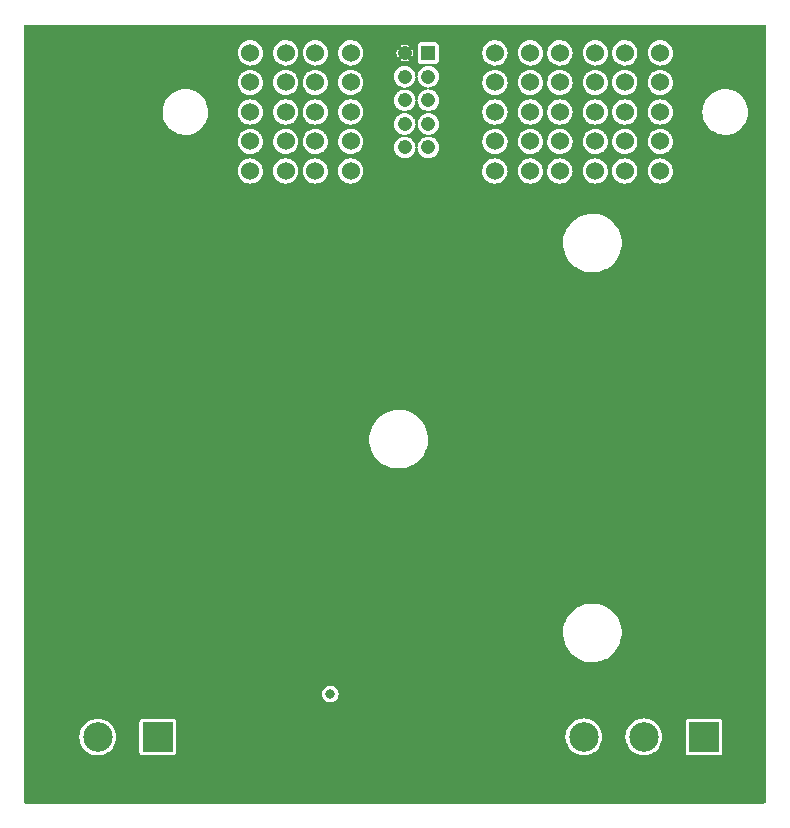
<source format=gbr>
%TF.GenerationSoftware,KiCad,Pcbnew,(6.0.1-0)*%
%TF.CreationDate,2023-01-20T10:08:16-08:00*%
%TF.ProjectId,ESC Daughterboard,45534320-4461-4756-9768-746572626f61,rev?*%
%TF.SameCoordinates,Original*%
%TF.FileFunction,Copper,L5,Inr*%
%TF.FilePolarity,Positive*%
%FSLAX46Y46*%
G04 Gerber Fmt 4.6, Leading zero omitted, Abs format (unit mm)*
G04 Created by KiCad (PCBNEW (6.0.1-0)) date 2023-01-20 10:08:16*
%MOMM*%
%LPD*%
G01*
G04 APERTURE LIST*
%TA.AperFunction,ComponentPad*%
%ADD10R,2.500000X2.500000*%
%TD*%
%TA.AperFunction,ComponentPad*%
%ADD11C,2.500000*%
%TD*%
%TA.AperFunction,ComponentPad*%
%ADD12R,1.208000X1.208000*%
%TD*%
%TA.AperFunction,ComponentPad*%
%ADD13C,1.208000*%
%TD*%
%TA.AperFunction,ComponentPad*%
%ADD14C,1.530000*%
%TD*%
%TA.AperFunction,ViaPad*%
%ADD15C,0.800000*%
%TD*%
G04 APERTURE END LIST*
D10*
%TO.N,/Phase_1*%
%TO.C,Phase 1*%
X167400000Y-119800000D03*
D11*
%TO.N,/Phase_2*%
X162320000Y-119800000D03*
%TO.N,/Phase_3*%
X157240000Y-119800000D03*
%TD*%
D12*
%TO.N,GND*%
%TO.C,J5*%
X144070000Y-61902500D03*
D13*
%TO.N,+5V*%
X142070000Y-61902500D03*
%TO.N,/CAH*%
X144070000Y-63902500D03*
%TO.N,/CAL*%
X142070000Y-63902500D03*
%TO.N,unconnected-(J5-Pad05)*%
X144070000Y-65902500D03*
%TO.N,unconnected-(J5-Pad06)*%
X142070000Y-65902500D03*
%TO.N,unconnected-(J5-Pad07)*%
X144070000Y-67902500D03*
%TO.N,unconnected-(J5-Pad08)*%
X142070000Y-67902500D03*
%TO.N,unconnected-(J5-Pad09)*%
X144070000Y-69902500D03*
%TO.N,unconnected-(J5-Pad10)*%
X142070000Y-69902500D03*
D14*
%TO.N,/Phase_1*%
X163710000Y-71892500D03*
X163710000Y-69392500D03*
X163710000Y-66892500D03*
X163710000Y-64392500D03*
X163710000Y-61892500D03*
X160710000Y-61892500D03*
X160710000Y-64392500D03*
X160710000Y-66892500D03*
X160710000Y-69392500D03*
X160710000Y-71892500D03*
%TO.N,/Phase_2*%
X158210000Y-71892500D03*
X158210000Y-69392500D03*
X158210000Y-66892500D03*
X158210000Y-64392500D03*
X158210000Y-61892500D03*
X155210000Y-61892500D03*
X155210000Y-64392500D03*
X155210000Y-66892500D03*
X155210000Y-69392500D03*
X155210000Y-71892500D03*
%TO.N,/Phase_3*%
X152710000Y-71892500D03*
X152710000Y-69392500D03*
X152710000Y-66892500D03*
X152710000Y-64392500D03*
X152710000Y-61892500D03*
X149710000Y-61892500D03*
X149710000Y-64392500D03*
X149710000Y-66892500D03*
X149710000Y-69392500D03*
X149710000Y-71892500D03*
%TO.N,GND*%
X137500000Y-71892500D03*
X137500000Y-69392500D03*
X137500000Y-66892500D03*
X137500000Y-64392500D03*
X137500000Y-61892500D03*
X134500000Y-61892500D03*
X134500000Y-64392500D03*
X134500000Y-66892500D03*
X134500000Y-69392500D03*
X134500000Y-71892500D03*
%TO.N,/16V*%
X132000000Y-71892500D03*
X132000000Y-69392500D03*
X132000000Y-66892500D03*
X132000000Y-64392500D03*
X132000000Y-61892500D03*
X129000000Y-61892500D03*
X129000000Y-64392500D03*
X129000000Y-66892500D03*
X129000000Y-69392500D03*
X129000000Y-71892500D03*
%TD*%
D10*
%TO.N,/16V*%
%TO.C,J2*%
X121165000Y-119820000D03*
D11*
%TO.N,GND*%
X116085000Y-119820000D03*
%TD*%
D15*
%TO.N,GND*%
X135780000Y-116190000D03*
%TO.N,+5V*%
X141150000Y-116190000D03*
%TD*%
%TA.AperFunction,Conductor*%
%TO.N,+5V*%
G36*
X143890526Y-59490296D02*
G01*
X172465285Y-59490545D01*
X172479355Y-59491550D01*
X172491138Y-59493242D01*
X172491139Y-59493242D01*
X172499712Y-59494473D01*
X172508190Y-59492698D01*
X172511170Y-59492603D01*
X172526916Y-59493357D01*
X172544956Y-59495670D01*
X172575114Y-59504571D01*
X172594041Y-59513632D01*
X172602038Y-59517461D01*
X172627877Y-59535366D01*
X172649398Y-59556043D01*
X172668322Y-59581146D01*
X172682278Y-59607533D01*
X172692376Y-59637303D01*
X172695411Y-59655244D01*
X172696793Y-59670945D01*
X172696817Y-59673927D01*
X172695382Y-59682470D01*
X172696955Y-59690987D01*
X172696955Y-59690990D01*
X172698355Y-59698571D01*
X172700001Y-59716547D01*
X172700471Y-80480399D01*
X172701482Y-125187774D01*
X172701482Y-125204606D01*
X172699798Y-125222790D01*
X172696870Y-125238461D01*
X172698287Y-125247007D01*
X172698257Y-125249983D01*
X172696842Y-125265681D01*
X172692709Y-125289803D01*
X172682551Y-125319543D01*
X172665597Y-125351436D01*
X172646619Y-125376500D01*
X172620524Y-125401463D01*
X172594641Y-125419314D01*
X172562034Y-125434836D01*
X172531862Y-125443669D01*
X172507599Y-125446726D01*
X172491855Y-125447444D01*
X172488861Y-125447342D01*
X172480394Y-125445549D01*
X172471825Y-125446760D01*
X172471822Y-125446760D01*
X172455793Y-125449026D01*
X172441938Y-125450000D01*
X110031151Y-125450000D01*
X110029018Y-125449667D01*
X110027325Y-125450000D01*
X110006000Y-125450000D01*
X109992034Y-125449010D01*
X109976244Y-125446760D01*
X109973288Y-125446339D01*
X109942958Y-125436866D01*
X109938901Y-125434836D01*
X109906927Y-125418839D01*
X109881160Y-125400244D01*
X109852699Y-125371731D01*
X109834151Y-125345933D01*
X109816187Y-125309869D01*
X109806768Y-125279520D01*
X109802739Y-125250876D01*
X109801797Y-125234968D01*
X109801855Y-125232279D01*
X109803540Y-125223788D01*
X109801996Y-125213779D01*
X109800140Y-125201758D01*
X109798982Y-125186656D01*
X109799043Y-121299172D01*
X109799066Y-119820000D01*
X114529706Y-119820000D01*
X114548854Y-120063302D01*
X114605828Y-120300612D01*
X114607315Y-120304201D01*
X114690939Y-120506089D01*
X114699223Y-120526089D01*
X114701255Y-120529404D01*
X114701257Y-120529409D01*
X114762982Y-120630134D01*
X114826741Y-120734179D01*
X114985241Y-120919759D01*
X115170821Y-121078259D01*
X115230199Y-121114646D01*
X115375591Y-121203743D01*
X115375596Y-121203745D01*
X115378911Y-121205777D01*
X115382502Y-121207264D01*
X115382507Y-121207267D01*
X115468083Y-121242713D01*
X115604388Y-121299172D01*
X115841698Y-121356146D01*
X115845563Y-121356450D01*
X115845568Y-121356451D01*
X116081125Y-121374989D01*
X116085000Y-121375294D01*
X116088875Y-121374989D01*
X116324432Y-121356451D01*
X116324437Y-121356450D01*
X116328302Y-121356146D01*
X116565612Y-121299172D01*
X116701917Y-121242713D01*
X116787493Y-121207267D01*
X116787498Y-121207264D01*
X116791089Y-121205777D01*
X116794404Y-121203745D01*
X116794409Y-121203743D01*
X116939801Y-121114646D01*
X119614500Y-121114646D01*
X119617618Y-121140846D01*
X119663061Y-121243153D01*
X119742287Y-121322241D01*
X119750645Y-121325936D01*
X119837864Y-121364496D01*
X119837866Y-121364496D01*
X119844673Y-121367506D01*
X119852067Y-121368368D01*
X119867378Y-121370153D01*
X119870354Y-121370500D01*
X122459646Y-121370500D01*
X122477561Y-121368368D01*
X122478469Y-121368260D01*
X122478470Y-121368260D01*
X122485846Y-121367382D01*
X122588153Y-121321939D01*
X122614261Y-121295786D01*
X122629941Y-121280078D01*
X122667241Y-121242713D01*
X122691754Y-121187267D01*
X122709496Y-121147136D01*
X122709496Y-121147134D01*
X122712506Y-121140327D01*
X122715500Y-121114646D01*
X122715500Y-119800000D01*
X155684706Y-119800000D01*
X155703854Y-120043302D01*
X155760828Y-120280612D01*
X155854223Y-120506089D01*
X155856255Y-120509404D01*
X155856257Y-120509409D01*
X155917982Y-120610134D01*
X155981741Y-120714179D01*
X156140241Y-120899759D01*
X156325821Y-121058259D01*
X156380418Y-121091716D01*
X156530591Y-121183743D01*
X156530596Y-121183745D01*
X156533911Y-121185777D01*
X156537502Y-121187264D01*
X156537507Y-121187267D01*
X156658903Y-121237550D01*
X156759388Y-121279172D01*
X156996698Y-121336146D01*
X157000563Y-121336450D01*
X157000568Y-121336451D01*
X157236125Y-121354989D01*
X157240000Y-121355294D01*
X157243875Y-121354989D01*
X157479432Y-121336451D01*
X157479437Y-121336450D01*
X157483302Y-121336146D01*
X157720612Y-121279172D01*
X157821097Y-121237550D01*
X157942493Y-121187267D01*
X157942498Y-121187264D01*
X157946089Y-121185777D01*
X157949404Y-121183745D01*
X157949409Y-121183743D01*
X158099582Y-121091716D01*
X158154179Y-121058259D01*
X158339759Y-120899759D01*
X158498259Y-120714179D01*
X158562018Y-120610134D01*
X158623743Y-120509409D01*
X158623745Y-120509404D01*
X158625777Y-120506089D01*
X158719172Y-120280612D01*
X158776146Y-120043302D01*
X158795294Y-119800000D01*
X160764706Y-119800000D01*
X160783854Y-120043302D01*
X160840828Y-120280612D01*
X160934223Y-120506089D01*
X160936255Y-120509404D01*
X160936257Y-120509409D01*
X160997982Y-120610134D01*
X161061741Y-120714179D01*
X161220241Y-120899759D01*
X161405821Y-121058259D01*
X161460418Y-121091716D01*
X161610591Y-121183743D01*
X161610596Y-121183745D01*
X161613911Y-121185777D01*
X161617502Y-121187264D01*
X161617507Y-121187267D01*
X161738903Y-121237550D01*
X161839388Y-121279172D01*
X162076698Y-121336146D01*
X162080563Y-121336450D01*
X162080568Y-121336451D01*
X162316125Y-121354989D01*
X162320000Y-121355294D01*
X162323875Y-121354989D01*
X162559432Y-121336451D01*
X162559437Y-121336450D01*
X162563302Y-121336146D01*
X162800612Y-121279172D01*
X162901097Y-121237550D01*
X163022493Y-121187267D01*
X163022498Y-121187264D01*
X163026089Y-121185777D01*
X163029404Y-121183745D01*
X163029409Y-121183743D01*
X163174801Y-121094646D01*
X165849500Y-121094646D01*
X165852618Y-121120846D01*
X165898061Y-121223153D01*
X165904529Y-121229610D01*
X165904530Y-121229611D01*
X165909725Y-121234797D01*
X165977287Y-121302241D01*
X165985645Y-121305936D01*
X166072864Y-121344496D01*
X166072866Y-121344496D01*
X166079673Y-121347506D01*
X166087067Y-121348368D01*
X166102378Y-121350153D01*
X166105354Y-121350500D01*
X168694646Y-121350500D01*
X168712561Y-121348368D01*
X168713469Y-121348260D01*
X168713470Y-121348260D01*
X168720846Y-121347382D01*
X168823153Y-121301939D01*
X168902241Y-121222713D01*
X168947506Y-121120327D01*
X168950500Y-121094646D01*
X168950500Y-118505354D01*
X168947382Y-118479154D01*
X168901939Y-118376847D01*
X168822713Y-118297759D01*
X168765846Y-118272618D01*
X168727136Y-118255504D01*
X168727134Y-118255504D01*
X168720327Y-118252494D01*
X168706322Y-118250861D01*
X168697494Y-118249832D01*
X168697493Y-118249832D01*
X168694646Y-118249500D01*
X166105354Y-118249500D01*
X166088951Y-118251452D01*
X166086531Y-118251740D01*
X166086530Y-118251740D01*
X166079154Y-118252618D01*
X165976847Y-118298061D01*
X165970390Y-118304529D01*
X165970389Y-118304530D01*
X165950424Y-118324530D01*
X165897759Y-118377287D01*
X165888917Y-118397287D01*
X165872588Y-118434223D01*
X165852494Y-118479673D01*
X165849500Y-118505354D01*
X165849500Y-121094646D01*
X163174801Y-121094646D01*
X163179582Y-121091716D01*
X163234179Y-121058259D01*
X163419759Y-120899759D01*
X163578259Y-120714179D01*
X163642018Y-120610134D01*
X163703743Y-120509409D01*
X163703745Y-120509404D01*
X163705777Y-120506089D01*
X163799172Y-120280612D01*
X163856146Y-120043302D01*
X163875294Y-119800000D01*
X163856146Y-119556698D01*
X163799172Y-119319388D01*
X163715551Y-119117507D01*
X163707267Y-119097507D01*
X163707264Y-119097502D01*
X163705777Y-119093911D01*
X163703745Y-119090596D01*
X163703743Y-119090591D01*
X163642018Y-118989866D01*
X163578259Y-118885821D01*
X163419759Y-118700241D01*
X163234179Y-118541741D01*
X163120968Y-118472365D01*
X163029409Y-118416257D01*
X163029404Y-118416255D01*
X163026089Y-118414223D01*
X163022498Y-118412736D01*
X163022493Y-118412733D01*
X162901097Y-118362450D01*
X162800612Y-118320828D01*
X162563302Y-118263854D01*
X162559437Y-118263550D01*
X162559432Y-118263549D01*
X162323875Y-118245011D01*
X162320000Y-118244706D01*
X162316125Y-118245011D01*
X162080568Y-118263549D01*
X162080563Y-118263550D01*
X162076698Y-118263854D01*
X161839388Y-118320828D01*
X161738903Y-118362450D01*
X161617507Y-118412733D01*
X161617502Y-118412736D01*
X161613911Y-118414223D01*
X161610596Y-118416255D01*
X161610591Y-118416257D01*
X161519032Y-118472365D01*
X161405821Y-118541741D01*
X161220241Y-118700241D01*
X161061741Y-118885821D01*
X160997982Y-118989866D01*
X160936257Y-119090591D01*
X160936255Y-119090596D01*
X160934223Y-119093911D01*
X160932736Y-119097502D01*
X160932733Y-119097507D01*
X160924449Y-119117507D01*
X160840828Y-119319388D01*
X160783854Y-119556698D01*
X160764706Y-119800000D01*
X158795294Y-119800000D01*
X158776146Y-119556698D01*
X158719172Y-119319388D01*
X158635551Y-119117507D01*
X158627267Y-119097507D01*
X158627264Y-119097502D01*
X158625777Y-119093911D01*
X158623745Y-119090596D01*
X158623743Y-119090591D01*
X158562018Y-118989866D01*
X158498259Y-118885821D01*
X158339759Y-118700241D01*
X158154179Y-118541741D01*
X158040968Y-118472365D01*
X157949409Y-118416257D01*
X157949404Y-118416255D01*
X157946089Y-118414223D01*
X157942498Y-118412736D01*
X157942493Y-118412733D01*
X157821097Y-118362450D01*
X157720612Y-118320828D01*
X157483302Y-118263854D01*
X157479437Y-118263550D01*
X157479432Y-118263549D01*
X157243875Y-118245011D01*
X157240000Y-118244706D01*
X157236125Y-118245011D01*
X157000568Y-118263549D01*
X157000563Y-118263550D01*
X156996698Y-118263854D01*
X156759388Y-118320828D01*
X156658903Y-118362450D01*
X156537507Y-118412733D01*
X156537502Y-118412736D01*
X156533911Y-118414223D01*
X156530596Y-118416255D01*
X156530591Y-118416257D01*
X156439032Y-118472365D01*
X156325821Y-118541741D01*
X156140241Y-118700241D01*
X155981741Y-118885821D01*
X155917982Y-118989866D01*
X155856257Y-119090591D01*
X155856255Y-119090596D01*
X155854223Y-119093911D01*
X155852736Y-119097502D01*
X155852733Y-119097507D01*
X155844449Y-119117507D01*
X155760828Y-119319388D01*
X155703854Y-119556698D01*
X155684706Y-119800000D01*
X122715500Y-119800000D01*
X122715500Y-118525354D01*
X122712382Y-118499154D01*
X122666939Y-118396847D01*
X122655718Y-118385645D01*
X122594179Y-118324214D01*
X122587713Y-118317759D01*
X122513072Y-118284760D01*
X122492136Y-118275504D01*
X122492134Y-118275504D01*
X122485327Y-118272494D01*
X122471322Y-118270861D01*
X122462494Y-118269832D01*
X122462493Y-118269832D01*
X122459646Y-118269500D01*
X119870354Y-118269500D01*
X119853951Y-118271452D01*
X119851531Y-118271740D01*
X119851530Y-118271740D01*
X119844154Y-118272618D01*
X119741847Y-118318061D01*
X119662759Y-118397287D01*
X119617494Y-118499673D01*
X119614500Y-118525354D01*
X119614500Y-121114646D01*
X116939801Y-121114646D01*
X116999179Y-121078259D01*
X117184759Y-120919759D01*
X117343259Y-120734179D01*
X117407018Y-120630134D01*
X117468743Y-120529409D01*
X117468745Y-120529404D01*
X117470777Y-120526089D01*
X117479062Y-120506089D01*
X117562685Y-120304201D01*
X117564172Y-120300612D01*
X117621146Y-120063302D01*
X117640294Y-119820000D01*
X117621146Y-119576698D01*
X117564172Y-119339388D01*
X117470777Y-119113911D01*
X117468745Y-119110596D01*
X117468743Y-119110591D01*
X117407018Y-119009866D01*
X117343259Y-118905821D01*
X117184759Y-118720241D01*
X116999179Y-118561741D01*
X116885968Y-118492365D01*
X116794409Y-118436257D01*
X116794404Y-118436255D01*
X116791089Y-118434223D01*
X116787498Y-118432736D01*
X116787493Y-118432733D01*
X116636979Y-118370389D01*
X116565612Y-118340828D01*
X116328302Y-118283854D01*
X116324437Y-118283550D01*
X116324432Y-118283549D01*
X116088875Y-118265011D01*
X116085000Y-118264706D01*
X116081125Y-118265011D01*
X115845568Y-118283549D01*
X115845563Y-118283550D01*
X115841698Y-118283854D01*
X115604388Y-118340828D01*
X115533021Y-118370389D01*
X115382507Y-118432733D01*
X115382502Y-118432736D01*
X115378911Y-118434223D01*
X115375596Y-118436255D01*
X115375591Y-118436257D01*
X115284032Y-118492365D01*
X115170821Y-118561741D01*
X114985241Y-118720241D01*
X114826741Y-118905821D01*
X114762982Y-119009866D01*
X114701257Y-119110591D01*
X114701255Y-119110596D01*
X114699223Y-119113911D01*
X114605828Y-119339388D01*
X114548854Y-119576698D01*
X114529706Y-119820000D01*
X109799066Y-119820000D01*
X109799122Y-116182611D01*
X135074394Y-116182611D01*
X135075049Y-116188544D01*
X135075049Y-116188548D01*
X135075566Y-116193231D01*
X135092999Y-116351135D01*
X135151266Y-116510356D01*
X135154591Y-116515305D01*
X135154592Y-116515306D01*
X135167689Y-116534796D01*
X135245830Y-116651083D01*
X135371233Y-116765191D01*
X135520235Y-116846092D01*
X135555189Y-116855262D01*
X135678464Y-116887603D01*
X135678468Y-116887604D01*
X135684233Y-116889116D01*
X135690194Y-116889210D01*
X135690197Y-116889210D01*
X135768996Y-116890447D01*
X135853760Y-116891779D01*
X135859575Y-116890447D01*
X135859577Y-116890447D01*
X136013206Y-116855262D01*
X136013209Y-116855261D01*
X136019029Y-116853928D01*
X136034610Y-116846092D01*
X136165165Y-116780429D01*
X136170498Y-116777747D01*
X136175035Y-116773872D01*
X136175038Y-116773870D01*
X136294888Y-116671508D01*
X136294891Y-116671505D01*
X136299423Y-116667634D01*
X136398361Y-116529947D01*
X136461601Y-116372634D01*
X136485490Y-116204778D01*
X136485645Y-116190000D01*
X136465276Y-116021680D01*
X136405345Y-115863077D01*
X136309312Y-115723349D01*
X136182721Y-115610560D01*
X136032881Y-115531224D01*
X135950661Y-115510571D01*
X135874231Y-115491373D01*
X135874228Y-115491373D01*
X135868441Y-115489919D01*
X135782841Y-115489471D01*
X135704861Y-115489062D01*
X135704859Y-115489062D01*
X135698895Y-115489031D01*
X135693099Y-115490423D01*
X135693095Y-115490423D01*
X135585703Y-115516207D01*
X135534032Y-115528612D01*
X135458701Y-115567493D01*
X135388675Y-115603636D01*
X135388673Y-115603638D01*
X135383369Y-115606375D01*
X135255604Y-115717831D01*
X135158113Y-115856547D01*
X135096524Y-116014513D01*
X135074394Y-116182611D01*
X109799122Y-116182611D01*
X109799204Y-110895914D01*
X155476573Y-110895914D01*
X155483477Y-111212313D01*
X155530528Y-111525270D01*
X155616964Y-111829713D01*
X155741382Y-112120704D01*
X155901767Y-112393528D01*
X156095519Y-112643761D01*
X156319495Y-112867347D01*
X156321982Y-112869266D01*
X156321988Y-112869271D01*
X156486303Y-112996039D01*
X156570066Y-113060662D01*
X156843170Y-113220570D01*
X156846063Y-113221801D01*
X156846071Y-113221805D01*
X157008828Y-113291059D01*
X157134378Y-113344481D01*
X157137407Y-113345335D01*
X157137409Y-113345336D01*
X157435935Y-113429529D01*
X157435939Y-113429530D01*
X157438971Y-113430385D01*
X157442093Y-113430849D01*
X157442094Y-113430849D01*
X157749411Y-113476504D01*
X157749413Y-113476504D01*
X157752010Y-113476890D01*
X157754635Y-113477000D01*
X157837114Y-113480457D01*
X157837126Y-113480457D01*
X157838146Y-113480500D01*
X158040060Y-113480500D01*
X158041639Y-113480399D01*
X158041648Y-113480399D01*
X158272688Y-113465661D01*
X158272694Y-113465660D01*
X158275833Y-113465460D01*
X158586545Y-113405345D01*
X158633817Y-113389757D01*
X158884100Y-113307226D01*
X158884106Y-113307224D01*
X158887101Y-113306236D01*
X159069629Y-113218979D01*
X159169787Y-113171099D01*
X159169791Y-113171097D01*
X159172627Y-113169741D01*
X159438496Y-112998072D01*
X159680396Y-112794012D01*
X159894407Y-112560869D01*
X160077058Y-112302423D01*
X160225390Y-112022863D01*
X160297088Y-111832620D01*
X160335882Y-111729683D01*
X160335883Y-111729679D01*
X160336998Y-111726721D01*
X160410071Y-111418798D01*
X160431956Y-111212313D01*
X160443096Y-111107213D01*
X160443096Y-111107206D01*
X160443427Y-111104086D01*
X160436523Y-110787687D01*
X160389472Y-110474730D01*
X160303036Y-110170287D01*
X160178618Y-109879296D01*
X160018233Y-109606472D01*
X159824481Y-109356239D01*
X159600505Y-109132653D01*
X159598018Y-109130734D01*
X159598012Y-109130729D01*
X159352424Y-108941259D01*
X159349934Y-108939338D01*
X159076830Y-108779430D01*
X159073937Y-108778199D01*
X159073929Y-108778195D01*
X158911172Y-108708941D01*
X158785622Y-108655519D01*
X158782593Y-108654665D01*
X158782591Y-108654664D01*
X158484065Y-108570471D01*
X158484061Y-108570470D01*
X158481029Y-108569615D01*
X158477906Y-108569151D01*
X158170589Y-108523496D01*
X158170587Y-108523496D01*
X158167990Y-108523110D01*
X158160731Y-108522806D01*
X158082886Y-108519543D01*
X158082874Y-108519543D01*
X158081854Y-108519500D01*
X157879940Y-108519500D01*
X157878361Y-108519601D01*
X157878352Y-108519601D01*
X157647312Y-108534339D01*
X157647306Y-108534340D01*
X157644167Y-108534540D01*
X157333455Y-108594655D01*
X157330455Y-108595644D01*
X157330456Y-108595644D01*
X157035900Y-108692774D01*
X157035894Y-108692776D01*
X157032899Y-108693764D01*
X156867705Y-108772735D01*
X156750213Y-108828901D01*
X156750209Y-108828903D01*
X156747373Y-108830259D01*
X156481504Y-109001928D01*
X156239604Y-109205988D01*
X156025593Y-109439131D01*
X155842942Y-109697577D01*
X155694610Y-109977137D01*
X155693497Y-109980091D01*
X155693494Y-109980097D01*
X155584118Y-110270317D01*
X155583002Y-110273279D01*
X155509929Y-110581202D01*
X155509598Y-110584328D01*
X155487709Y-110790850D01*
X155476573Y-110895914D01*
X109799204Y-110895914D01*
X109799459Y-94495914D01*
X139076573Y-94495914D01*
X139083477Y-94812313D01*
X139130528Y-95125270D01*
X139216964Y-95429713D01*
X139341382Y-95720704D01*
X139501767Y-95993528D01*
X139695519Y-96243761D01*
X139919495Y-96467347D01*
X139921982Y-96469266D01*
X139921988Y-96469271D01*
X140086303Y-96596039D01*
X140170066Y-96660662D01*
X140443170Y-96820570D01*
X140446063Y-96821801D01*
X140446071Y-96821805D01*
X140608828Y-96891059D01*
X140734378Y-96944481D01*
X140737407Y-96945335D01*
X140737409Y-96945336D01*
X141035935Y-97029529D01*
X141035939Y-97029530D01*
X141038971Y-97030385D01*
X141042093Y-97030849D01*
X141042094Y-97030849D01*
X141349411Y-97076504D01*
X141349413Y-97076504D01*
X141352010Y-97076890D01*
X141354635Y-97077000D01*
X141437114Y-97080457D01*
X141437126Y-97080457D01*
X141438146Y-97080500D01*
X141640060Y-97080500D01*
X141641639Y-97080399D01*
X141641648Y-97080399D01*
X141872688Y-97065661D01*
X141872694Y-97065660D01*
X141875833Y-97065460D01*
X142186545Y-97005345D01*
X142233817Y-96989757D01*
X142484100Y-96907226D01*
X142484106Y-96907224D01*
X142487101Y-96906236D01*
X142669629Y-96818979D01*
X142769787Y-96771099D01*
X142769791Y-96771097D01*
X142772627Y-96769741D01*
X143038496Y-96598072D01*
X143280396Y-96394012D01*
X143494407Y-96160869D01*
X143677058Y-95902423D01*
X143825390Y-95622863D01*
X143897088Y-95432620D01*
X143935882Y-95329683D01*
X143935883Y-95329679D01*
X143936998Y-95326721D01*
X144010071Y-95018798D01*
X144031956Y-94812313D01*
X144043096Y-94707213D01*
X144043096Y-94707206D01*
X144043427Y-94704086D01*
X144036523Y-94387687D01*
X143989472Y-94074730D01*
X143903036Y-93770287D01*
X143778618Y-93479296D01*
X143618233Y-93206472D01*
X143424481Y-92956239D01*
X143200505Y-92732653D01*
X143198018Y-92730734D01*
X143198012Y-92730729D01*
X142952424Y-92541259D01*
X142949934Y-92539338D01*
X142676830Y-92379430D01*
X142673937Y-92378199D01*
X142673929Y-92378195D01*
X142511172Y-92308941D01*
X142385622Y-92255519D01*
X142382593Y-92254665D01*
X142382591Y-92254664D01*
X142084065Y-92170471D01*
X142084061Y-92170470D01*
X142081029Y-92169615D01*
X142077906Y-92169151D01*
X141770589Y-92123496D01*
X141770587Y-92123496D01*
X141767990Y-92123110D01*
X141760731Y-92122806D01*
X141682886Y-92119543D01*
X141682874Y-92119543D01*
X141681854Y-92119500D01*
X141479940Y-92119500D01*
X141478361Y-92119601D01*
X141478352Y-92119601D01*
X141247312Y-92134339D01*
X141247306Y-92134340D01*
X141244167Y-92134540D01*
X140933455Y-92194655D01*
X140930455Y-92195644D01*
X140930456Y-92195644D01*
X140635900Y-92292774D01*
X140635894Y-92292776D01*
X140632899Y-92293764D01*
X140467705Y-92372735D01*
X140350213Y-92428901D01*
X140350209Y-92428903D01*
X140347373Y-92430259D01*
X140081504Y-92601928D01*
X139839604Y-92805988D01*
X139625593Y-93039131D01*
X139442942Y-93297577D01*
X139294610Y-93577137D01*
X139293497Y-93580091D01*
X139293494Y-93580097D01*
X139184118Y-93870317D01*
X139183002Y-93873279D01*
X139109929Y-94181202D01*
X139109598Y-94184328D01*
X139087709Y-94390850D01*
X139076573Y-94495914D01*
X109799459Y-94495914D01*
X109799681Y-80171099D01*
X109799716Y-77895914D01*
X155476573Y-77895914D01*
X155483477Y-78212313D01*
X155530528Y-78525270D01*
X155616964Y-78829713D01*
X155741382Y-79120704D01*
X155901767Y-79393528D01*
X156095519Y-79643761D01*
X156319495Y-79867347D01*
X156321982Y-79869266D01*
X156321988Y-79869271D01*
X156486303Y-79996039D01*
X156570066Y-80060662D01*
X156843170Y-80220570D01*
X156846063Y-80221801D01*
X156846071Y-80221805D01*
X157008828Y-80291059D01*
X157134378Y-80344481D01*
X157137407Y-80345335D01*
X157137409Y-80345336D01*
X157435935Y-80429529D01*
X157435939Y-80429530D01*
X157438971Y-80430385D01*
X157442093Y-80430849D01*
X157442094Y-80430849D01*
X157749411Y-80476504D01*
X157749413Y-80476504D01*
X157752010Y-80476890D01*
X157754635Y-80477000D01*
X157837114Y-80480457D01*
X157837126Y-80480457D01*
X157838146Y-80480500D01*
X158040060Y-80480500D01*
X158041639Y-80480399D01*
X158041648Y-80480399D01*
X158272688Y-80465661D01*
X158272694Y-80465660D01*
X158275833Y-80465460D01*
X158586545Y-80405345D01*
X158633817Y-80389757D01*
X158884100Y-80307226D01*
X158884106Y-80307224D01*
X158887101Y-80306236D01*
X159069629Y-80218979D01*
X159169787Y-80171099D01*
X159169791Y-80171097D01*
X159172627Y-80169741D01*
X159438496Y-79998072D01*
X159680396Y-79794012D01*
X159894407Y-79560869D01*
X160077058Y-79302423D01*
X160225390Y-79022863D01*
X160297088Y-78832620D01*
X160335882Y-78729683D01*
X160335883Y-78729679D01*
X160336998Y-78726721D01*
X160410071Y-78418798D01*
X160431956Y-78212313D01*
X160443096Y-78107213D01*
X160443096Y-78107206D01*
X160443427Y-78104086D01*
X160436523Y-77787687D01*
X160389472Y-77474730D01*
X160303036Y-77170287D01*
X160178618Y-76879296D01*
X160018233Y-76606472D01*
X159824481Y-76356239D01*
X159600505Y-76132653D01*
X159598018Y-76130734D01*
X159598012Y-76130729D01*
X159352424Y-75941259D01*
X159349934Y-75939338D01*
X159076830Y-75779430D01*
X159073937Y-75778199D01*
X159073929Y-75778195D01*
X158911172Y-75708941D01*
X158785622Y-75655519D01*
X158782593Y-75654665D01*
X158782591Y-75654664D01*
X158484065Y-75570471D01*
X158484061Y-75570470D01*
X158481029Y-75569615D01*
X158477906Y-75569151D01*
X158170589Y-75523496D01*
X158170587Y-75523496D01*
X158167990Y-75523110D01*
X158160731Y-75522806D01*
X158082886Y-75519543D01*
X158082874Y-75519543D01*
X158081854Y-75519500D01*
X157879940Y-75519500D01*
X157878361Y-75519601D01*
X157878352Y-75519601D01*
X157647312Y-75534339D01*
X157647306Y-75534340D01*
X157644167Y-75534540D01*
X157333455Y-75594655D01*
X157330455Y-75595644D01*
X157330456Y-75595644D01*
X157035900Y-75692774D01*
X157035894Y-75692776D01*
X157032899Y-75693764D01*
X156867705Y-75772735D01*
X156750213Y-75828901D01*
X156750209Y-75828903D01*
X156747373Y-75830259D01*
X156481504Y-76001928D01*
X156239604Y-76205988D01*
X156025593Y-76439131D01*
X155842942Y-76697577D01*
X155694610Y-76977137D01*
X155693497Y-76980091D01*
X155693494Y-76980097D01*
X155584118Y-77270317D01*
X155583002Y-77273279D01*
X155509929Y-77581202D01*
X155509598Y-77584328D01*
X155487709Y-77790850D01*
X155476573Y-77895914D01*
X109799716Y-77895914D01*
X109799810Y-71877551D01*
X127929449Y-71877551D01*
X127946934Y-72085774D01*
X128004530Y-72286634D01*
X128100043Y-72472483D01*
X128229835Y-72636239D01*
X128233515Y-72639371D01*
X128233517Y-72639373D01*
X128350774Y-72739166D01*
X128388963Y-72771668D01*
X128393185Y-72774028D01*
X128393190Y-72774031D01*
X128437272Y-72798667D01*
X128571364Y-72873608D01*
X128575962Y-72875102D01*
X128765488Y-72936683D01*
X128765490Y-72936684D01*
X128770093Y-72938179D01*
X128977578Y-72962920D01*
X128982400Y-72962549D01*
X128982403Y-72962549D01*
X129181089Y-72947261D01*
X129181094Y-72947260D01*
X129185917Y-72946889D01*
X129387175Y-72890697D01*
X129391488Y-72888518D01*
X129391494Y-72888516D01*
X129569365Y-72798667D01*
X129569367Y-72798665D01*
X129573686Y-72796484D01*
X129616526Y-72763014D01*
X129734534Y-72670816D01*
X129734537Y-72670813D01*
X129738345Y-72667838D01*
X129762915Y-72639373D01*
X129871716Y-72513326D01*
X129871718Y-72513324D01*
X129874880Y-72509660D01*
X129978092Y-72327975D01*
X129991845Y-72286634D01*
X130042522Y-72134293D01*
X130042522Y-72134291D01*
X130044049Y-72129702D01*
X130049599Y-72085774D01*
X130069890Y-71925146D01*
X130070238Y-71922394D01*
X130070277Y-71919620D01*
X130070617Y-71895260D01*
X130070617Y-71895251D01*
X130070655Y-71892500D01*
X130069189Y-71877551D01*
X130929449Y-71877551D01*
X130946934Y-72085774D01*
X131004530Y-72286634D01*
X131100043Y-72472483D01*
X131229835Y-72636239D01*
X131233515Y-72639371D01*
X131233517Y-72639373D01*
X131350774Y-72739166D01*
X131388963Y-72771668D01*
X131393185Y-72774028D01*
X131393190Y-72774031D01*
X131437272Y-72798667D01*
X131571364Y-72873608D01*
X131575962Y-72875102D01*
X131765488Y-72936683D01*
X131765490Y-72936684D01*
X131770093Y-72938179D01*
X131977578Y-72962920D01*
X131982400Y-72962549D01*
X131982403Y-72962549D01*
X132181089Y-72947261D01*
X132181094Y-72947260D01*
X132185917Y-72946889D01*
X132387175Y-72890697D01*
X132391488Y-72888518D01*
X132391494Y-72888516D01*
X132569365Y-72798667D01*
X132569367Y-72798665D01*
X132573686Y-72796484D01*
X132616526Y-72763014D01*
X132734534Y-72670816D01*
X132734537Y-72670813D01*
X132738345Y-72667838D01*
X132762915Y-72639373D01*
X132871716Y-72513326D01*
X132871718Y-72513324D01*
X132874880Y-72509660D01*
X132978092Y-72327975D01*
X132991845Y-72286634D01*
X133042522Y-72134293D01*
X133042522Y-72134291D01*
X133044049Y-72129702D01*
X133049599Y-72085774D01*
X133069890Y-71925146D01*
X133070238Y-71922394D01*
X133070277Y-71919620D01*
X133070617Y-71895260D01*
X133070617Y-71895251D01*
X133070655Y-71892500D01*
X133069189Y-71877551D01*
X133429449Y-71877551D01*
X133446934Y-72085774D01*
X133504530Y-72286634D01*
X133600043Y-72472483D01*
X133729835Y-72636239D01*
X133733515Y-72639371D01*
X133733517Y-72639373D01*
X133850774Y-72739166D01*
X133888963Y-72771668D01*
X133893185Y-72774028D01*
X133893190Y-72774031D01*
X133937272Y-72798667D01*
X134071364Y-72873608D01*
X134075962Y-72875102D01*
X134265488Y-72936683D01*
X134265490Y-72936684D01*
X134270093Y-72938179D01*
X134477578Y-72962920D01*
X134482400Y-72962549D01*
X134482403Y-72962549D01*
X134681089Y-72947261D01*
X134681094Y-72947260D01*
X134685917Y-72946889D01*
X134887175Y-72890697D01*
X134891488Y-72888518D01*
X134891494Y-72888516D01*
X135069365Y-72798667D01*
X135069367Y-72798665D01*
X135073686Y-72796484D01*
X135116526Y-72763014D01*
X135234534Y-72670816D01*
X135234537Y-72670813D01*
X135238345Y-72667838D01*
X135262915Y-72639373D01*
X135371716Y-72513326D01*
X135371718Y-72513324D01*
X135374880Y-72509660D01*
X135478092Y-72327975D01*
X135491845Y-72286634D01*
X135542522Y-72134293D01*
X135542522Y-72134291D01*
X135544049Y-72129702D01*
X135549599Y-72085774D01*
X135569890Y-71925146D01*
X135570238Y-71922394D01*
X135570277Y-71919620D01*
X135570617Y-71895260D01*
X135570617Y-71895251D01*
X135570655Y-71892500D01*
X135569189Y-71877551D01*
X136429449Y-71877551D01*
X136446934Y-72085774D01*
X136504530Y-72286634D01*
X136600043Y-72472483D01*
X136729835Y-72636239D01*
X136733515Y-72639371D01*
X136733517Y-72639373D01*
X136850774Y-72739166D01*
X136888963Y-72771668D01*
X136893185Y-72774028D01*
X136893190Y-72774031D01*
X136937272Y-72798667D01*
X137071364Y-72873608D01*
X137075962Y-72875102D01*
X137265488Y-72936683D01*
X137265490Y-72936684D01*
X137270093Y-72938179D01*
X137477578Y-72962920D01*
X137482400Y-72962549D01*
X137482403Y-72962549D01*
X137681089Y-72947261D01*
X137681094Y-72947260D01*
X137685917Y-72946889D01*
X137887175Y-72890697D01*
X137891488Y-72888518D01*
X137891494Y-72888516D01*
X138069365Y-72798667D01*
X138069367Y-72798665D01*
X138073686Y-72796484D01*
X138116526Y-72763014D01*
X138234534Y-72670816D01*
X138234537Y-72670813D01*
X138238345Y-72667838D01*
X138262915Y-72639373D01*
X138371716Y-72513326D01*
X138371718Y-72513324D01*
X138374880Y-72509660D01*
X138478092Y-72327975D01*
X138491845Y-72286634D01*
X138542522Y-72134293D01*
X138542522Y-72134291D01*
X138544049Y-72129702D01*
X138549599Y-72085774D01*
X138569890Y-71925146D01*
X138570238Y-71922394D01*
X138570277Y-71919620D01*
X138570617Y-71895260D01*
X138570617Y-71895251D01*
X138570655Y-71892500D01*
X138569189Y-71877551D01*
X148639449Y-71877551D01*
X148656934Y-72085774D01*
X148714530Y-72286634D01*
X148810043Y-72472483D01*
X148939835Y-72636239D01*
X148943515Y-72639371D01*
X148943517Y-72639373D01*
X149060774Y-72739166D01*
X149098963Y-72771668D01*
X149103185Y-72774028D01*
X149103190Y-72774031D01*
X149147272Y-72798667D01*
X149281364Y-72873608D01*
X149285962Y-72875102D01*
X149475488Y-72936683D01*
X149475490Y-72936684D01*
X149480093Y-72938179D01*
X149687578Y-72962920D01*
X149692400Y-72962549D01*
X149692403Y-72962549D01*
X149891089Y-72947261D01*
X149891094Y-72947260D01*
X149895917Y-72946889D01*
X150097175Y-72890697D01*
X150101488Y-72888518D01*
X150101494Y-72888516D01*
X150279365Y-72798667D01*
X150279367Y-72798665D01*
X150283686Y-72796484D01*
X150326526Y-72763014D01*
X150444534Y-72670816D01*
X150444537Y-72670813D01*
X150448345Y-72667838D01*
X150472915Y-72639373D01*
X150581716Y-72513326D01*
X150581718Y-72513324D01*
X150584880Y-72509660D01*
X150688092Y-72327975D01*
X150701845Y-72286634D01*
X150752522Y-72134293D01*
X150752522Y-72134291D01*
X150754049Y-72129702D01*
X150759599Y-72085774D01*
X150779890Y-71925146D01*
X150780238Y-71922394D01*
X150780277Y-71919620D01*
X150780617Y-71895260D01*
X150780617Y-71895251D01*
X150780655Y-71892500D01*
X150779189Y-71877551D01*
X151639449Y-71877551D01*
X151656934Y-72085774D01*
X151714530Y-72286634D01*
X151810043Y-72472483D01*
X151939835Y-72636239D01*
X151943515Y-72639371D01*
X151943517Y-72639373D01*
X152060774Y-72739166D01*
X152098963Y-72771668D01*
X152103185Y-72774028D01*
X152103190Y-72774031D01*
X152147272Y-72798667D01*
X152281364Y-72873608D01*
X152285962Y-72875102D01*
X152475488Y-72936683D01*
X152475490Y-72936684D01*
X152480093Y-72938179D01*
X152687578Y-72962920D01*
X152692400Y-72962549D01*
X152692403Y-72962549D01*
X152891089Y-72947261D01*
X152891094Y-72947260D01*
X152895917Y-72946889D01*
X153097175Y-72890697D01*
X153101488Y-72888518D01*
X153101494Y-72888516D01*
X153279365Y-72798667D01*
X153279367Y-72798665D01*
X153283686Y-72796484D01*
X153326526Y-72763014D01*
X153444534Y-72670816D01*
X153444537Y-72670813D01*
X153448345Y-72667838D01*
X153472915Y-72639373D01*
X153581716Y-72513326D01*
X153581718Y-72513324D01*
X153584880Y-72509660D01*
X153688092Y-72327975D01*
X153701845Y-72286634D01*
X153752522Y-72134293D01*
X153752522Y-72134291D01*
X153754049Y-72129702D01*
X153759599Y-72085774D01*
X153779890Y-71925146D01*
X153780238Y-71922394D01*
X153780277Y-71919620D01*
X153780617Y-71895260D01*
X153780617Y-71895251D01*
X153780655Y-71892500D01*
X153779189Y-71877551D01*
X154139449Y-71877551D01*
X154156934Y-72085774D01*
X154214530Y-72286634D01*
X154310043Y-72472483D01*
X154439835Y-72636239D01*
X154443515Y-72639371D01*
X154443517Y-72639373D01*
X154560774Y-72739166D01*
X154598963Y-72771668D01*
X154603185Y-72774028D01*
X154603190Y-72774031D01*
X154647272Y-72798667D01*
X154781364Y-72873608D01*
X154785962Y-72875102D01*
X154975488Y-72936683D01*
X154975490Y-72936684D01*
X154980093Y-72938179D01*
X155187578Y-72962920D01*
X155192400Y-72962549D01*
X155192403Y-72962549D01*
X155391089Y-72947261D01*
X155391094Y-72947260D01*
X155395917Y-72946889D01*
X155597175Y-72890697D01*
X155601488Y-72888518D01*
X155601494Y-72888516D01*
X155779365Y-72798667D01*
X155779367Y-72798665D01*
X155783686Y-72796484D01*
X155826526Y-72763014D01*
X155944534Y-72670816D01*
X155944537Y-72670813D01*
X155948345Y-72667838D01*
X155972915Y-72639373D01*
X156081716Y-72513326D01*
X156081718Y-72513324D01*
X156084880Y-72509660D01*
X156188092Y-72327975D01*
X156201845Y-72286634D01*
X156252522Y-72134293D01*
X156252522Y-72134291D01*
X156254049Y-72129702D01*
X156259599Y-72085774D01*
X156279890Y-71925146D01*
X156280238Y-71922394D01*
X156280277Y-71919620D01*
X156280617Y-71895260D01*
X156280617Y-71895251D01*
X156280655Y-71892500D01*
X156279189Y-71877551D01*
X157139449Y-71877551D01*
X157156934Y-72085774D01*
X157214530Y-72286634D01*
X157310043Y-72472483D01*
X157439835Y-72636239D01*
X157443515Y-72639371D01*
X157443517Y-72639373D01*
X157560774Y-72739166D01*
X157598963Y-72771668D01*
X157603185Y-72774028D01*
X157603190Y-72774031D01*
X157647272Y-72798667D01*
X157781364Y-72873608D01*
X157785962Y-72875102D01*
X157975488Y-72936683D01*
X157975490Y-72936684D01*
X157980093Y-72938179D01*
X158187578Y-72962920D01*
X158192400Y-72962549D01*
X158192403Y-72962549D01*
X158391089Y-72947261D01*
X158391094Y-72947260D01*
X158395917Y-72946889D01*
X158597175Y-72890697D01*
X158601488Y-72888518D01*
X158601494Y-72888516D01*
X158779365Y-72798667D01*
X158779367Y-72798665D01*
X158783686Y-72796484D01*
X158826526Y-72763014D01*
X158944534Y-72670816D01*
X158944537Y-72670813D01*
X158948345Y-72667838D01*
X158972915Y-72639373D01*
X159081716Y-72513326D01*
X159081718Y-72513324D01*
X159084880Y-72509660D01*
X159188092Y-72327975D01*
X159201845Y-72286634D01*
X159252522Y-72134293D01*
X159252522Y-72134291D01*
X159254049Y-72129702D01*
X159259599Y-72085774D01*
X159279890Y-71925146D01*
X159280238Y-71922394D01*
X159280277Y-71919620D01*
X159280617Y-71895260D01*
X159280617Y-71895251D01*
X159280655Y-71892500D01*
X159279189Y-71877551D01*
X159639449Y-71877551D01*
X159656934Y-72085774D01*
X159714530Y-72286634D01*
X159810043Y-72472483D01*
X159939835Y-72636239D01*
X159943515Y-72639371D01*
X159943517Y-72639373D01*
X160060774Y-72739166D01*
X160098963Y-72771668D01*
X160103185Y-72774028D01*
X160103190Y-72774031D01*
X160147272Y-72798667D01*
X160281364Y-72873608D01*
X160285962Y-72875102D01*
X160475488Y-72936683D01*
X160475490Y-72936684D01*
X160480093Y-72938179D01*
X160687578Y-72962920D01*
X160692400Y-72962549D01*
X160692403Y-72962549D01*
X160891089Y-72947261D01*
X160891094Y-72947260D01*
X160895917Y-72946889D01*
X161097175Y-72890697D01*
X161101488Y-72888518D01*
X161101494Y-72888516D01*
X161279365Y-72798667D01*
X161279367Y-72798665D01*
X161283686Y-72796484D01*
X161326526Y-72763014D01*
X161444534Y-72670816D01*
X161444537Y-72670813D01*
X161448345Y-72667838D01*
X161472915Y-72639373D01*
X161581716Y-72513326D01*
X161581718Y-72513324D01*
X161584880Y-72509660D01*
X161688092Y-72327975D01*
X161701845Y-72286634D01*
X161752522Y-72134293D01*
X161752522Y-72134291D01*
X161754049Y-72129702D01*
X161759599Y-72085774D01*
X161779890Y-71925146D01*
X161780238Y-71922394D01*
X161780277Y-71919620D01*
X161780617Y-71895260D01*
X161780617Y-71895251D01*
X161780655Y-71892500D01*
X161779189Y-71877551D01*
X162639449Y-71877551D01*
X162656934Y-72085774D01*
X162714530Y-72286634D01*
X162810043Y-72472483D01*
X162939835Y-72636239D01*
X162943515Y-72639371D01*
X162943517Y-72639373D01*
X163060774Y-72739166D01*
X163098963Y-72771668D01*
X163103185Y-72774028D01*
X163103190Y-72774031D01*
X163147272Y-72798667D01*
X163281364Y-72873608D01*
X163285962Y-72875102D01*
X163475488Y-72936683D01*
X163475490Y-72936684D01*
X163480093Y-72938179D01*
X163687578Y-72962920D01*
X163692400Y-72962549D01*
X163692403Y-72962549D01*
X163891089Y-72947261D01*
X163891094Y-72947260D01*
X163895917Y-72946889D01*
X164097175Y-72890697D01*
X164101488Y-72888518D01*
X164101494Y-72888516D01*
X164279365Y-72798667D01*
X164279367Y-72798665D01*
X164283686Y-72796484D01*
X164326526Y-72763014D01*
X164444534Y-72670816D01*
X164444537Y-72670813D01*
X164448345Y-72667838D01*
X164472915Y-72639373D01*
X164581716Y-72513326D01*
X164581718Y-72513324D01*
X164584880Y-72509660D01*
X164688092Y-72327975D01*
X164701845Y-72286634D01*
X164752522Y-72134293D01*
X164752522Y-72134291D01*
X164754049Y-72129702D01*
X164759599Y-72085774D01*
X164779890Y-71925146D01*
X164780238Y-71922394D01*
X164780277Y-71919620D01*
X164780617Y-71895260D01*
X164780617Y-71895251D01*
X164780655Y-71892500D01*
X164772374Y-71808046D01*
X164760738Y-71689361D01*
X164760737Y-71689356D01*
X164760265Y-71684542D01*
X164737420Y-71608876D01*
X164701269Y-71489137D01*
X164701267Y-71489132D01*
X164699870Y-71484505D01*
X164694998Y-71475341D01*
X164604044Y-71304283D01*
X164604042Y-71304280D01*
X164601771Y-71300009D01*
X164469705Y-71138080D01*
X164308703Y-71004887D01*
X164124896Y-70905503D01*
X164060405Y-70885540D01*
X163929906Y-70845143D01*
X163929902Y-70845142D01*
X163925285Y-70843713D01*
X163920477Y-70843208D01*
X163920474Y-70843207D01*
X163722291Y-70822377D01*
X163722289Y-70822377D01*
X163717475Y-70821871D01*
X163648196Y-70828176D01*
X163514199Y-70840370D01*
X163514195Y-70840371D01*
X163509379Y-70840809D01*
X163504737Y-70842175D01*
X163504733Y-70842176D01*
X163313573Y-70898438D01*
X163313570Y-70898439D01*
X163308926Y-70899806D01*
X163123749Y-70996614D01*
X163119980Y-70999644D01*
X163119979Y-70999645D01*
X162964675Y-71124512D01*
X162964673Y-71124514D01*
X162960902Y-71127546D01*
X162826588Y-71287615D01*
X162725923Y-71470724D01*
X162724460Y-71475337D01*
X162724458Y-71475341D01*
X162721551Y-71484505D01*
X162662741Y-71669898D01*
X162639449Y-71877551D01*
X161779189Y-71877551D01*
X161772374Y-71808046D01*
X161760738Y-71689361D01*
X161760737Y-71689356D01*
X161760265Y-71684542D01*
X161737420Y-71608876D01*
X161701269Y-71489137D01*
X161701267Y-71489132D01*
X161699870Y-71484505D01*
X161694998Y-71475341D01*
X161604044Y-71304283D01*
X161604042Y-71304280D01*
X161601771Y-71300009D01*
X161469705Y-71138080D01*
X161308703Y-71004887D01*
X161124896Y-70905503D01*
X161060405Y-70885540D01*
X160929906Y-70845143D01*
X160929902Y-70845142D01*
X160925285Y-70843713D01*
X160920477Y-70843208D01*
X160920474Y-70843207D01*
X160722291Y-70822377D01*
X160722289Y-70822377D01*
X160717475Y-70821871D01*
X160648196Y-70828176D01*
X160514199Y-70840370D01*
X160514195Y-70840371D01*
X160509379Y-70840809D01*
X160504737Y-70842175D01*
X160504733Y-70842176D01*
X160313573Y-70898438D01*
X160313570Y-70898439D01*
X160308926Y-70899806D01*
X160123749Y-70996614D01*
X160119980Y-70999644D01*
X160119979Y-70999645D01*
X159964675Y-71124512D01*
X159964673Y-71124514D01*
X159960902Y-71127546D01*
X159826588Y-71287615D01*
X159725923Y-71470724D01*
X159724460Y-71475337D01*
X159724458Y-71475341D01*
X159721551Y-71484505D01*
X159662741Y-71669898D01*
X159639449Y-71877551D01*
X159279189Y-71877551D01*
X159272374Y-71808046D01*
X159260738Y-71689361D01*
X159260737Y-71689356D01*
X159260265Y-71684542D01*
X159237420Y-71608876D01*
X159201269Y-71489137D01*
X159201267Y-71489132D01*
X159199870Y-71484505D01*
X159194998Y-71475341D01*
X159104044Y-71304283D01*
X159104042Y-71304280D01*
X159101771Y-71300009D01*
X158969705Y-71138080D01*
X158808703Y-71004887D01*
X158624896Y-70905503D01*
X158560405Y-70885540D01*
X158429906Y-70845143D01*
X158429902Y-70845142D01*
X158425285Y-70843713D01*
X158420477Y-70843208D01*
X158420474Y-70843207D01*
X158222291Y-70822377D01*
X158222289Y-70822377D01*
X158217475Y-70821871D01*
X158148196Y-70828176D01*
X158014199Y-70840370D01*
X158014195Y-70840371D01*
X158009379Y-70840809D01*
X158004737Y-70842175D01*
X158004733Y-70842176D01*
X157813573Y-70898438D01*
X157813570Y-70898439D01*
X157808926Y-70899806D01*
X157623749Y-70996614D01*
X157619980Y-70999644D01*
X157619979Y-70999645D01*
X157464675Y-71124512D01*
X157464673Y-71124514D01*
X157460902Y-71127546D01*
X157326588Y-71287615D01*
X157225923Y-71470724D01*
X157224460Y-71475337D01*
X157224458Y-71475341D01*
X157221551Y-71484505D01*
X157162741Y-71669898D01*
X157139449Y-71877551D01*
X156279189Y-71877551D01*
X156272374Y-71808046D01*
X156260738Y-71689361D01*
X156260737Y-71689356D01*
X156260265Y-71684542D01*
X156237420Y-71608876D01*
X156201269Y-71489137D01*
X156201267Y-71489132D01*
X156199870Y-71484505D01*
X156194998Y-71475341D01*
X156104044Y-71304283D01*
X156104042Y-71304280D01*
X156101771Y-71300009D01*
X155969705Y-71138080D01*
X155808703Y-71004887D01*
X155624896Y-70905503D01*
X155560405Y-70885540D01*
X155429906Y-70845143D01*
X155429902Y-70845142D01*
X155425285Y-70843713D01*
X155420477Y-70843208D01*
X155420474Y-70843207D01*
X155222291Y-70822377D01*
X155222289Y-70822377D01*
X155217475Y-70821871D01*
X155148196Y-70828176D01*
X155014199Y-70840370D01*
X155014195Y-70840371D01*
X155009379Y-70840809D01*
X155004737Y-70842175D01*
X155004733Y-70842176D01*
X154813573Y-70898438D01*
X154813570Y-70898439D01*
X154808926Y-70899806D01*
X154623749Y-70996614D01*
X154619980Y-70999644D01*
X154619979Y-70999645D01*
X154464675Y-71124512D01*
X154464673Y-71124514D01*
X154460902Y-71127546D01*
X154326588Y-71287615D01*
X154225923Y-71470724D01*
X154224460Y-71475337D01*
X154224458Y-71475341D01*
X154221551Y-71484505D01*
X154162741Y-71669898D01*
X154139449Y-71877551D01*
X153779189Y-71877551D01*
X153772374Y-71808046D01*
X153760738Y-71689361D01*
X153760737Y-71689356D01*
X153760265Y-71684542D01*
X153737420Y-71608876D01*
X153701269Y-71489137D01*
X153701267Y-71489132D01*
X153699870Y-71484505D01*
X153694998Y-71475341D01*
X153604044Y-71304283D01*
X153604042Y-71304280D01*
X153601771Y-71300009D01*
X153469705Y-71138080D01*
X153308703Y-71004887D01*
X153124896Y-70905503D01*
X153060405Y-70885540D01*
X152929906Y-70845143D01*
X152929902Y-70845142D01*
X152925285Y-70843713D01*
X152920477Y-70843208D01*
X152920474Y-70843207D01*
X152722291Y-70822377D01*
X152722289Y-70822377D01*
X152717475Y-70821871D01*
X152648196Y-70828176D01*
X152514199Y-70840370D01*
X152514195Y-70840371D01*
X152509379Y-70840809D01*
X152504737Y-70842175D01*
X152504733Y-70842176D01*
X152313573Y-70898438D01*
X152313570Y-70898439D01*
X152308926Y-70899806D01*
X152123749Y-70996614D01*
X152119980Y-70999644D01*
X152119979Y-70999645D01*
X151964675Y-71124512D01*
X151964673Y-71124514D01*
X151960902Y-71127546D01*
X151826588Y-71287615D01*
X151725923Y-71470724D01*
X151724460Y-71475337D01*
X151724458Y-71475341D01*
X151721551Y-71484505D01*
X151662741Y-71669898D01*
X151639449Y-71877551D01*
X150779189Y-71877551D01*
X150772374Y-71808046D01*
X150760738Y-71689361D01*
X150760737Y-71689356D01*
X150760265Y-71684542D01*
X150737420Y-71608876D01*
X150701269Y-71489137D01*
X150701267Y-71489132D01*
X150699870Y-71484505D01*
X150694998Y-71475341D01*
X150604044Y-71304283D01*
X150604042Y-71304280D01*
X150601771Y-71300009D01*
X150469705Y-71138080D01*
X150308703Y-71004887D01*
X150124896Y-70905503D01*
X150060405Y-70885540D01*
X149929906Y-70845143D01*
X149929902Y-70845142D01*
X149925285Y-70843713D01*
X149920477Y-70843208D01*
X149920474Y-70843207D01*
X149722291Y-70822377D01*
X149722289Y-70822377D01*
X149717475Y-70821871D01*
X149648196Y-70828176D01*
X149514199Y-70840370D01*
X149514195Y-70840371D01*
X149509379Y-70840809D01*
X149504737Y-70842175D01*
X149504733Y-70842176D01*
X149313573Y-70898438D01*
X149313570Y-70898439D01*
X149308926Y-70899806D01*
X149123749Y-70996614D01*
X149119980Y-70999644D01*
X149119979Y-70999645D01*
X148964675Y-71124512D01*
X148964673Y-71124514D01*
X148960902Y-71127546D01*
X148826588Y-71287615D01*
X148725923Y-71470724D01*
X148724460Y-71475337D01*
X148724458Y-71475341D01*
X148721551Y-71484505D01*
X148662741Y-71669898D01*
X148639449Y-71877551D01*
X138569189Y-71877551D01*
X138562374Y-71808046D01*
X138550738Y-71689361D01*
X138550737Y-71689356D01*
X138550265Y-71684542D01*
X138527420Y-71608876D01*
X138491269Y-71489137D01*
X138491267Y-71489132D01*
X138489870Y-71484505D01*
X138484998Y-71475341D01*
X138394044Y-71304283D01*
X138394042Y-71304280D01*
X138391771Y-71300009D01*
X138259705Y-71138080D01*
X138098703Y-71004887D01*
X137914896Y-70905503D01*
X137850405Y-70885540D01*
X137719906Y-70845143D01*
X137719902Y-70845142D01*
X137715285Y-70843713D01*
X137710477Y-70843208D01*
X137710474Y-70843207D01*
X137512291Y-70822377D01*
X137512289Y-70822377D01*
X137507475Y-70821871D01*
X137438196Y-70828176D01*
X137304199Y-70840370D01*
X137304195Y-70840371D01*
X137299379Y-70840809D01*
X137294737Y-70842175D01*
X137294733Y-70842176D01*
X137103573Y-70898438D01*
X137103570Y-70898439D01*
X137098926Y-70899806D01*
X136913749Y-70996614D01*
X136909980Y-70999644D01*
X136909979Y-70999645D01*
X136754675Y-71124512D01*
X136754673Y-71124514D01*
X136750902Y-71127546D01*
X136616588Y-71287615D01*
X136515923Y-71470724D01*
X136514460Y-71475337D01*
X136514458Y-71475341D01*
X136511551Y-71484505D01*
X136452741Y-71669898D01*
X136429449Y-71877551D01*
X135569189Y-71877551D01*
X135562374Y-71808046D01*
X135550738Y-71689361D01*
X135550737Y-71689356D01*
X135550265Y-71684542D01*
X135527420Y-71608876D01*
X135491269Y-71489137D01*
X135491267Y-71489132D01*
X135489870Y-71484505D01*
X135484998Y-71475341D01*
X135394044Y-71304283D01*
X135394042Y-71304280D01*
X135391771Y-71300009D01*
X135259705Y-71138080D01*
X135098703Y-71004887D01*
X134914896Y-70905503D01*
X134850405Y-70885540D01*
X134719906Y-70845143D01*
X134719902Y-70845142D01*
X134715285Y-70843713D01*
X134710477Y-70843208D01*
X134710474Y-70843207D01*
X134512291Y-70822377D01*
X134512289Y-70822377D01*
X134507475Y-70821871D01*
X134438196Y-70828176D01*
X134304199Y-70840370D01*
X134304195Y-70840371D01*
X134299379Y-70840809D01*
X134294737Y-70842175D01*
X134294733Y-70842176D01*
X134103573Y-70898438D01*
X134103570Y-70898439D01*
X134098926Y-70899806D01*
X133913749Y-70996614D01*
X133909980Y-70999644D01*
X133909979Y-70999645D01*
X133754675Y-71124512D01*
X133754673Y-71124514D01*
X133750902Y-71127546D01*
X133616588Y-71287615D01*
X133515923Y-71470724D01*
X133514460Y-71475337D01*
X133514458Y-71475341D01*
X133511551Y-71484505D01*
X133452741Y-71669898D01*
X133429449Y-71877551D01*
X133069189Y-71877551D01*
X133062374Y-71808046D01*
X133050738Y-71689361D01*
X133050737Y-71689356D01*
X133050265Y-71684542D01*
X133027420Y-71608876D01*
X132991269Y-71489137D01*
X132991267Y-71489132D01*
X132989870Y-71484505D01*
X132984998Y-71475341D01*
X132894044Y-71304283D01*
X132894042Y-71304280D01*
X132891771Y-71300009D01*
X132759705Y-71138080D01*
X132598703Y-71004887D01*
X132414896Y-70905503D01*
X132350405Y-70885540D01*
X132219906Y-70845143D01*
X132219902Y-70845142D01*
X132215285Y-70843713D01*
X132210477Y-70843208D01*
X132210474Y-70843207D01*
X132012291Y-70822377D01*
X132012289Y-70822377D01*
X132007475Y-70821871D01*
X131938196Y-70828176D01*
X131804199Y-70840370D01*
X131804195Y-70840371D01*
X131799379Y-70840809D01*
X131794737Y-70842175D01*
X131794733Y-70842176D01*
X131603573Y-70898438D01*
X131603570Y-70898439D01*
X131598926Y-70899806D01*
X131413749Y-70996614D01*
X131409980Y-70999644D01*
X131409979Y-70999645D01*
X131254675Y-71124512D01*
X131254673Y-71124514D01*
X131250902Y-71127546D01*
X131116588Y-71287615D01*
X131015923Y-71470724D01*
X131014460Y-71475337D01*
X131014458Y-71475341D01*
X131011551Y-71484505D01*
X130952741Y-71669898D01*
X130929449Y-71877551D01*
X130069189Y-71877551D01*
X130062374Y-71808046D01*
X130050738Y-71689361D01*
X130050737Y-71689356D01*
X130050265Y-71684542D01*
X130027420Y-71608876D01*
X129991269Y-71489137D01*
X129991267Y-71489132D01*
X129989870Y-71484505D01*
X129984998Y-71475341D01*
X129894044Y-71304283D01*
X129894042Y-71304280D01*
X129891771Y-71300009D01*
X129759705Y-71138080D01*
X129598703Y-71004887D01*
X129414896Y-70905503D01*
X129350405Y-70885540D01*
X129219906Y-70845143D01*
X129219902Y-70845142D01*
X129215285Y-70843713D01*
X129210477Y-70843208D01*
X129210474Y-70843207D01*
X129012291Y-70822377D01*
X129012289Y-70822377D01*
X129007475Y-70821871D01*
X128938196Y-70828176D01*
X128804199Y-70840370D01*
X128804195Y-70840371D01*
X128799379Y-70840809D01*
X128794737Y-70842175D01*
X128794733Y-70842176D01*
X128603573Y-70898438D01*
X128603570Y-70898439D01*
X128598926Y-70899806D01*
X128413749Y-70996614D01*
X128409980Y-70999644D01*
X128409979Y-70999645D01*
X128254675Y-71124512D01*
X128254673Y-71124514D01*
X128250902Y-71127546D01*
X128116588Y-71287615D01*
X128015923Y-71470724D01*
X128014460Y-71475337D01*
X128014458Y-71475341D01*
X128011551Y-71484505D01*
X127952741Y-71669898D01*
X127929449Y-71877551D01*
X109799810Y-71877551D01*
X109799849Y-69377551D01*
X127929449Y-69377551D01*
X127946934Y-69585774D01*
X127948267Y-69590422D01*
X127948267Y-69590423D01*
X127985012Y-69718566D01*
X128004530Y-69786634D01*
X128100043Y-69972483D01*
X128229835Y-70136239D01*
X128233515Y-70139371D01*
X128233517Y-70139373D01*
X128350774Y-70239166D01*
X128388963Y-70271668D01*
X128393185Y-70274028D01*
X128393190Y-70274031D01*
X128437272Y-70298667D01*
X128571364Y-70373608D01*
X128575962Y-70375102D01*
X128765488Y-70436683D01*
X128765490Y-70436684D01*
X128770093Y-70438179D01*
X128977578Y-70462920D01*
X128982400Y-70462549D01*
X128982403Y-70462549D01*
X129181089Y-70447261D01*
X129181094Y-70447260D01*
X129185917Y-70446889D01*
X129387175Y-70390697D01*
X129391488Y-70388518D01*
X129391494Y-70388516D01*
X129569365Y-70298667D01*
X129569367Y-70298665D01*
X129573686Y-70296484D01*
X129616526Y-70263014D01*
X129734534Y-70170816D01*
X129734537Y-70170813D01*
X129738345Y-70167838D01*
X129762915Y-70139373D01*
X129871716Y-70013326D01*
X129871718Y-70013324D01*
X129874880Y-70009660D01*
X129898448Y-69968173D01*
X129975703Y-69832181D01*
X129975704Y-69832178D01*
X129978092Y-69827975D01*
X129991845Y-69786634D01*
X130042522Y-69634293D01*
X130042522Y-69634291D01*
X130044049Y-69629702D01*
X130049599Y-69585774D01*
X130069890Y-69425146D01*
X130070238Y-69422394D01*
X130070277Y-69419620D01*
X130070617Y-69395260D01*
X130070617Y-69395251D01*
X130070655Y-69392500D01*
X130069189Y-69377551D01*
X130929449Y-69377551D01*
X130946934Y-69585774D01*
X130948267Y-69590422D01*
X130948267Y-69590423D01*
X130985012Y-69718566D01*
X131004530Y-69786634D01*
X131100043Y-69972483D01*
X131229835Y-70136239D01*
X131233515Y-70139371D01*
X131233517Y-70139373D01*
X131350774Y-70239166D01*
X131388963Y-70271668D01*
X131393185Y-70274028D01*
X131393190Y-70274031D01*
X131437272Y-70298667D01*
X131571364Y-70373608D01*
X131575962Y-70375102D01*
X131765488Y-70436683D01*
X131765490Y-70436684D01*
X131770093Y-70438179D01*
X131977578Y-70462920D01*
X131982400Y-70462549D01*
X131982403Y-70462549D01*
X132181089Y-70447261D01*
X132181094Y-70447260D01*
X132185917Y-70446889D01*
X132387175Y-70390697D01*
X132391488Y-70388518D01*
X132391494Y-70388516D01*
X132569365Y-70298667D01*
X132569367Y-70298665D01*
X132573686Y-70296484D01*
X132616526Y-70263014D01*
X132734534Y-70170816D01*
X132734537Y-70170813D01*
X132738345Y-70167838D01*
X132762915Y-70139373D01*
X132871716Y-70013326D01*
X132871718Y-70013324D01*
X132874880Y-70009660D01*
X132898448Y-69968173D01*
X132975703Y-69832181D01*
X132975704Y-69832178D01*
X132978092Y-69827975D01*
X132991845Y-69786634D01*
X133042522Y-69634293D01*
X133042522Y-69634291D01*
X133044049Y-69629702D01*
X133049599Y-69585774D01*
X133069890Y-69425146D01*
X133070238Y-69422394D01*
X133070277Y-69419620D01*
X133070617Y-69395260D01*
X133070617Y-69395251D01*
X133070655Y-69392500D01*
X133069189Y-69377551D01*
X133429449Y-69377551D01*
X133446934Y-69585774D01*
X133448267Y-69590422D01*
X133448267Y-69590423D01*
X133485012Y-69718566D01*
X133504530Y-69786634D01*
X133600043Y-69972483D01*
X133729835Y-70136239D01*
X133733515Y-70139371D01*
X133733517Y-70139373D01*
X133850774Y-70239166D01*
X133888963Y-70271668D01*
X133893185Y-70274028D01*
X133893190Y-70274031D01*
X133937272Y-70298667D01*
X134071364Y-70373608D01*
X134075962Y-70375102D01*
X134265488Y-70436683D01*
X134265490Y-70436684D01*
X134270093Y-70438179D01*
X134477578Y-70462920D01*
X134482400Y-70462549D01*
X134482403Y-70462549D01*
X134681089Y-70447261D01*
X134681094Y-70447260D01*
X134685917Y-70446889D01*
X134887175Y-70390697D01*
X134891488Y-70388518D01*
X134891494Y-70388516D01*
X135069365Y-70298667D01*
X135069367Y-70298665D01*
X135073686Y-70296484D01*
X135116526Y-70263014D01*
X135234534Y-70170816D01*
X135234537Y-70170813D01*
X135238345Y-70167838D01*
X135262915Y-70139373D01*
X135371716Y-70013326D01*
X135371718Y-70013324D01*
X135374880Y-70009660D01*
X135398448Y-69968173D01*
X135475703Y-69832181D01*
X135475704Y-69832178D01*
X135478092Y-69827975D01*
X135491845Y-69786634D01*
X135542522Y-69634293D01*
X135542522Y-69634291D01*
X135544049Y-69629702D01*
X135549599Y-69585774D01*
X135569890Y-69425146D01*
X135570238Y-69422394D01*
X135570277Y-69419620D01*
X135570617Y-69395260D01*
X135570617Y-69395251D01*
X135570655Y-69392500D01*
X135569189Y-69377551D01*
X136429449Y-69377551D01*
X136446934Y-69585774D01*
X136448267Y-69590422D01*
X136448267Y-69590423D01*
X136485012Y-69718566D01*
X136504530Y-69786634D01*
X136600043Y-69972483D01*
X136729835Y-70136239D01*
X136733515Y-70139371D01*
X136733517Y-70139373D01*
X136850774Y-70239166D01*
X136888963Y-70271668D01*
X136893185Y-70274028D01*
X136893190Y-70274031D01*
X136937272Y-70298667D01*
X137071364Y-70373608D01*
X137075962Y-70375102D01*
X137265488Y-70436683D01*
X137265490Y-70436684D01*
X137270093Y-70438179D01*
X137477578Y-70462920D01*
X137482400Y-70462549D01*
X137482403Y-70462549D01*
X137681089Y-70447261D01*
X137681094Y-70447260D01*
X137685917Y-70446889D01*
X137887175Y-70390697D01*
X137891488Y-70388518D01*
X137891494Y-70388516D01*
X138069365Y-70298667D01*
X138069367Y-70298665D01*
X138073686Y-70296484D01*
X138116526Y-70263014D01*
X138234534Y-70170816D01*
X138234537Y-70170813D01*
X138238345Y-70167838D01*
X138262915Y-70139373D01*
X138371716Y-70013326D01*
X138371718Y-70013324D01*
X138374880Y-70009660D01*
X138398448Y-69968173D01*
X138435756Y-69902500D01*
X141160518Y-69902500D01*
X141180392Y-70091592D01*
X141181993Y-70096519D01*
X141181994Y-70096524D01*
X141222554Y-70221352D01*
X141239147Y-70272420D01*
X141241739Y-70276909D01*
X141241741Y-70276914D01*
X141296205Y-70371247D01*
X141334214Y-70437080D01*
X141337686Y-70440936D01*
X141457968Y-70574524D01*
X141457972Y-70574528D01*
X141461438Y-70578377D01*
X141615259Y-70690135D01*
X141717325Y-70735577D01*
X141784217Y-70765360D01*
X141784221Y-70765361D01*
X141788955Y-70767469D01*
X141794025Y-70768547D01*
X141794026Y-70768547D01*
X141829306Y-70776046D01*
X141974933Y-70807000D01*
X142165067Y-70807000D01*
X142310694Y-70776046D01*
X142345974Y-70768547D01*
X142345975Y-70768547D01*
X142351045Y-70767469D01*
X142355779Y-70765361D01*
X142355783Y-70765360D01*
X142422675Y-70735577D01*
X142524741Y-70690135D01*
X142678562Y-70578377D01*
X142682028Y-70574528D01*
X142682032Y-70574524D01*
X142802314Y-70440936D01*
X142805786Y-70437080D01*
X142843795Y-70371247D01*
X142898259Y-70276914D01*
X142898261Y-70276909D01*
X142900853Y-70272420D01*
X142917446Y-70221352D01*
X142958006Y-70096524D01*
X142958007Y-70096519D01*
X142959608Y-70091592D01*
X142971542Y-69978045D01*
X142996429Y-69922149D01*
X143026940Y-69904533D01*
X143022424Y-69900467D01*
X143113060Y-69900467D01*
X143155736Y-69938893D01*
X143168458Y-69978045D01*
X143180392Y-70091592D01*
X143181993Y-70096519D01*
X143181994Y-70096524D01*
X143222554Y-70221352D01*
X143239147Y-70272420D01*
X143241739Y-70276909D01*
X143241741Y-70276914D01*
X143296205Y-70371247D01*
X143334214Y-70437080D01*
X143337686Y-70440936D01*
X143457968Y-70574524D01*
X143457972Y-70574528D01*
X143461438Y-70578377D01*
X143615259Y-70690135D01*
X143717325Y-70735577D01*
X143784217Y-70765360D01*
X143784221Y-70765361D01*
X143788955Y-70767469D01*
X143794025Y-70768547D01*
X143794026Y-70768547D01*
X143829306Y-70776046D01*
X143974933Y-70807000D01*
X144165067Y-70807000D01*
X144310694Y-70776046D01*
X144345974Y-70768547D01*
X144345975Y-70768547D01*
X144351045Y-70767469D01*
X144355779Y-70765361D01*
X144355783Y-70765360D01*
X144422675Y-70735577D01*
X144524741Y-70690135D01*
X144678562Y-70578377D01*
X144682028Y-70574528D01*
X144682032Y-70574524D01*
X144802314Y-70440936D01*
X144805786Y-70437080D01*
X144843795Y-70371247D01*
X144898259Y-70276914D01*
X144898261Y-70276909D01*
X144900853Y-70272420D01*
X144917446Y-70221352D01*
X144958006Y-70096524D01*
X144958007Y-70096519D01*
X144959608Y-70091592D01*
X144979482Y-69902500D01*
X144959608Y-69713408D01*
X144958007Y-69708481D01*
X144958006Y-69708476D01*
X144902455Y-69537511D01*
X144900853Y-69532580D01*
X144898261Y-69528091D01*
X144898259Y-69528086D01*
X144811346Y-69377551D01*
X148639449Y-69377551D01*
X148656934Y-69585774D01*
X148658267Y-69590422D01*
X148658267Y-69590423D01*
X148695012Y-69718566D01*
X148714530Y-69786634D01*
X148810043Y-69972483D01*
X148939835Y-70136239D01*
X148943515Y-70139371D01*
X148943517Y-70139373D01*
X149060774Y-70239166D01*
X149098963Y-70271668D01*
X149103185Y-70274028D01*
X149103190Y-70274031D01*
X149147272Y-70298667D01*
X149281364Y-70373608D01*
X149285962Y-70375102D01*
X149475488Y-70436683D01*
X149475490Y-70436684D01*
X149480093Y-70438179D01*
X149687578Y-70462920D01*
X149692400Y-70462549D01*
X149692403Y-70462549D01*
X149891089Y-70447261D01*
X149891094Y-70447260D01*
X149895917Y-70446889D01*
X150097175Y-70390697D01*
X150101488Y-70388518D01*
X150101494Y-70388516D01*
X150279365Y-70298667D01*
X150279367Y-70298665D01*
X150283686Y-70296484D01*
X150326526Y-70263014D01*
X150444534Y-70170816D01*
X150444537Y-70170813D01*
X150448345Y-70167838D01*
X150472915Y-70139373D01*
X150581716Y-70013326D01*
X150581718Y-70013324D01*
X150584880Y-70009660D01*
X150608448Y-69968173D01*
X150685703Y-69832181D01*
X150685704Y-69832178D01*
X150688092Y-69827975D01*
X150701845Y-69786634D01*
X150752522Y-69634293D01*
X150752522Y-69634291D01*
X150754049Y-69629702D01*
X150759599Y-69585774D01*
X150779890Y-69425146D01*
X150780238Y-69422394D01*
X150780277Y-69419620D01*
X150780617Y-69395260D01*
X150780617Y-69395251D01*
X150780655Y-69392500D01*
X150779189Y-69377551D01*
X151639449Y-69377551D01*
X151656934Y-69585774D01*
X151658267Y-69590422D01*
X151658267Y-69590423D01*
X151695012Y-69718566D01*
X151714530Y-69786634D01*
X151810043Y-69972483D01*
X151939835Y-70136239D01*
X151943515Y-70139371D01*
X151943517Y-70139373D01*
X152060774Y-70239166D01*
X152098963Y-70271668D01*
X152103185Y-70274028D01*
X152103190Y-70274031D01*
X152147272Y-70298667D01*
X152281364Y-70373608D01*
X152285962Y-70375102D01*
X152475488Y-70436683D01*
X152475490Y-70436684D01*
X152480093Y-70438179D01*
X152687578Y-70462920D01*
X152692400Y-70462549D01*
X152692403Y-70462549D01*
X152891089Y-70447261D01*
X152891094Y-70447260D01*
X152895917Y-70446889D01*
X153097175Y-70390697D01*
X153101488Y-70388518D01*
X153101494Y-70388516D01*
X153279365Y-70298667D01*
X153279367Y-70298665D01*
X153283686Y-70296484D01*
X153326526Y-70263014D01*
X153444534Y-70170816D01*
X153444537Y-70170813D01*
X153448345Y-70167838D01*
X153472915Y-70139373D01*
X153581716Y-70013326D01*
X153581718Y-70013324D01*
X153584880Y-70009660D01*
X153608448Y-69968173D01*
X153685703Y-69832181D01*
X153685704Y-69832178D01*
X153688092Y-69827975D01*
X153701845Y-69786634D01*
X153752522Y-69634293D01*
X153752522Y-69634291D01*
X153754049Y-69629702D01*
X153759599Y-69585774D01*
X153779890Y-69425146D01*
X153780238Y-69422394D01*
X153780277Y-69419620D01*
X153780617Y-69395260D01*
X153780617Y-69395251D01*
X153780655Y-69392500D01*
X153779189Y-69377551D01*
X154139449Y-69377551D01*
X154156934Y-69585774D01*
X154158267Y-69590422D01*
X154158267Y-69590423D01*
X154195012Y-69718566D01*
X154214530Y-69786634D01*
X154310043Y-69972483D01*
X154439835Y-70136239D01*
X154443515Y-70139371D01*
X154443517Y-70139373D01*
X154560774Y-70239166D01*
X154598963Y-70271668D01*
X154603185Y-70274028D01*
X154603190Y-70274031D01*
X154647272Y-70298667D01*
X154781364Y-70373608D01*
X154785962Y-70375102D01*
X154975488Y-70436683D01*
X154975490Y-70436684D01*
X154980093Y-70438179D01*
X155187578Y-70462920D01*
X155192400Y-70462549D01*
X155192403Y-70462549D01*
X155391089Y-70447261D01*
X155391094Y-70447260D01*
X155395917Y-70446889D01*
X155597175Y-70390697D01*
X155601488Y-70388518D01*
X155601494Y-70388516D01*
X155779365Y-70298667D01*
X155779367Y-70298665D01*
X155783686Y-70296484D01*
X155826526Y-70263014D01*
X155944534Y-70170816D01*
X155944537Y-70170813D01*
X155948345Y-70167838D01*
X155972915Y-70139373D01*
X156081716Y-70013326D01*
X156081718Y-70013324D01*
X156084880Y-70009660D01*
X156108448Y-69968173D01*
X156185703Y-69832181D01*
X156185704Y-69832178D01*
X156188092Y-69827975D01*
X156201845Y-69786634D01*
X156252522Y-69634293D01*
X156252522Y-69634291D01*
X156254049Y-69629702D01*
X156259599Y-69585774D01*
X156279890Y-69425146D01*
X156280238Y-69422394D01*
X156280277Y-69419620D01*
X156280617Y-69395260D01*
X156280617Y-69395251D01*
X156280655Y-69392500D01*
X156279189Y-69377551D01*
X157139449Y-69377551D01*
X157156934Y-69585774D01*
X157158267Y-69590422D01*
X157158267Y-69590423D01*
X157195012Y-69718566D01*
X157214530Y-69786634D01*
X157310043Y-69972483D01*
X157439835Y-70136239D01*
X157443515Y-70139371D01*
X157443517Y-70139373D01*
X157560774Y-70239166D01*
X157598963Y-70271668D01*
X157603185Y-70274028D01*
X157603190Y-70274031D01*
X157647272Y-70298667D01*
X157781364Y-70373608D01*
X157785962Y-70375102D01*
X157975488Y-70436683D01*
X157975490Y-70436684D01*
X157980093Y-70438179D01*
X158187578Y-70462920D01*
X158192400Y-70462549D01*
X158192403Y-70462549D01*
X158391089Y-70447261D01*
X158391094Y-70447260D01*
X158395917Y-70446889D01*
X158597175Y-70390697D01*
X158601488Y-70388518D01*
X158601494Y-70388516D01*
X158779365Y-70298667D01*
X158779367Y-70298665D01*
X158783686Y-70296484D01*
X158826526Y-70263014D01*
X158944534Y-70170816D01*
X158944537Y-70170813D01*
X158948345Y-70167838D01*
X158972915Y-70139373D01*
X159081716Y-70013326D01*
X159081718Y-70013324D01*
X159084880Y-70009660D01*
X159108448Y-69968173D01*
X159185703Y-69832181D01*
X159185704Y-69832178D01*
X159188092Y-69827975D01*
X159201845Y-69786634D01*
X159252522Y-69634293D01*
X159252522Y-69634291D01*
X159254049Y-69629702D01*
X159259599Y-69585774D01*
X159279890Y-69425146D01*
X159280238Y-69422394D01*
X159280277Y-69419620D01*
X159280617Y-69395260D01*
X159280617Y-69395251D01*
X159280655Y-69392500D01*
X159279189Y-69377551D01*
X159639449Y-69377551D01*
X159656934Y-69585774D01*
X159658267Y-69590422D01*
X159658267Y-69590423D01*
X159695012Y-69718566D01*
X159714530Y-69786634D01*
X159810043Y-69972483D01*
X159939835Y-70136239D01*
X159943515Y-70139371D01*
X159943517Y-70139373D01*
X160060774Y-70239166D01*
X160098963Y-70271668D01*
X160103185Y-70274028D01*
X160103190Y-70274031D01*
X160147272Y-70298667D01*
X160281364Y-70373608D01*
X160285962Y-70375102D01*
X160475488Y-70436683D01*
X160475490Y-70436684D01*
X160480093Y-70438179D01*
X160687578Y-70462920D01*
X160692400Y-70462549D01*
X160692403Y-70462549D01*
X160891089Y-70447261D01*
X160891094Y-70447260D01*
X160895917Y-70446889D01*
X161097175Y-70390697D01*
X161101488Y-70388518D01*
X161101494Y-70388516D01*
X161279365Y-70298667D01*
X161279367Y-70298665D01*
X161283686Y-70296484D01*
X161326526Y-70263014D01*
X161444534Y-70170816D01*
X161444537Y-70170813D01*
X161448345Y-70167838D01*
X161472915Y-70139373D01*
X161581716Y-70013326D01*
X161581718Y-70013324D01*
X161584880Y-70009660D01*
X161608448Y-69968173D01*
X161685703Y-69832181D01*
X161685704Y-69832178D01*
X161688092Y-69827975D01*
X161701845Y-69786634D01*
X161752522Y-69634293D01*
X161752522Y-69634291D01*
X161754049Y-69629702D01*
X161759599Y-69585774D01*
X161779890Y-69425146D01*
X161780238Y-69422394D01*
X161780277Y-69419620D01*
X161780617Y-69395260D01*
X161780617Y-69395251D01*
X161780655Y-69392500D01*
X161779189Y-69377551D01*
X162639449Y-69377551D01*
X162656934Y-69585774D01*
X162658267Y-69590422D01*
X162658267Y-69590423D01*
X162695012Y-69718566D01*
X162714530Y-69786634D01*
X162810043Y-69972483D01*
X162939835Y-70136239D01*
X162943515Y-70139371D01*
X162943517Y-70139373D01*
X163060774Y-70239166D01*
X163098963Y-70271668D01*
X163103185Y-70274028D01*
X163103190Y-70274031D01*
X163147272Y-70298667D01*
X163281364Y-70373608D01*
X163285962Y-70375102D01*
X163475488Y-70436683D01*
X163475490Y-70436684D01*
X163480093Y-70438179D01*
X163687578Y-70462920D01*
X163692400Y-70462549D01*
X163692403Y-70462549D01*
X163891089Y-70447261D01*
X163891094Y-70447260D01*
X163895917Y-70446889D01*
X164097175Y-70390697D01*
X164101488Y-70388518D01*
X164101494Y-70388516D01*
X164279365Y-70298667D01*
X164279367Y-70298665D01*
X164283686Y-70296484D01*
X164326526Y-70263014D01*
X164444534Y-70170816D01*
X164444537Y-70170813D01*
X164448345Y-70167838D01*
X164472915Y-70139373D01*
X164581716Y-70013326D01*
X164581718Y-70013324D01*
X164584880Y-70009660D01*
X164608448Y-69968173D01*
X164685703Y-69832181D01*
X164685704Y-69832178D01*
X164688092Y-69827975D01*
X164701845Y-69786634D01*
X164752522Y-69634293D01*
X164752522Y-69634291D01*
X164754049Y-69629702D01*
X164759599Y-69585774D01*
X164779890Y-69425146D01*
X164780238Y-69422394D01*
X164780277Y-69419620D01*
X164780617Y-69395260D01*
X164780617Y-69395251D01*
X164780655Y-69392500D01*
X164764391Y-69226623D01*
X164760738Y-69189361D01*
X164760737Y-69189356D01*
X164760265Y-69184542D01*
X164737420Y-69108876D01*
X164701269Y-68989137D01*
X164701267Y-68989132D01*
X164699870Y-68984505D01*
X164694998Y-68975341D01*
X164604044Y-68804283D01*
X164604042Y-68804280D01*
X164601771Y-68800009D01*
X164560880Y-68749871D01*
X164472766Y-68641833D01*
X164472765Y-68641832D01*
X164469705Y-68638080D01*
X164337003Y-68528299D01*
X164312430Y-68507970D01*
X164312428Y-68507969D01*
X164308703Y-68504887D01*
X164190428Y-68440936D01*
X164129150Y-68407803D01*
X164129149Y-68407803D01*
X164124896Y-68405503D01*
X163991510Y-68364213D01*
X163929906Y-68345143D01*
X163929902Y-68345142D01*
X163925285Y-68343713D01*
X163920477Y-68343208D01*
X163920474Y-68343207D01*
X163722291Y-68322377D01*
X163722289Y-68322377D01*
X163717475Y-68321871D01*
X163648196Y-68328176D01*
X163514199Y-68340370D01*
X163514195Y-68340371D01*
X163509379Y-68340809D01*
X163504737Y-68342175D01*
X163504733Y-68342176D01*
X163313573Y-68398438D01*
X163313570Y-68398439D01*
X163308926Y-68399806D01*
X163123749Y-68496614D01*
X163119980Y-68499644D01*
X163119979Y-68499645D01*
X162964675Y-68624512D01*
X162964673Y-68624514D01*
X162960902Y-68627546D01*
X162957788Y-68631257D01*
X162957787Y-68631258D01*
X162843493Y-68767469D01*
X162826588Y-68787615D01*
X162824252Y-68791863D01*
X162824252Y-68791864D01*
X162813150Y-68812059D01*
X162725923Y-68970724D01*
X162724460Y-68975337D01*
X162724458Y-68975341D01*
X162679233Y-69117910D01*
X162662741Y-69169898D01*
X162639449Y-69377551D01*
X161779189Y-69377551D01*
X161764391Y-69226623D01*
X161760738Y-69189361D01*
X161760737Y-69189356D01*
X161760265Y-69184542D01*
X161737420Y-69108876D01*
X161701269Y-68989137D01*
X161701267Y-68989132D01*
X161699870Y-68984505D01*
X161694998Y-68975341D01*
X161604044Y-68804283D01*
X161604042Y-68804280D01*
X161601771Y-68800009D01*
X161560880Y-68749871D01*
X161472766Y-68641833D01*
X161472765Y-68641832D01*
X161469705Y-68638080D01*
X161337003Y-68528299D01*
X161312430Y-68507970D01*
X161312428Y-68507969D01*
X161308703Y-68504887D01*
X161190428Y-68440936D01*
X161129150Y-68407803D01*
X161129149Y-68407803D01*
X161124896Y-68405503D01*
X160991510Y-68364213D01*
X160929906Y-68345143D01*
X160929902Y-68345142D01*
X160925285Y-68343713D01*
X160920477Y-68343208D01*
X160920474Y-68343207D01*
X160722291Y-68322377D01*
X160722289Y-68322377D01*
X160717475Y-68321871D01*
X160648196Y-68328176D01*
X160514199Y-68340370D01*
X160514195Y-68340371D01*
X160509379Y-68340809D01*
X160504737Y-68342175D01*
X160504733Y-68342176D01*
X160313573Y-68398438D01*
X160313570Y-68398439D01*
X160308926Y-68399806D01*
X160123749Y-68496614D01*
X160119980Y-68499644D01*
X160119979Y-68499645D01*
X159964675Y-68624512D01*
X159964673Y-68624514D01*
X159960902Y-68627546D01*
X159957788Y-68631257D01*
X159957787Y-68631258D01*
X159843493Y-68767469D01*
X159826588Y-68787615D01*
X159824252Y-68791863D01*
X159824252Y-68791864D01*
X159813150Y-68812059D01*
X159725923Y-68970724D01*
X159724460Y-68975337D01*
X159724458Y-68975341D01*
X159679233Y-69117910D01*
X159662741Y-69169898D01*
X159639449Y-69377551D01*
X159279189Y-69377551D01*
X159264391Y-69226623D01*
X159260738Y-69189361D01*
X159260737Y-69189356D01*
X159260265Y-69184542D01*
X159237420Y-69108876D01*
X159201269Y-68989137D01*
X159201267Y-68989132D01*
X159199870Y-68984505D01*
X159194998Y-68975341D01*
X159104044Y-68804283D01*
X159104042Y-68804280D01*
X159101771Y-68800009D01*
X159060880Y-68749871D01*
X158972766Y-68641833D01*
X158972765Y-68641832D01*
X158969705Y-68638080D01*
X158837003Y-68528299D01*
X158812430Y-68507970D01*
X158812428Y-68507969D01*
X158808703Y-68504887D01*
X158690428Y-68440936D01*
X158629150Y-68407803D01*
X158629149Y-68407803D01*
X158624896Y-68405503D01*
X158491510Y-68364213D01*
X158429906Y-68345143D01*
X158429902Y-68345142D01*
X158425285Y-68343713D01*
X158420477Y-68343208D01*
X158420474Y-68343207D01*
X158222291Y-68322377D01*
X158222289Y-68322377D01*
X158217475Y-68321871D01*
X158148196Y-68328176D01*
X158014199Y-68340370D01*
X158014195Y-68340371D01*
X158009379Y-68340809D01*
X158004737Y-68342175D01*
X158004733Y-68342176D01*
X157813573Y-68398438D01*
X157813570Y-68398439D01*
X157808926Y-68399806D01*
X157623749Y-68496614D01*
X157619980Y-68499644D01*
X157619979Y-68499645D01*
X157464675Y-68624512D01*
X157464673Y-68624514D01*
X157460902Y-68627546D01*
X157457788Y-68631257D01*
X157457787Y-68631258D01*
X157343493Y-68767469D01*
X157326588Y-68787615D01*
X157324252Y-68791863D01*
X157324252Y-68791864D01*
X157313150Y-68812059D01*
X157225923Y-68970724D01*
X157224460Y-68975337D01*
X157224458Y-68975341D01*
X157179233Y-69117910D01*
X157162741Y-69169898D01*
X157139449Y-69377551D01*
X156279189Y-69377551D01*
X156264391Y-69226623D01*
X156260738Y-69189361D01*
X156260737Y-69189356D01*
X156260265Y-69184542D01*
X156237420Y-69108876D01*
X156201269Y-68989137D01*
X156201267Y-68989132D01*
X156199870Y-68984505D01*
X156194998Y-68975341D01*
X156104044Y-68804283D01*
X156104042Y-68804280D01*
X156101771Y-68800009D01*
X156060880Y-68749871D01*
X155972766Y-68641833D01*
X155972765Y-68641832D01*
X155969705Y-68638080D01*
X155837003Y-68528299D01*
X155812430Y-68507970D01*
X155812428Y-68507969D01*
X155808703Y-68504887D01*
X155690428Y-68440936D01*
X155629150Y-68407803D01*
X155629149Y-68407803D01*
X155624896Y-68405503D01*
X155491510Y-68364213D01*
X155429906Y-68345143D01*
X155429902Y-68345142D01*
X155425285Y-68343713D01*
X155420477Y-68343208D01*
X155420474Y-68343207D01*
X155222291Y-68322377D01*
X155222289Y-68322377D01*
X155217475Y-68321871D01*
X155148196Y-68328176D01*
X155014199Y-68340370D01*
X155014195Y-68340371D01*
X155009379Y-68340809D01*
X155004737Y-68342175D01*
X155004733Y-68342176D01*
X154813573Y-68398438D01*
X154813570Y-68398439D01*
X154808926Y-68399806D01*
X154623749Y-68496614D01*
X154619980Y-68499644D01*
X154619979Y-68499645D01*
X154464675Y-68624512D01*
X154464673Y-68624514D01*
X154460902Y-68627546D01*
X154457788Y-68631257D01*
X154457787Y-68631258D01*
X154343493Y-68767469D01*
X154326588Y-68787615D01*
X154324252Y-68791863D01*
X154324252Y-68791864D01*
X154313150Y-68812059D01*
X154225923Y-68970724D01*
X154224460Y-68975337D01*
X154224458Y-68975341D01*
X154179233Y-69117910D01*
X154162741Y-69169898D01*
X154139449Y-69377551D01*
X153779189Y-69377551D01*
X153764391Y-69226623D01*
X153760738Y-69189361D01*
X153760737Y-69189356D01*
X153760265Y-69184542D01*
X153737420Y-69108876D01*
X153701269Y-68989137D01*
X153701267Y-68989132D01*
X153699870Y-68984505D01*
X153694998Y-68975341D01*
X153604044Y-68804283D01*
X153604042Y-68804280D01*
X153601771Y-68800009D01*
X153560880Y-68749871D01*
X153472766Y-68641833D01*
X153472765Y-68641832D01*
X153469705Y-68638080D01*
X153337003Y-68528299D01*
X153312430Y-68507970D01*
X153312428Y-68507969D01*
X153308703Y-68504887D01*
X153190428Y-68440936D01*
X153129150Y-68407803D01*
X153129149Y-68407803D01*
X153124896Y-68405503D01*
X152991510Y-68364213D01*
X152929906Y-68345143D01*
X152929902Y-68345142D01*
X152925285Y-68343713D01*
X152920477Y-68343208D01*
X152920474Y-68343207D01*
X152722291Y-68322377D01*
X152722289Y-68322377D01*
X152717475Y-68321871D01*
X152648196Y-68328176D01*
X152514199Y-68340370D01*
X152514195Y-68340371D01*
X152509379Y-68340809D01*
X152504737Y-68342175D01*
X152504733Y-68342176D01*
X152313573Y-68398438D01*
X152313570Y-68398439D01*
X152308926Y-68399806D01*
X152123749Y-68496614D01*
X152119980Y-68499644D01*
X152119979Y-68499645D01*
X151964675Y-68624512D01*
X151964673Y-68624514D01*
X151960902Y-68627546D01*
X151957788Y-68631257D01*
X151957787Y-68631258D01*
X151843493Y-68767469D01*
X151826588Y-68787615D01*
X151824252Y-68791863D01*
X151824252Y-68791864D01*
X151813150Y-68812059D01*
X151725923Y-68970724D01*
X151724460Y-68975337D01*
X151724458Y-68975341D01*
X151679233Y-69117910D01*
X151662741Y-69169898D01*
X151639449Y-69377551D01*
X150779189Y-69377551D01*
X150764391Y-69226623D01*
X150760738Y-69189361D01*
X150760737Y-69189356D01*
X150760265Y-69184542D01*
X150737420Y-69108876D01*
X150701269Y-68989137D01*
X150701267Y-68989132D01*
X150699870Y-68984505D01*
X150694998Y-68975341D01*
X150604044Y-68804283D01*
X150604042Y-68804280D01*
X150601771Y-68800009D01*
X150560880Y-68749871D01*
X150472766Y-68641833D01*
X150472765Y-68641832D01*
X150469705Y-68638080D01*
X150337003Y-68528299D01*
X150312430Y-68507970D01*
X150312428Y-68507969D01*
X150308703Y-68504887D01*
X150190428Y-68440936D01*
X150129150Y-68407803D01*
X150129149Y-68407803D01*
X150124896Y-68405503D01*
X149991510Y-68364213D01*
X149929906Y-68345143D01*
X149929902Y-68345142D01*
X149925285Y-68343713D01*
X149920477Y-68343208D01*
X149920474Y-68343207D01*
X149722291Y-68322377D01*
X149722289Y-68322377D01*
X149717475Y-68321871D01*
X149648196Y-68328176D01*
X149514199Y-68340370D01*
X149514195Y-68340371D01*
X149509379Y-68340809D01*
X149504737Y-68342175D01*
X149504733Y-68342176D01*
X149313573Y-68398438D01*
X149313570Y-68398439D01*
X149308926Y-68399806D01*
X149123749Y-68496614D01*
X149119980Y-68499644D01*
X149119979Y-68499645D01*
X148964675Y-68624512D01*
X148964673Y-68624514D01*
X148960902Y-68627546D01*
X148957788Y-68631257D01*
X148957787Y-68631258D01*
X148843493Y-68767469D01*
X148826588Y-68787615D01*
X148824252Y-68791863D01*
X148824252Y-68791864D01*
X148813150Y-68812059D01*
X148725923Y-68970724D01*
X148724460Y-68975337D01*
X148724458Y-68975341D01*
X148679233Y-69117910D01*
X148662741Y-69169898D01*
X148639449Y-69377551D01*
X144811346Y-69377551D01*
X144805786Y-69367920D01*
X144794461Y-69355342D01*
X144682032Y-69230476D01*
X144682028Y-69230472D01*
X144678562Y-69226623D01*
X144524741Y-69114865D01*
X144422675Y-69069423D01*
X144355783Y-69039640D01*
X144355779Y-69039639D01*
X144351045Y-69037531D01*
X144345975Y-69036453D01*
X144345974Y-69036453D01*
X144171357Y-68999337D01*
X144118369Y-68968744D01*
X144093482Y-68912848D01*
X144106204Y-68853000D01*
X144151673Y-68812059D01*
X144171357Y-68805663D01*
X144345974Y-68768547D01*
X144345975Y-68768547D01*
X144351045Y-68767469D01*
X144355779Y-68765361D01*
X144355783Y-68765360D01*
X144430953Y-68731892D01*
X144524741Y-68690135D01*
X144678562Y-68578377D01*
X144682028Y-68574528D01*
X144682032Y-68574524D01*
X144802314Y-68440936D01*
X144805786Y-68437080D01*
X144860579Y-68342176D01*
X144898259Y-68276914D01*
X144898261Y-68276909D01*
X144900853Y-68272420D01*
X144947543Y-68128725D01*
X144958006Y-68096524D01*
X144958007Y-68096519D01*
X144959608Y-68091592D01*
X144979482Y-67902500D01*
X144959608Y-67713408D01*
X144958007Y-67708481D01*
X144958006Y-67708476D01*
X144902455Y-67537511D01*
X144900853Y-67532580D01*
X144898261Y-67528091D01*
X144898259Y-67528086D01*
X144808381Y-67372415D01*
X144805786Y-67367920D01*
X144773607Y-67332181D01*
X144682032Y-67230476D01*
X144682028Y-67230472D01*
X144678562Y-67226623D01*
X144524741Y-67114865D01*
X144422675Y-67069423D01*
X144355783Y-67039640D01*
X144355779Y-67039639D01*
X144351045Y-67037531D01*
X144345975Y-67036453D01*
X144345974Y-67036453D01*
X144171357Y-66999337D01*
X144118369Y-66968744D01*
X144093482Y-66912848D01*
X144100985Y-66877551D01*
X148639449Y-66877551D01*
X148656934Y-67085774D01*
X148658267Y-67090422D01*
X148658267Y-67090423D01*
X148696449Y-67223577D01*
X148714530Y-67286634D01*
X148810043Y-67472483D01*
X148939835Y-67636239D01*
X148943515Y-67639371D01*
X148943517Y-67639373D01*
X149037813Y-67719625D01*
X149098963Y-67771668D01*
X149103185Y-67774028D01*
X149103190Y-67774031D01*
X149147272Y-67798667D01*
X149281364Y-67873608D01*
X149285962Y-67875102D01*
X149475488Y-67936683D01*
X149475490Y-67936684D01*
X149480093Y-67938179D01*
X149687578Y-67962920D01*
X149692400Y-67962549D01*
X149692403Y-67962549D01*
X149891089Y-67947261D01*
X149891094Y-67947260D01*
X149895917Y-67946889D01*
X150097175Y-67890697D01*
X150101488Y-67888518D01*
X150101494Y-67888516D01*
X150279365Y-67798667D01*
X150279367Y-67798665D01*
X150283686Y-67796484D01*
X150382061Y-67719625D01*
X150444534Y-67670816D01*
X150444537Y-67670813D01*
X150448345Y-67667838D01*
X150472915Y-67639373D01*
X150581716Y-67513326D01*
X150581718Y-67513324D01*
X150584880Y-67509660D01*
X150612185Y-67461595D01*
X150685703Y-67332181D01*
X150685704Y-67332178D01*
X150688092Y-67327975D01*
X150701845Y-67286634D01*
X150752522Y-67134293D01*
X150752522Y-67134291D01*
X150754049Y-67129702D01*
X150755924Y-67114865D01*
X150771326Y-66992941D01*
X150780238Y-66922394D01*
X150780280Y-66919399D01*
X150780617Y-66895260D01*
X150780617Y-66895251D01*
X150780655Y-66892500D01*
X150779189Y-66877551D01*
X151639449Y-66877551D01*
X151656934Y-67085774D01*
X151658267Y-67090422D01*
X151658267Y-67090423D01*
X151696449Y-67223577D01*
X151714530Y-67286634D01*
X151810043Y-67472483D01*
X151939835Y-67636239D01*
X151943515Y-67639371D01*
X151943517Y-67639373D01*
X152037813Y-67719625D01*
X152098963Y-67771668D01*
X152103185Y-67774028D01*
X152103190Y-67774031D01*
X152147272Y-67798667D01*
X152281364Y-67873608D01*
X152285962Y-67875102D01*
X152475488Y-67936683D01*
X152475490Y-67936684D01*
X152480093Y-67938179D01*
X152687578Y-67962920D01*
X152692400Y-67962549D01*
X152692403Y-67962549D01*
X152891089Y-67947261D01*
X152891094Y-67947260D01*
X152895917Y-67946889D01*
X153097175Y-67890697D01*
X153101488Y-67888518D01*
X153101494Y-67888516D01*
X153279365Y-67798667D01*
X153279367Y-67798665D01*
X153283686Y-67796484D01*
X153382061Y-67719625D01*
X153444534Y-67670816D01*
X153444537Y-67670813D01*
X153448345Y-67667838D01*
X153472915Y-67639373D01*
X153581716Y-67513326D01*
X153581718Y-67513324D01*
X153584880Y-67509660D01*
X153612185Y-67461595D01*
X153685703Y-67332181D01*
X153685704Y-67332178D01*
X153688092Y-67327975D01*
X153701845Y-67286634D01*
X153752522Y-67134293D01*
X153752522Y-67134291D01*
X153754049Y-67129702D01*
X153755924Y-67114865D01*
X153771326Y-66992941D01*
X153780238Y-66922394D01*
X153780280Y-66919399D01*
X153780617Y-66895260D01*
X153780617Y-66895251D01*
X153780655Y-66892500D01*
X153779189Y-66877551D01*
X154139449Y-66877551D01*
X154156934Y-67085774D01*
X154158267Y-67090422D01*
X154158267Y-67090423D01*
X154196449Y-67223577D01*
X154214530Y-67286634D01*
X154310043Y-67472483D01*
X154439835Y-67636239D01*
X154443515Y-67639371D01*
X154443517Y-67639373D01*
X154537813Y-67719625D01*
X154598963Y-67771668D01*
X154603185Y-67774028D01*
X154603190Y-67774031D01*
X154647272Y-67798667D01*
X154781364Y-67873608D01*
X154785962Y-67875102D01*
X154975488Y-67936683D01*
X154975490Y-67936684D01*
X154980093Y-67938179D01*
X155187578Y-67962920D01*
X155192400Y-67962549D01*
X155192403Y-67962549D01*
X155391089Y-67947261D01*
X155391094Y-67947260D01*
X155395917Y-67946889D01*
X155597175Y-67890697D01*
X155601488Y-67888518D01*
X155601494Y-67888516D01*
X155779365Y-67798667D01*
X155779367Y-67798665D01*
X155783686Y-67796484D01*
X155882061Y-67719625D01*
X155944534Y-67670816D01*
X155944537Y-67670813D01*
X155948345Y-67667838D01*
X155972915Y-67639373D01*
X156081716Y-67513326D01*
X156081718Y-67513324D01*
X156084880Y-67509660D01*
X156112185Y-67461595D01*
X156185703Y-67332181D01*
X156185704Y-67332178D01*
X156188092Y-67327975D01*
X156201845Y-67286634D01*
X156252522Y-67134293D01*
X156252522Y-67134291D01*
X156254049Y-67129702D01*
X156255924Y-67114865D01*
X156271326Y-66992941D01*
X156280238Y-66922394D01*
X156280280Y-66919399D01*
X156280617Y-66895260D01*
X156280617Y-66895251D01*
X156280655Y-66892500D01*
X156279189Y-66877551D01*
X157139449Y-66877551D01*
X157156934Y-67085774D01*
X157158267Y-67090422D01*
X157158267Y-67090423D01*
X157196449Y-67223577D01*
X157214530Y-67286634D01*
X157310043Y-67472483D01*
X157439835Y-67636239D01*
X157443515Y-67639371D01*
X157443517Y-67639373D01*
X157537813Y-67719625D01*
X157598963Y-67771668D01*
X157603185Y-67774028D01*
X157603190Y-67774031D01*
X157647272Y-67798667D01*
X157781364Y-67873608D01*
X157785962Y-67875102D01*
X157975488Y-67936683D01*
X157975490Y-67936684D01*
X157980093Y-67938179D01*
X158187578Y-67962920D01*
X158192400Y-67962549D01*
X158192403Y-67962549D01*
X158391089Y-67947261D01*
X158391094Y-67947260D01*
X158395917Y-67946889D01*
X158597175Y-67890697D01*
X158601488Y-67888518D01*
X158601494Y-67888516D01*
X158779365Y-67798667D01*
X158779367Y-67798665D01*
X158783686Y-67796484D01*
X158882061Y-67719625D01*
X158944534Y-67670816D01*
X158944537Y-67670813D01*
X158948345Y-67667838D01*
X158972915Y-67639373D01*
X159081716Y-67513326D01*
X159081718Y-67513324D01*
X159084880Y-67509660D01*
X159112185Y-67461595D01*
X159185703Y-67332181D01*
X159185704Y-67332178D01*
X159188092Y-67327975D01*
X159201845Y-67286634D01*
X159252522Y-67134293D01*
X159252522Y-67134291D01*
X159254049Y-67129702D01*
X159255924Y-67114865D01*
X159271326Y-66992941D01*
X159280238Y-66922394D01*
X159280280Y-66919399D01*
X159280617Y-66895260D01*
X159280617Y-66895251D01*
X159280655Y-66892500D01*
X159279189Y-66877551D01*
X159639449Y-66877551D01*
X159656934Y-67085774D01*
X159658267Y-67090422D01*
X159658267Y-67090423D01*
X159696449Y-67223577D01*
X159714530Y-67286634D01*
X159810043Y-67472483D01*
X159939835Y-67636239D01*
X159943515Y-67639371D01*
X159943517Y-67639373D01*
X160037813Y-67719625D01*
X160098963Y-67771668D01*
X160103185Y-67774028D01*
X160103190Y-67774031D01*
X160147272Y-67798667D01*
X160281364Y-67873608D01*
X160285962Y-67875102D01*
X160475488Y-67936683D01*
X160475490Y-67936684D01*
X160480093Y-67938179D01*
X160687578Y-67962920D01*
X160692400Y-67962549D01*
X160692403Y-67962549D01*
X160891089Y-67947261D01*
X160891094Y-67947260D01*
X160895917Y-67946889D01*
X161097175Y-67890697D01*
X161101488Y-67888518D01*
X161101494Y-67888516D01*
X161279365Y-67798667D01*
X161279367Y-67798665D01*
X161283686Y-67796484D01*
X161382061Y-67719625D01*
X161444534Y-67670816D01*
X161444537Y-67670813D01*
X161448345Y-67667838D01*
X161472915Y-67639373D01*
X161581716Y-67513326D01*
X161581718Y-67513324D01*
X161584880Y-67509660D01*
X161612185Y-67461595D01*
X161685703Y-67332181D01*
X161685704Y-67332178D01*
X161688092Y-67327975D01*
X161701845Y-67286634D01*
X161752522Y-67134293D01*
X161752522Y-67134291D01*
X161754049Y-67129702D01*
X161755924Y-67114865D01*
X161771326Y-66992941D01*
X161780238Y-66922394D01*
X161780280Y-66919399D01*
X161780617Y-66895260D01*
X161780617Y-66895251D01*
X161780655Y-66892500D01*
X161779189Y-66877551D01*
X162639449Y-66877551D01*
X162656934Y-67085774D01*
X162658267Y-67090422D01*
X162658267Y-67090423D01*
X162696449Y-67223577D01*
X162714530Y-67286634D01*
X162810043Y-67472483D01*
X162939835Y-67636239D01*
X162943515Y-67639371D01*
X162943517Y-67639373D01*
X163037813Y-67719625D01*
X163098963Y-67771668D01*
X163103185Y-67774028D01*
X163103190Y-67774031D01*
X163147272Y-67798667D01*
X163281364Y-67873608D01*
X163285962Y-67875102D01*
X163475488Y-67936683D01*
X163475490Y-67936684D01*
X163480093Y-67938179D01*
X163687578Y-67962920D01*
X163692400Y-67962549D01*
X163692403Y-67962549D01*
X163891089Y-67947261D01*
X163891094Y-67947260D01*
X163895917Y-67946889D01*
X164097175Y-67890697D01*
X164101488Y-67888518D01*
X164101494Y-67888516D01*
X164279365Y-67798667D01*
X164279367Y-67798665D01*
X164283686Y-67796484D01*
X164382061Y-67719625D01*
X164444534Y-67670816D01*
X164444537Y-67670813D01*
X164448345Y-67667838D01*
X164472915Y-67639373D01*
X164581716Y-67513326D01*
X164581718Y-67513324D01*
X164584880Y-67509660D01*
X164612185Y-67461595D01*
X164685703Y-67332181D01*
X164685704Y-67332178D01*
X164688092Y-67327975D01*
X164701845Y-67286634D01*
X164752522Y-67134293D01*
X164752522Y-67134291D01*
X164754049Y-67129702D01*
X164755924Y-67114865D01*
X164771326Y-66992941D01*
X164780238Y-66922394D01*
X164780280Y-66919399D01*
X164780617Y-66895260D01*
X164780617Y-66895251D01*
X164780655Y-66892500D01*
X164777674Y-66862100D01*
X167274808Y-66862100D01*
X167278346Y-66926388D01*
X167288718Y-67114865D01*
X167289830Y-67135074D01*
X167343166Y-67403208D01*
X167433749Y-67661152D01*
X167435359Y-67664251D01*
X167558160Y-67900654D01*
X167558164Y-67900660D01*
X167559774Y-67903760D01*
X167561809Y-67906607D01*
X167561811Y-67906611D01*
X167594273Y-67952036D01*
X167718725Y-68126190D01*
X167907431Y-68324005D01*
X168122126Y-68493257D01*
X168125148Y-68495012D01*
X168125149Y-68495013D01*
X168147456Y-68507970D01*
X168358528Y-68630570D01*
X168611919Y-68733204D01*
X168615310Y-68734046D01*
X168615312Y-68734047D01*
X168679016Y-68749871D01*
X168877243Y-68799111D01*
X169110401Y-68823000D01*
X169279642Y-68823000D01*
X169482705Y-68808622D01*
X169749968Y-68751082D01*
X169753245Y-68749873D01*
X169753252Y-68749871D01*
X170003176Y-68657669D01*
X170003179Y-68657668D01*
X170006458Y-68656458D01*
X170247056Y-68526638D01*
X170249866Y-68524563D01*
X170249870Y-68524560D01*
X170464149Y-68366291D01*
X170464151Y-68366289D01*
X170466962Y-68364213D01*
X170661788Y-68172423D01*
X170827647Y-67955096D01*
X170832973Y-67945587D01*
X170959517Y-67719625D01*
X170959518Y-67719624D01*
X170961230Y-67716566D01*
X171059871Y-67461595D01*
X171091907Y-67323386D01*
X171120812Y-67198680D01*
X171121603Y-67195268D01*
X171133397Y-67059084D01*
X171144890Y-66926388D01*
X171144890Y-66926387D01*
X171145192Y-66922900D01*
X171136698Y-66768547D01*
X171130363Y-66653425D01*
X171130362Y-66653419D01*
X171130170Y-66649926D01*
X171076834Y-66381792D01*
X170986251Y-66123848D01*
X170918993Y-65994371D01*
X170861840Y-65884346D01*
X170861836Y-65884340D01*
X170860226Y-65881240D01*
X170833409Y-65843713D01*
X170703312Y-65661660D01*
X170703309Y-65661657D01*
X170701275Y-65658810D01*
X170512569Y-65460995D01*
X170297874Y-65291743D01*
X170061472Y-65154430D01*
X169808081Y-65051796D01*
X169804690Y-65050954D01*
X169804688Y-65050953D01*
X169653211Y-65013326D01*
X169542757Y-64985889D01*
X169309599Y-64962000D01*
X169140358Y-64962000D01*
X168937295Y-64976378D01*
X168670032Y-65033918D01*
X168666755Y-65035127D01*
X168666748Y-65035129D01*
X168416824Y-65127331D01*
X168416821Y-65127332D01*
X168413542Y-65128542D01*
X168335195Y-65170816D01*
X168231767Y-65226623D01*
X168172944Y-65258362D01*
X168170134Y-65260437D01*
X168170130Y-65260440D01*
X167992015Y-65391998D01*
X167953038Y-65420787D01*
X167758212Y-65612577D01*
X167592353Y-65829904D01*
X167590641Y-65832961D01*
X167590639Y-65832964D01*
X167494358Y-66004887D01*
X167458770Y-66068434D01*
X167457505Y-66071704D01*
X167379854Y-66272420D01*
X167360129Y-66323405D01*
X167298397Y-66589732D01*
X167274808Y-66862100D01*
X164777674Y-66862100D01*
X164761020Y-66692242D01*
X164760738Y-66689361D01*
X164760737Y-66689356D01*
X164760265Y-66684542D01*
X164730610Y-66586320D01*
X164701269Y-66489137D01*
X164701267Y-66489132D01*
X164699870Y-66484505D01*
X164694998Y-66475341D01*
X164604044Y-66304283D01*
X164604042Y-66304280D01*
X164601771Y-66300009D01*
X164575249Y-66267489D01*
X164472766Y-66141833D01*
X164472765Y-66141832D01*
X164469705Y-66138080D01*
X164308703Y-66004887D01*
X164124896Y-65905503D01*
X164037305Y-65878389D01*
X163929906Y-65845143D01*
X163929902Y-65845142D01*
X163925285Y-65843713D01*
X163920477Y-65843208D01*
X163920474Y-65843207D01*
X163722291Y-65822377D01*
X163722289Y-65822377D01*
X163717475Y-65821871D01*
X163648196Y-65828176D01*
X163514199Y-65840370D01*
X163514195Y-65840371D01*
X163509379Y-65840809D01*
X163504737Y-65842175D01*
X163504733Y-65842176D01*
X163313573Y-65898438D01*
X163313570Y-65898439D01*
X163308926Y-65899806D01*
X163123749Y-65996614D01*
X163119980Y-65999644D01*
X163119979Y-65999645D01*
X162964675Y-66124512D01*
X162964673Y-66124514D01*
X162960902Y-66127546D01*
X162957788Y-66131257D01*
X162957787Y-66131258D01*
X162843476Y-66267489D01*
X162826588Y-66287615D01*
X162725923Y-66470724D01*
X162724460Y-66475337D01*
X162724458Y-66475341D01*
X162688171Y-66589732D01*
X162662741Y-66669898D01*
X162662201Y-66674710D01*
X162662201Y-66674711D01*
X162647363Y-66807000D01*
X162639449Y-66877551D01*
X161779189Y-66877551D01*
X161761020Y-66692242D01*
X161760738Y-66689361D01*
X161760737Y-66689356D01*
X161760265Y-66684542D01*
X161730610Y-66586320D01*
X161701269Y-66489137D01*
X161701267Y-66489132D01*
X161699870Y-66484505D01*
X161694998Y-66475341D01*
X161604044Y-66304283D01*
X161604042Y-66304280D01*
X161601771Y-66300009D01*
X161575249Y-66267489D01*
X161472766Y-66141833D01*
X161472765Y-66141832D01*
X161469705Y-66138080D01*
X161308703Y-66004887D01*
X161124896Y-65905503D01*
X161037305Y-65878389D01*
X160929906Y-65845143D01*
X160929902Y-65845142D01*
X160925285Y-65843713D01*
X160920477Y-65843208D01*
X160920474Y-65843207D01*
X160722291Y-65822377D01*
X160722289Y-65822377D01*
X160717475Y-65821871D01*
X160648196Y-65828176D01*
X160514199Y-65840370D01*
X160514195Y-65840371D01*
X160509379Y-65840809D01*
X160504737Y-65842175D01*
X160504733Y-65842176D01*
X160313573Y-65898438D01*
X160313570Y-65898439D01*
X160308926Y-65899806D01*
X160123749Y-65996614D01*
X160119980Y-65999644D01*
X160119979Y-65999645D01*
X159964675Y-66124512D01*
X159964673Y-66124514D01*
X159960902Y-66127546D01*
X159957788Y-66131257D01*
X159957787Y-66131258D01*
X159843476Y-66267489D01*
X159826588Y-66287615D01*
X159725923Y-66470724D01*
X159724460Y-66475337D01*
X159724458Y-66475341D01*
X159688171Y-66589732D01*
X159662741Y-66669898D01*
X159662201Y-66674710D01*
X159662201Y-66674711D01*
X159647363Y-66807000D01*
X159639449Y-66877551D01*
X159279189Y-66877551D01*
X159261020Y-66692242D01*
X159260738Y-66689361D01*
X159260737Y-66689356D01*
X159260265Y-66684542D01*
X159230610Y-66586320D01*
X159201269Y-66489137D01*
X159201267Y-66489132D01*
X159199870Y-66484505D01*
X159194998Y-66475341D01*
X159104044Y-66304283D01*
X159104042Y-66304280D01*
X159101771Y-66300009D01*
X159075249Y-66267489D01*
X158972766Y-66141833D01*
X158972765Y-66141832D01*
X158969705Y-66138080D01*
X158808703Y-66004887D01*
X158624896Y-65905503D01*
X158537305Y-65878389D01*
X158429906Y-65845143D01*
X158429902Y-65845142D01*
X158425285Y-65843713D01*
X158420477Y-65843208D01*
X158420474Y-65843207D01*
X158222291Y-65822377D01*
X158222289Y-65822377D01*
X158217475Y-65821871D01*
X158148196Y-65828176D01*
X158014199Y-65840370D01*
X158014195Y-65840371D01*
X158009379Y-65840809D01*
X158004737Y-65842175D01*
X158004733Y-65842176D01*
X157813573Y-65898438D01*
X157813570Y-65898439D01*
X157808926Y-65899806D01*
X157623749Y-65996614D01*
X157619980Y-65999644D01*
X157619979Y-65999645D01*
X157464675Y-66124512D01*
X157464673Y-66124514D01*
X157460902Y-66127546D01*
X157457788Y-66131257D01*
X157457787Y-66131258D01*
X157343476Y-66267489D01*
X157326588Y-66287615D01*
X157225923Y-66470724D01*
X157224460Y-66475337D01*
X157224458Y-66475341D01*
X157188171Y-66589732D01*
X157162741Y-66669898D01*
X157162201Y-66674710D01*
X157162201Y-66674711D01*
X157147363Y-66807000D01*
X157139449Y-66877551D01*
X156279189Y-66877551D01*
X156261020Y-66692242D01*
X156260738Y-66689361D01*
X156260737Y-66689356D01*
X156260265Y-66684542D01*
X156230610Y-66586320D01*
X156201269Y-66489137D01*
X156201267Y-66489132D01*
X156199870Y-66484505D01*
X156194998Y-66475341D01*
X156104044Y-66304283D01*
X156104042Y-66304280D01*
X156101771Y-66300009D01*
X156075249Y-66267489D01*
X155972766Y-66141833D01*
X155972765Y-66141832D01*
X155969705Y-66138080D01*
X155808703Y-66004887D01*
X155624896Y-65905503D01*
X155537305Y-65878389D01*
X155429906Y-65845143D01*
X155429902Y-65845142D01*
X155425285Y-65843713D01*
X155420477Y-65843208D01*
X155420474Y-65843207D01*
X155222291Y-65822377D01*
X155222289Y-65822377D01*
X155217475Y-65821871D01*
X155148196Y-65828176D01*
X155014199Y-65840370D01*
X155014195Y-65840371D01*
X155009379Y-65840809D01*
X155004737Y-65842175D01*
X155004733Y-65842176D01*
X154813573Y-65898438D01*
X154813570Y-65898439D01*
X154808926Y-65899806D01*
X154623749Y-65996614D01*
X154619980Y-65999644D01*
X154619979Y-65999645D01*
X154464675Y-66124512D01*
X154464673Y-66124514D01*
X154460902Y-66127546D01*
X154457788Y-66131257D01*
X154457787Y-66131258D01*
X154343476Y-66267489D01*
X154326588Y-66287615D01*
X154225923Y-66470724D01*
X154224460Y-66475337D01*
X154224458Y-66475341D01*
X154188171Y-66589732D01*
X154162741Y-66669898D01*
X154162201Y-66674710D01*
X154162201Y-66674711D01*
X154147363Y-66807000D01*
X154139449Y-66877551D01*
X153779189Y-66877551D01*
X153761020Y-66692242D01*
X153760738Y-66689361D01*
X153760737Y-66689356D01*
X153760265Y-66684542D01*
X153730610Y-66586320D01*
X153701269Y-66489137D01*
X153701267Y-66489132D01*
X153699870Y-66484505D01*
X153694998Y-66475341D01*
X153604044Y-66304283D01*
X153604042Y-66304280D01*
X153601771Y-66300009D01*
X153575249Y-66267489D01*
X153472766Y-66141833D01*
X153472765Y-66141832D01*
X153469705Y-66138080D01*
X153308703Y-66004887D01*
X153124896Y-65905503D01*
X153037305Y-65878389D01*
X152929906Y-65845143D01*
X152929902Y-65845142D01*
X152925285Y-65843713D01*
X152920477Y-65843208D01*
X152920474Y-65843207D01*
X152722291Y-65822377D01*
X152722289Y-65822377D01*
X152717475Y-65821871D01*
X152648196Y-65828176D01*
X152514199Y-65840370D01*
X152514195Y-65840371D01*
X152509379Y-65840809D01*
X152504737Y-65842175D01*
X152504733Y-65842176D01*
X152313573Y-65898438D01*
X152313570Y-65898439D01*
X152308926Y-65899806D01*
X152123749Y-65996614D01*
X152119980Y-65999644D01*
X152119979Y-65999645D01*
X151964675Y-66124512D01*
X151964673Y-66124514D01*
X151960902Y-66127546D01*
X151957788Y-66131257D01*
X151957787Y-66131258D01*
X151843476Y-66267489D01*
X151826588Y-66287615D01*
X151725923Y-66470724D01*
X151724460Y-66475337D01*
X151724458Y-66475341D01*
X151688171Y-66589732D01*
X151662741Y-66669898D01*
X151662201Y-66674710D01*
X151662201Y-66674711D01*
X151647363Y-66807000D01*
X151639449Y-66877551D01*
X150779189Y-66877551D01*
X150761020Y-66692242D01*
X150760738Y-66689361D01*
X150760737Y-66689356D01*
X150760265Y-66684542D01*
X150730610Y-66586320D01*
X150701269Y-66489137D01*
X150701267Y-66489132D01*
X150699870Y-66484505D01*
X150694998Y-66475341D01*
X150604044Y-66304283D01*
X150604042Y-66304280D01*
X150601771Y-66300009D01*
X150575249Y-66267489D01*
X150472766Y-66141833D01*
X150472765Y-66141832D01*
X150469705Y-66138080D01*
X150308703Y-66004887D01*
X150124896Y-65905503D01*
X150037305Y-65878389D01*
X149929906Y-65845143D01*
X149929902Y-65845142D01*
X149925285Y-65843713D01*
X149920477Y-65843208D01*
X149920474Y-65843207D01*
X149722291Y-65822377D01*
X149722289Y-65822377D01*
X149717475Y-65821871D01*
X149648196Y-65828176D01*
X149514199Y-65840370D01*
X149514195Y-65840371D01*
X149509379Y-65840809D01*
X149504737Y-65842175D01*
X149504733Y-65842176D01*
X149313573Y-65898438D01*
X149313570Y-65898439D01*
X149308926Y-65899806D01*
X149123749Y-65996614D01*
X149119980Y-65999644D01*
X149119979Y-65999645D01*
X148964675Y-66124512D01*
X148964673Y-66124514D01*
X148960902Y-66127546D01*
X148957788Y-66131257D01*
X148957787Y-66131258D01*
X148843476Y-66267489D01*
X148826588Y-66287615D01*
X148725923Y-66470724D01*
X148724460Y-66475337D01*
X148724458Y-66475341D01*
X148688171Y-66589732D01*
X148662741Y-66669898D01*
X148662201Y-66674710D01*
X148662201Y-66674711D01*
X148647363Y-66807000D01*
X148639449Y-66877551D01*
X144100985Y-66877551D01*
X144106204Y-66853000D01*
X144151673Y-66812059D01*
X144171357Y-66805663D01*
X144345974Y-66768547D01*
X144345975Y-66768547D01*
X144351045Y-66767469D01*
X144355779Y-66765361D01*
X144355783Y-66765360D01*
X144422675Y-66735577D01*
X144524741Y-66690135D01*
X144678562Y-66578377D01*
X144682028Y-66574528D01*
X144682032Y-66574524D01*
X144802314Y-66440936D01*
X144805786Y-66437080D01*
X144839612Y-66378492D01*
X144898259Y-66276914D01*
X144898261Y-66276909D01*
X144900853Y-66272420D01*
X144944503Y-66138080D01*
X144958006Y-66096524D01*
X144958007Y-66096519D01*
X144959608Y-66091592D01*
X144979482Y-65902500D01*
X144959608Y-65713408D01*
X144958007Y-65708481D01*
X144958006Y-65708476D01*
X144902455Y-65537511D01*
X144900853Y-65532580D01*
X144898261Y-65528091D01*
X144898259Y-65528086D01*
X144830412Y-65410574D01*
X144805786Y-65367920D01*
X144741465Y-65296484D01*
X144682032Y-65230476D01*
X144682028Y-65230472D01*
X144678562Y-65226623D01*
X144524741Y-65114865D01*
X144386032Y-65053108D01*
X144355783Y-65039640D01*
X144355779Y-65039639D01*
X144351045Y-65037531D01*
X144345975Y-65036453D01*
X144345974Y-65036453D01*
X144171357Y-64999337D01*
X144118369Y-64968744D01*
X144093482Y-64912848D01*
X144106204Y-64853000D01*
X144151673Y-64812059D01*
X144171357Y-64805663D01*
X144345974Y-64768547D01*
X144345975Y-64768547D01*
X144351045Y-64767469D01*
X144355779Y-64765361D01*
X144355783Y-64765360D01*
X144422675Y-64735577D01*
X144524741Y-64690135D01*
X144678562Y-64578377D01*
X144682028Y-64574528D01*
X144682032Y-64574524D01*
X144802314Y-64440936D01*
X144805786Y-64437080D01*
X144840155Y-64377551D01*
X148639449Y-64377551D01*
X148656934Y-64585774D01*
X148658267Y-64590422D01*
X148658267Y-64590423D01*
X148709344Y-64768547D01*
X148714530Y-64786634D01*
X148810043Y-64972483D01*
X148939835Y-65136239D01*
X148943515Y-65139371D01*
X148943517Y-65139373D01*
X149042456Y-65223577D01*
X149098963Y-65271668D01*
X149103185Y-65274028D01*
X149103190Y-65274031D01*
X149147272Y-65298667D01*
X149281364Y-65373608D01*
X149285962Y-65375102D01*
X149475488Y-65436683D01*
X149475490Y-65436684D01*
X149480093Y-65438179D01*
X149687578Y-65462920D01*
X149692400Y-65462549D01*
X149692403Y-65462549D01*
X149891089Y-65447261D01*
X149891094Y-65447260D01*
X149895917Y-65446889D01*
X150097175Y-65390697D01*
X150101488Y-65388518D01*
X150101494Y-65388516D01*
X150279365Y-65298667D01*
X150279367Y-65298665D01*
X150283686Y-65296484D01*
X150373104Y-65226623D01*
X150444534Y-65170816D01*
X150444537Y-65170813D01*
X150448345Y-65167838D01*
X150458403Y-65156186D01*
X150581716Y-65013326D01*
X150581718Y-65013324D01*
X150584880Y-65009660D01*
X150587273Y-65005448D01*
X150685703Y-64832181D01*
X150685704Y-64832178D01*
X150688092Y-64827975D01*
X150695070Y-64807000D01*
X150752522Y-64634293D01*
X150752522Y-64634291D01*
X150754049Y-64629702D01*
X150759599Y-64585774D01*
X150765102Y-64542212D01*
X150780238Y-64422394D01*
X150780277Y-64419620D01*
X150780617Y-64395260D01*
X150780617Y-64395251D01*
X150780655Y-64392500D01*
X150779189Y-64377551D01*
X151639449Y-64377551D01*
X151656934Y-64585774D01*
X151658267Y-64590422D01*
X151658267Y-64590423D01*
X151709344Y-64768547D01*
X151714530Y-64786634D01*
X151810043Y-64972483D01*
X151939835Y-65136239D01*
X151943515Y-65139371D01*
X151943517Y-65139373D01*
X152042456Y-65223577D01*
X152098963Y-65271668D01*
X152103185Y-65274028D01*
X152103190Y-65274031D01*
X152147272Y-65298667D01*
X152281364Y-65373608D01*
X152285962Y-65375102D01*
X152475488Y-65436683D01*
X152475490Y-65436684D01*
X152480093Y-65438179D01*
X152687578Y-65462920D01*
X152692400Y-65462549D01*
X152692403Y-65462549D01*
X152891089Y-65447261D01*
X152891094Y-65447260D01*
X152895917Y-65446889D01*
X153097175Y-65390697D01*
X153101488Y-65388518D01*
X153101494Y-65388516D01*
X153279365Y-65298667D01*
X153279367Y-65298665D01*
X153283686Y-65296484D01*
X153373104Y-65226623D01*
X153444534Y-65170816D01*
X153444537Y-65170813D01*
X153448345Y-65167838D01*
X153458403Y-65156186D01*
X153581716Y-65013326D01*
X153581718Y-65013324D01*
X153584880Y-65009660D01*
X153587273Y-65005448D01*
X153685703Y-64832181D01*
X153685704Y-64832178D01*
X153688092Y-64827975D01*
X153695070Y-64807000D01*
X153752522Y-64634293D01*
X153752522Y-64634291D01*
X153754049Y-64629702D01*
X153759599Y-64585774D01*
X153765102Y-64542212D01*
X153780238Y-64422394D01*
X153780277Y-64419620D01*
X153780617Y-64395260D01*
X153780617Y-64395251D01*
X153780655Y-64392500D01*
X153779189Y-64377551D01*
X154139449Y-64377551D01*
X154156934Y-64585774D01*
X154158267Y-64590422D01*
X154158267Y-64590423D01*
X154209344Y-64768547D01*
X154214530Y-64786634D01*
X154310043Y-64972483D01*
X154439835Y-65136239D01*
X154443515Y-65139371D01*
X154443517Y-65139373D01*
X154542456Y-65223577D01*
X154598963Y-65271668D01*
X154603185Y-65274028D01*
X154603190Y-65274031D01*
X154647272Y-65298667D01*
X154781364Y-65373608D01*
X154785962Y-65375102D01*
X154975488Y-65436683D01*
X154975490Y-65436684D01*
X154980093Y-65438179D01*
X155187578Y-65462920D01*
X155192400Y-65462549D01*
X155192403Y-65462549D01*
X155391089Y-65447261D01*
X155391094Y-65447260D01*
X155395917Y-65446889D01*
X155597175Y-65390697D01*
X155601488Y-65388518D01*
X155601494Y-65388516D01*
X155779365Y-65298667D01*
X155779367Y-65298665D01*
X155783686Y-65296484D01*
X155873104Y-65226623D01*
X155944534Y-65170816D01*
X155944537Y-65170813D01*
X155948345Y-65167838D01*
X155958403Y-65156186D01*
X156081716Y-65013326D01*
X156081718Y-65013324D01*
X156084880Y-65009660D01*
X156087273Y-65005448D01*
X156185703Y-64832181D01*
X156185704Y-64832178D01*
X156188092Y-64827975D01*
X156195070Y-64807000D01*
X156252522Y-64634293D01*
X156252522Y-64634291D01*
X156254049Y-64629702D01*
X156259599Y-64585774D01*
X156265102Y-64542212D01*
X156280238Y-64422394D01*
X156280277Y-64419620D01*
X156280617Y-64395260D01*
X156280617Y-64395251D01*
X156280655Y-64392500D01*
X156279189Y-64377551D01*
X157139449Y-64377551D01*
X157156934Y-64585774D01*
X157158267Y-64590422D01*
X157158267Y-64590423D01*
X157209344Y-64768547D01*
X157214530Y-64786634D01*
X157310043Y-64972483D01*
X157439835Y-65136239D01*
X157443515Y-65139371D01*
X157443517Y-65139373D01*
X157542456Y-65223577D01*
X157598963Y-65271668D01*
X157603185Y-65274028D01*
X157603190Y-65274031D01*
X157647272Y-65298667D01*
X157781364Y-65373608D01*
X157785962Y-65375102D01*
X157975488Y-65436683D01*
X157975490Y-65436684D01*
X157980093Y-65438179D01*
X158187578Y-65462920D01*
X158192400Y-65462549D01*
X158192403Y-65462549D01*
X158391089Y-65447261D01*
X158391094Y-65447260D01*
X158395917Y-65446889D01*
X158597175Y-65390697D01*
X158601488Y-65388518D01*
X158601494Y-65388516D01*
X158779365Y-65298667D01*
X158779367Y-65298665D01*
X158783686Y-65296484D01*
X158873104Y-65226623D01*
X158944534Y-65170816D01*
X158944537Y-65170813D01*
X158948345Y-65167838D01*
X158958403Y-65156186D01*
X159081716Y-65013326D01*
X159081718Y-65013324D01*
X159084880Y-65009660D01*
X159087273Y-65005448D01*
X159185703Y-64832181D01*
X159185704Y-64832178D01*
X159188092Y-64827975D01*
X159195070Y-64807000D01*
X159252522Y-64634293D01*
X159252522Y-64634291D01*
X159254049Y-64629702D01*
X159259599Y-64585774D01*
X159265102Y-64542212D01*
X159280238Y-64422394D01*
X159280277Y-64419620D01*
X159280617Y-64395260D01*
X159280617Y-64395251D01*
X159280655Y-64392500D01*
X159279189Y-64377551D01*
X159639449Y-64377551D01*
X159656934Y-64585774D01*
X159658267Y-64590422D01*
X159658267Y-64590423D01*
X159709344Y-64768547D01*
X159714530Y-64786634D01*
X159810043Y-64972483D01*
X159939835Y-65136239D01*
X159943515Y-65139371D01*
X159943517Y-65139373D01*
X160042456Y-65223577D01*
X160098963Y-65271668D01*
X160103185Y-65274028D01*
X160103190Y-65274031D01*
X160147272Y-65298667D01*
X160281364Y-65373608D01*
X160285962Y-65375102D01*
X160475488Y-65436683D01*
X160475490Y-65436684D01*
X160480093Y-65438179D01*
X160687578Y-65462920D01*
X160692400Y-65462549D01*
X160692403Y-65462549D01*
X160891089Y-65447261D01*
X160891094Y-65447260D01*
X160895917Y-65446889D01*
X161097175Y-65390697D01*
X161101488Y-65388518D01*
X161101494Y-65388516D01*
X161279365Y-65298667D01*
X161279367Y-65298665D01*
X161283686Y-65296484D01*
X161373104Y-65226623D01*
X161444534Y-65170816D01*
X161444537Y-65170813D01*
X161448345Y-65167838D01*
X161458403Y-65156186D01*
X161581716Y-65013326D01*
X161581718Y-65013324D01*
X161584880Y-65009660D01*
X161587273Y-65005448D01*
X161685703Y-64832181D01*
X161685704Y-64832178D01*
X161688092Y-64827975D01*
X161695070Y-64807000D01*
X161752522Y-64634293D01*
X161752522Y-64634291D01*
X161754049Y-64629702D01*
X161759599Y-64585774D01*
X161765102Y-64542212D01*
X161780238Y-64422394D01*
X161780277Y-64419620D01*
X161780617Y-64395260D01*
X161780617Y-64395251D01*
X161780655Y-64392500D01*
X161779189Y-64377551D01*
X162639449Y-64377551D01*
X162656934Y-64585774D01*
X162658267Y-64590422D01*
X162658267Y-64590423D01*
X162709344Y-64768547D01*
X162714530Y-64786634D01*
X162810043Y-64972483D01*
X162939835Y-65136239D01*
X162943515Y-65139371D01*
X162943517Y-65139373D01*
X163042456Y-65223577D01*
X163098963Y-65271668D01*
X163103185Y-65274028D01*
X163103190Y-65274031D01*
X163147272Y-65298667D01*
X163281364Y-65373608D01*
X163285962Y-65375102D01*
X163475488Y-65436683D01*
X163475490Y-65436684D01*
X163480093Y-65438179D01*
X163687578Y-65462920D01*
X163692400Y-65462549D01*
X163692403Y-65462549D01*
X163891089Y-65447261D01*
X163891094Y-65447260D01*
X163895917Y-65446889D01*
X164097175Y-65390697D01*
X164101488Y-65388518D01*
X164101494Y-65388516D01*
X164279365Y-65298667D01*
X164279367Y-65298665D01*
X164283686Y-65296484D01*
X164373104Y-65226623D01*
X164444534Y-65170816D01*
X164444537Y-65170813D01*
X164448345Y-65167838D01*
X164458403Y-65156186D01*
X164581716Y-65013326D01*
X164581718Y-65013324D01*
X164584880Y-65009660D01*
X164587273Y-65005448D01*
X164685703Y-64832181D01*
X164685704Y-64832178D01*
X164688092Y-64827975D01*
X164695070Y-64807000D01*
X164752522Y-64634293D01*
X164752522Y-64634291D01*
X164754049Y-64629702D01*
X164759599Y-64585774D01*
X164765102Y-64542212D01*
X164780238Y-64422394D01*
X164780277Y-64419620D01*
X164780617Y-64395260D01*
X164780617Y-64395251D01*
X164780655Y-64392500D01*
X164768398Y-64267489D01*
X164760738Y-64189361D01*
X164760737Y-64189356D01*
X164760265Y-64184542D01*
X164730644Y-64086434D01*
X164701269Y-63989137D01*
X164701267Y-63989132D01*
X164699870Y-63984505D01*
X164696436Y-63978045D01*
X164604044Y-63804283D01*
X164604042Y-63804280D01*
X164601771Y-63800009D01*
X164469705Y-63638080D01*
X164395078Y-63576343D01*
X164312430Y-63507970D01*
X164312428Y-63507969D01*
X164308703Y-63504887D01*
X164124896Y-63405503D01*
X164060405Y-63385540D01*
X163929906Y-63345143D01*
X163929902Y-63345142D01*
X163925285Y-63343713D01*
X163920477Y-63343208D01*
X163920474Y-63343207D01*
X163722291Y-63322377D01*
X163722289Y-63322377D01*
X163717475Y-63321871D01*
X163648196Y-63328176D01*
X163514199Y-63340370D01*
X163514195Y-63340371D01*
X163509379Y-63340809D01*
X163504737Y-63342175D01*
X163504733Y-63342176D01*
X163313573Y-63398438D01*
X163313570Y-63398439D01*
X163308926Y-63399806D01*
X163123749Y-63496614D01*
X163119980Y-63499644D01*
X163119979Y-63499645D01*
X162964675Y-63624512D01*
X162964673Y-63624514D01*
X162960902Y-63627546D01*
X162957788Y-63631257D01*
X162957787Y-63631258D01*
X162892994Y-63708476D01*
X162826588Y-63787615D01*
X162725923Y-63970724D01*
X162724460Y-63975337D01*
X162724458Y-63975341D01*
X162721551Y-63984505D01*
X162662741Y-64169898D01*
X162639449Y-64377551D01*
X161779189Y-64377551D01*
X161768398Y-64267489D01*
X161760738Y-64189361D01*
X161760737Y-64189356D01*
X161760265Y-64184542D01*
X161730644Y-64086434D01*
X161701269Y-63989137D01*
X161701267Y-63989132D01*
X161699870Y-63984505D01*
X161696436Y-63978045D01*
X161604044Y-63804283D01*
X161604042Y-63804280D01*
X161601771Y-63800009D01*
X161469705Y-63638080D01*
X161395078Y-63576343D01*
X161312430Y-63507970D01*
X161312428Y-63507969D01*
X161308703Y-63504887D01*
X161124896Y-63405503D01*
X161060405Y-63385540D01*
X160929906Y-63345143D01*
X160929902Y-63345142D01*
X160925285Y-63343713D01*
X160920477Y-63343208D01*
X160920474Y-63343207D01*
X160722291Y-63322377D01*
X160722289Y-63322377D01*
X160717475Y-63321871D01*
X160648196Y-63328176D01*
X160514199Y-63340370D01*
X160514195Y-63340371D01*
X160509379Y-63340809D01*
X160504737Y-63342175D01*
X160504733Y-63342176D01*
X160313573Y-63398438D01*
X160313570Y-63398439D01*
X160308926Y-63399806D01*
X160123749Y-63496614D01*
X160119980Y-63499644D01*
X160119979Y-63499645D01*
X159964675Y-63624512D01*
X159964673Y-63624514D01*
X159960902Y-63627546D01*
X159957788Y-63631257D01*
X159957787Y-63631258D01*
X159892994Y-63708476D01*
X159826588Y-63787615D01*
X159725923Y-63970724D01*
X159724460Y-63975337D01*
X159724458Y-63975341D01*
X159721551Y-63984505D01*
X159662741Y-64169898D01*
X159639449Y-64377551D01*
X159279189Y-64377551D01*
X159268398Y-64267489D01*
X159260738Y-64189361D01*
X159260737Y-64189356D01*
X159260265Y-64184542D01*
X159230644Y-64086434D01*
X159201269Y-63989137D01*
X159201267Y-63989132D01*
X159199870Y-63984505D01*
X159196436Y-63978045D01*
X159104044Y-63804283D01*
X159104042Y-63804280D01*
X159101771Y-63800009D01*
X158969705Y-63638080D01*
X158895078Y-63576343D01*
X158812430Y-63507970D01*
X158812428Y-63507969D01*
X158808703Y-63504887D01*
X158624896Y-63405503D01*
X158560405Y-63385540D01*
X158429906Y-63345143D01*
X158429902Y-63345142D01*
X158425285Y-63343713D01*
X158420477Y-63343208D01*
X158420474Y-63343207D01*
X158222291Y-63322377D01*
X158222289Y-63322377D01*
X158217475Y-63321871D01*
X158148196Y-63328176D01*
X158014199Y-63340370D01*
X158014195Y-63340371D01*
X158009379Y-63340809D01*
X158004737Y-63342175D01*
X158004733Y-63342176D01*
X157813573Y-63398438D01*
X157813570Y-63398439D01*
X157808926Y-63399806D01*
X157623749Y-63496614D01*
X157619980Y-63499644D01*
X157619979Y-63499645D01*
X157464675Y-63624512D01*
X157464673Y-63624514D01*
X157460902Y-63627546D01*
X157457788Y-63631257D01*
X157457787Y-63631258D01*
X157392994Y-63708476D01*
X157326588Y-63787615D01*
X157225923Y-63970724D01*
X157224460Y-63975337D01*
X157224458Y-63975341D01*
X157221551Y-63984505D01*
X157162741Y-64169898D01*
X157139449Y-64377551D01*
X156279189Y-64377551D01*
X156268398Y-64267489D01*
X156260738Y-64189361D01*
X156260737Y-64189356D01*
X156260265Y-64184542D01*
X156230644Y-64086434D01*
X156201269Y-63989137D01*
X156201267Y-63989132D01*
X156199870Y-63984505D01*
X156196436Y-63978045D01*
X156104044Y-63804283D01*
X156104042Y-63804280D01*
X156101771Y-63800009D01*
X155969705Y-63638080D01*
X155895078Y-63576343D01*
X155812430Y-63507970D01*
X155812428Y-63507969D01*
X155808703Y-63504887D01*
X155624896Y-63405503D01*
X155560405Y-63385540D01*
X155429906Y-63345143D01*
X155429902Y-63345142D01*
X155425285Y-63343713D01*
X155420477Y-63343208D01*
X155420474Y-63343207D01*
X155222291Y-63322377D01*
X155222289Y-63322377D01*
X155217475Y-63321871D01*
X155148196Y-63328176D01*
X155014199Y-63340370D01*
X155014195Y-63340371D01*
X155009379Y-63340809D01*
X155004737Y-63342175D01*
X155004733Y-63342176D01*
X154813573Y-63398438D01*
X154813570Y-63398439D01*
X154808926Y-63399806D01*
X154623749Y-63496614D01*
X154619980Y-63499644D01*
X154619979Y-63499645D01*
X154464675Y-63624512D01*
X154464673Y-63624514D01*
X154460902Y-63627546D01*
X154457788Y-63631257D01*
X154457787Y-63631258D01*
X154392994Y-63708476D01*
X154326588Y-63787615D01*
X154225923Y-63970724D01*
X154224460Y-63975337D01*
X154224458Y-63975341D01*
X154221551Y-63984505D01*
X154162741Y-64169898D01*
X154139449Y-64377551D01*
X153779189Y-64377551D01*
X153768398Y-64267489D01*
X153760738Y-64189361D01*
X153760737Y-64189356D01*
X153760265Y-64184542D01*
X153730644Y-64086434D01*
X153701269Y-63989137D01*
X153701267Y-63989132D01*
X153699870Y-63984505D01*
X153696436Y-63978045D01*
X153604044Y-63804283D01*
X153604042Y-63804280D01*
X153601771Y-63800009D01*
X153469705Y-63638080D01*
X153395078Y-63576343D01*
X153312430Y-63507970D01*
X153312428Y-63507969D01*
X153308703Y-63504887D01*
X153124896Y-63405503D01*
X153060405Y-63385540D01*
X152929906Y-63345143D01*
X152929902Y-63345142D01*
X152925285Y-63343713D01*
X152920477Y-63343208D01*
X152920474Y-63343207D01*
X152722291Y-63322377D01*
X152722289Y-63322377D01*
X152717475Y-63321871D01*
X152648196Y-63328176D01*
X152514199Y-63340370D01*
X152514195Y-63340371D01*
X152509379Y-63340809D01*
X152504737Y-63342175D01*
X152504733Y-63342176D01*
X152313573Y-63398438D01*
X152313570Y-63398439D01*
X152308926Y-63399806D01*
X152123749Y-63496614D01*
X152119980Y-63499644D01*
X152119979Y-63499645D01*
X151964675Y-63624512D01*
X151964673Y-63624514D01*
X151960902Y-63627546D01*
X151957788Y-63631257D01*
X151957787Y-63631258D01*
X151892994Y-63708476D01*
X151826588Y-63787615D01*
X151725923Y-63970724D01*
X151724460Y-63975337D01*
X151724458Y-63975341D01*
X151721551Y-63984505D01*
X151662741Y-64169898D01*
X151639449Y-64377551D01*
X150779189Y-64377551D01*
X150768398Y-64267489D01*
X150760738Y-64189361D01*
X150760737Y-64189356D01*
X150760265Y-64184542D01*
X150730644Y-64086434D01*
X150701269Y-63989137D01*
X150701267Y-63989132D01*
X150699870Y-63984505D01*
X150696436Y-63978045D01*
X150604044Y-63804283D01*
X150604042Y-63804280D01*
X150601771Y-63800009D01*
X150469705Y-63638080D01*
X150395078Y-63576343D01*
X150312430Y-63507970D01*
X150312428Y-63507969D01*
X150308703Y-63504887D01*
X150124896Y-63405503D01*
X150060405Y-63385540D01*
X149929906Y-63345143D01*
X149929902Y-63345142D01*
X149925285Y-63343713D01*
X149920477Y-63343208D01*
X149920474Y-63343207D01*
X149722291Y-63322377D01*
X149722289Y-63322377D01*
X149717475Y-63321871D01*
X149648196Y-63328176D01*
X149514199Y-63340370D01*
X149514195Y-63340371D01*
X149509379Y-63340809D01*
X149504737Y-63342175D01*
X149504733Y-63342176D01*
X149313573Y-63398438D01*
X149313570Y-63398439D01*
X149308926Y-63399806D01*
X149123749Y-63496614D01*
X149119980Y-63499644D01*
X149119979Y-63499645D01*
X148964675Y-63624512D01*
X148964673Y-63624514D01*
X148960902Y-63627546D01*
X148957788Y-63631257D01*
X148957787Y-63631258D01*
X148892994Y-63708476D01*
X148826588Y-63787615D01*
X148725923Y-63970724D01*
X148724460Y-63975337D01*
X148724458Y-63975341D01*
X148721551Y-63984505D01*
X148662741Y-64169898D01*
X148639449Y-64377551D01*
X144840155Y-64377551D01*
X144842931Y-64372743D01*
X144898259Y-64276914D01*
X144898261Y-64276909D01*
X144900853Y-64272420D01*
X144927841Y-64189361D01*
X144958006Y-64096524D01*
X144958007Y-64096519D01*
X144959608Y-64091592D01*
X144979482Y-63902500D01*
X144959608Y-63713408D01*
X144958007Y-63708481D01*
X144958006Y-63708476D01*
X144902455Y-63537511D01*
X144900853Y-63532580D01*
X144898261Y-63528091D01*
X144898259Y-63528086D01*
X144808381Y-63372415D01*
X144805786Y-63367920D01*
X144764719Y-63322310D01*
X144682032Y-63230476D01*
X144682028Y-63230472D01*
X144678562Y-63226623D01*
X144524741Y-63114865D01*
X144422675Y-63069423D01*
X144355783Y-63039640D01*
X144355779Y-63039639D01*
X144351045Y-63037531D01*
X144345975Y-63036453D01*
X144345974Y-63036453D01*
X144187823Y-63002837D01*
X144134835Y-62972244D01*
X144109948Y-62916348D01*
X144122670Y-62856500D01*
X144168139Y-62815559D01*
X144208406Y-62807000D01*
X144718646Y-62807000D01*
X144736561Y-62804868D01*
X144737469Y-62804760D01*
X144737470Y-62804760D01*
X144744846Y-62803882D01*
X144847153Y-62758439D01*
X144926241Y-62679213D01*
X144958408Y-62606454D01*
X144968496Y-62583636D01*
X144968496Y-62583634D01*
X144971506Y-62576827D01*
X144974500Y-62551146D01*
X144974500Y-61877551D01*
X148639449Y-61877551D01*
X148656934Y-62085774D01*
X148658267Y-62090422D01*
X148658267Y-62090423D01*
X148712153Y-62278343D01*
X148714530Y-62286634D01*
X148810043Y-62472483D01*
X148939835Y-62636239D01*
X148943515Y-62639371D01*
X148943517Y-62639373D01*
X148998434Y-62686111D01*
X149098963Y-62771668D01*
X149103185Y-62774028D01*
X149103190Y-62774031D01*
X149220813Y-62839767D01*
X149281364Y-62873608D01*
X149285962Y-62875102D01*
X149475488Y-62936683D01*
X149475490Y-62936684D01*
X149480093Y-62938179D01*
X149687578Y-62962920D01*
X149692400Y-62962549D01*
X149692403Y-62962549D01*
X149891089Y-62947261D01*
X149891094Y-62947260D01*
X149895917Y-62946889D01*
X150097175Y-62890697D01*
X150101488Y-62888518D01*
X150101494Y-62888516D01*
X150279365Y-62798667D01*
X150279367Y-62798665D01*
X150283686Y-62796484D01*
X150443918Y-62671297D01*
X150444534Y-62670816D01*
X150444537Y-62670813D01*
X150448345Y-62667838D01*
X150472915Y-62639373D01*
X150581716Y-62513326D01*
X150581718Y-62513324D01*
X150584880Y-62509660D01*
X150592111Y-62496932D01*
X150685703Y-62332181D01*
X150685704Y-62332178D01*
X150688092Y-62327975D01*
X150701845Y-62286634D01*
X150752522Y-62134293D01*
X150752522Y-62134291D01*
X150754049Y-62129702D01*
X150759599Y-62085774D01*
X150779890Y-61925146D01*
X150780238Y-61922394D01*
X150780277Y-61919620D01*
X150780617Y-61895260D01*
X150780617Y-61895251D01*
X150780655Y-61892500D01*
X150779189Y-61877551D01*
X151639449Y-61877551D01*
X151656934Y-62085774D01*
X151658267Y-62090422D01*
X151658267Y-62090423D01*
X151712153Y-62278343D01*
X151714530Y-62286634D01*
X151810043Y-62472483D01*
X151939835Y-62636239D01*
X151943515Y-62639371D01*
X151943517Y-62639373D01*
X151998434Y-62686111D01*
X152098963Y-62771668D01*
X152103185Y-62774028D01*
X152103190Y-62774031D01*
X152220813Y-62839767D01*
X152281364Y-62873608D01*
X152285962Y-62875102D01*
X152475488Y-62936683D01*
X152475490Y-62936684D01*
X152480093Y-62938179D01*
X152687578Y-62962920D01*
X152692400Y-62962549D01*
X152692403Y-62962549D01*
X152891089Y-62947261D01*
X152891094Y-62947260D01*
X152895917Y-62946889D01*
X153097175Y-62890697D01*
X153101488Y-62888518D01*
X153101494Y-62888516D01*
X153279365Y-62798667D01*
X153279367Y-62798665D01*
X153283686Y-62796484D01*
X153443918Y-62671297D01*
X153444534Y-62670816D01*
X153444537Y-62670813D01*
X153448345Y-62667838D01*
X153472915Y-62639373D01*
X153581716Y-62513326D01*
X153581718Y-62513324D01*
X153584880Y-62509660D01*
X153592111Y-62496932D01*
X153685703Y-62332181D01*
X153685704Y-62332178D01*
X153688092Y-62327975D01*
X153701845Y-62286634D01*
X153752522Y-62134293D01*
X153752522Y-62134291D01*
X153754049Y-62129702D01*
X153759599Y-62085774D01*
X153779890Y-61925146D01*
X153780238Y-61922394D01*
X153780277Y-61919620D01*
X153780617Y-61895260D01*
X153780617Y-61895251D01*
X153780655Y-61892500D01*
X153779189Y-61877551D01*
X154139449Y-61877551D01*
X154156934Y-62085774D01*
X154158267Y-62090422D01*
X154158267Y-62090423D01*
X154212153Y-62278343D01*
X154214530Y-62286634D01*
X154310043Y-62472483D01*
X154439835Y-62636239D01*
X154443515Y-62639371D01*
X154443517Y-62639373D01*
X154498434Y-62686111D01*
X154598963Y-62771668D01*
X154603185Y-62774028D01*
X154603190Y-62774031D01*
X154720813Y-62839767D01*
X154781364Y-62873608D01*
X154785962Y-62875102D01*
X154975488Y-62936683D01*
X154975490Y-62936684D01*
X154980093Y-62938179D01*
X155187578Y-62962920D01*
X155192400Y-62962549D01*
X155192403Y-62962549D01*
X155391089Y-62947261D01*
X155391094Y-62947260D01*
X155395917Y-62946889D01*
X155597175Y-62890697D01*
X155601488Y-62888518D01*
X155601494Y-62888516D01*
X155779365Y-62798667D01*
X155779367Y-62798665D01*
X155783686Y-62796484D01*
X155943918Y-62671297D01*
X155944534Y-62670816D01*
X155944537Y-62670813D01*
X155948345Y-62667838D01*
X155972915Y-62639373D01*
X156081716Y-62513326D01*
X156081718Y-62513324D01*
X156084880Y-62509660D01*
X156092111Y-62496932D01*
X156185703Y-62332181D01*
X156185704Y-62332178D01*
X156188092Y-62327975D01*
X156201845Y-62286634D01*
X156252522Y-62134293D01*
X156252522Y-62134291D01*
X156254049Y-62129702D01*
X156259599Y-62085774D01*
X156279890Y-61925146D01*
X156280238Y-61922394D01*
X156280277Y-61919620D01*
X156280617Y-61895260D01*
X156280617Y-61895251D01*
X156280655Y-61892500D01*
X156279189Y-61877551D01*
X157139449Y-61877551D01*
X157156934Y-62085774D01*
X157158267Y-62090422D01*
X157158267Y-62090423D01*
X157212153Y-62278343D01*
X157214530Y-62286634D01*
X157310043Y-62472483D01*
X157439835Y-62636239D01*
X157443515Y-62639371D01*
X157443517Y-62639373D01*
X157498434Y-62686111D01*
X157598963Y-62771668D01*
X157603185Y-62774028D01*
X157603190Y-62774031D01*
X157720813Y-62839767D01*
X157781364Y-62873608D01*
X157785962Y-62875102D01*
X157975488Y-62936683D01*
X157975490Y-62936684D01*
X157980093Y-62938179D01*
X158187578Y-62962920D01*
X158192400Y-62962549D01*
X158192403Y-62962549D01*
X158391089Y-62947261D01*
X158391094Y-62947260D01*
X158395917Y-62946889D01*
X158597175Y-62890697D01*
X158601488Y-62888518D01*
X158601494Y-62888516D01*
X158779365Y-62798667D01*
X158779367Y-62798665D01*
X158783686Y-62796484D01*
X158943918Y-62671297D01*
X158944534Y-62670816D01*
X158944537Y-62670813D01*
X158948345Y-62667838D01*
X158972915Y-62639373D01*
X159081716Y-62513326D01*
X159081718Y-62513324D01*
X159084880Y-62509660D01*
X159092111Y-62496932D01*
X159185703Y-62332181D01*
X159185704Y-62332178D01*
X159188092Y-62327975D01*
X159201845Y-62286634D01*
X159252522Y-62134293D01*
X159252522Y-62134291D01*
X159254049Y-62129702D01*
X159259599Y-62085774D01*
X159279890Y-61925146D01*
X159280238Y-61922394D01*
X159280277Y-61919620D01*
X159280617Y-61895260D01*
X159280617Y-61895251D01*
X159280655Y-61892500D01*
X159279189Y-61877551D01*
X159639449Y-61877551D01*
X159656934Y-62085774D01*
X159658267Y-62090422D01*
X159658267Y-62090423D01*
X159712153Y-62278343D01*
X159714530Y-62286634D01*
X159810043Y-62472483D01*
X159939835Y-62636239D01*
X159943515Y-62639371D01*
X159943517Y-62639373D01*
X159998434Y-62686111D01*
X160098963Y-62771668D01*
X160103185Y-62774028D01*
X160103190Y-62774031D01*
X160220813Y-62839767D01*
X160281364Y-62873608D01*
X160285962Y-62875102D01*
X160475488Y-62936683D01*
X160475490Y-62936684D01*
X160480093Y-62938179D01*
X160687578Y-62962920D01*
X160692400Y-62962549D01*
X160692403Y-62962549D01*
X160891089Y-62947261D01*
X160891094Y-62947260D01*
X160895917Y-62946889D01*
X161097175Y-62890697D01*
X161101488Y-62888518D01*
X161101494Y-62888516D01*
X161279365Y-62798667D01*
X161279367Y-62798665D01*
X161283686Y-62796484D01*
X161443918Y-62671297D01*
X161444534Y-62670816D01*
X161444537Y-62670813D01*
X161448345Y-62667838D01*
X161472915Y-62639373D01*
X161581716Y-62513326D01*
X161581718Y-62513324D01*
X161584880Y-62509660D01*
X161592111Y-62496932D01*
X161685703Y-62332181D01*
X161685704Y-62332178D01*
X161688092Y-62327975D01*
X161701845Y-62286634D01*
X161752522Y-62134293D01*
X161752522Y-62134291D01*
X161754049Y-62129702D01*
X161759599Y-62085774D01*
X161779890Y-61925146D01*
X161780238Y-61922394D01*
X161780277Y-61919620D01*
X161780617Y-61895260D01*
X161780617Y-61895251D01*
X161780655Y-61892500D01*
X161779189Y-61877551D01*
X162639449Y-61877551D01*
X162656934Y-62085774D01*
X162658267Y-62090422D01*
X162658267Y-62090423D01*
X162712153Y-62278343D01*
X162714530Y-62286634D01*
X162810043Y-62472483D01*
X162939835Y-62636239D01*
X162943515Y-62639371D01*
X162943517Y-62639373D01*
X162998434Y-62686111D01*
X163098963Y-62771668D01*
X163103185Y-62774028D01*
X163103190Y-62774031D01*
X163220813Y-62839767D01*
X163281364Y-62873608D01*
X163285962Y-62875102D01*
X163475488Y-62936683D01*
X163475490Y-62936684D01*
X163480093Y-62938179D01*
X163687578Y-62962920D01*
X163692400Y-62962549D01*
X163692403Y-62962549D01*
X163891089Y-62947261D01*
X163891094Y-62947260D01*
X163895917Y-62946889D01*
X164097175Y-62890697D01*
X164101488Y-62888518D01*
X164101494Y-62888516D01*
X164279365Y-62798667D01*
X164279367Y-62798665D01*
X164283686Y-62796484D01*
X164443918Y-62671297D01*
X164444534Y-62670816D01*
X164444537Y-62670813D01*
X164448345Y-62667838D01*
X164472915Y-62639373D01*
X164581716Y-62513326D01*
X164581718Y-62513324D01*
X164584880Y-62509660D01*
X164592111Y-62496932D01*
X164685703Y-62332181D01*
X164685704Y-62332178D01*
X164688092Y-62327975D01*
X164701845Y-62286634D01*
X164752522Y-62134293D01*
X164752522Y-62134291D01*
X164754049Y-62129702D01*
X164759599Y-62085774D01*
X164779890Y-61925146D01*
X164780238Y-61922394D01*
X164780277Y-61919620D01*
X164780617Y-61895260D01*
X164780617Y-61895251D01*
X164780655Y-61892500D01*
X164765630Y-61739261D01*
X164760738Y-61689361D01*
X164760737Y-61689356D01*
X164760265Y-61684542D01*
X164725389Y-61569026D01*
X164701269Y-61489137D01*
X164701267Y-61489132D01*
X164699870Y-61484505D01*
X164694998Y-61475341D01*
X164604044Y-61304283D01*
X164604042Y-61304280D01*
X164601771Y-61300009D01*
X164553274Y-61240545D01*
X164472766Y-61141833D01*
X164472765Y-61141832D01*
X164469705Y-61138080D01*
X164354592Y-61042850D01*
X164312430Y-61007970D01*
X164312428Y-61007969D01*
X164308703Y-61004887D01*
X164124896Y-60905503D01*
X164060405Y-60885540D01*
X163929906Y-60845143D01*
X163929902Y-60845142D01*
X163925285Y-60843713D01*
X163920477Y-60843208D01*
X163920474Y-60843207D01*
X163722291Y-60822377D01*
X163722289Y-60822377D01*
X163717475Y-60821871D01*
X163648196Y-60828176D01*
X163514199Y-60840370D01*
X163514195Y-60840371D01*
X163509379Y-60840809D01*
X163504737Y-60842175D01*
X163504733Y-60842176D01*
X163313573Y-60898438D01*
X163313570Y-60898439D01*
X163308926Y-60899806D01*
X163123749Y-60996614D01*
X163119980Y-60999644D01*
X163119979Y-60999645D01*
X162964675Y-61124512D01*
X162964673Y-61124514D01*
X162960902Y-61127546D01*
X162957788Y-61131257D01*
X162957787Y-61131258D01*
X162857307Y-61251006D01*
X162826588Y-61287615D01*
X162824252Y-61291863D01*
X162824252Y-61291864D01*
X162817425Y-61304283D01*
X162725923Y-61470724D01*
X162724460Y-61475337D01*
X162724458Y-61475341D01*
X162693496Y-61572946D01*
X162662741Y-61669898D01*
X162662201Y-61674710D01*
X162662201Y-61674711D01*
X162657057Y-61720575D01*
X162639449Y-61877551D01*
X161779189Y-61877551D01*
X161765630Y-61739261D01*
X161760738Y-61689361D01*
X161760737Y-61689356D01*
X161760265Y-61684542D01*
X161725389Y-61569026D01*
X161701269Y-61489137D01*
X161701267Y-61489132D01*
X161699870Y-61484505D01*
X161694998Y-61475341D01*
X161604044Y-61304283D01*
X161604042Y-61304280D01*
X161601771Y-61300009D01*
X161553274Y-61240545D01*
X161472766Y-61141833D01*
X161472765Y-61141832D01*
X161469705Y-61138080D01*
X161354592Y-61042850D01*
X161312430Y-61007970D01*
X161312428Y-61007969D01*
X161308703Y-61004887D01*
X161124896Y-60905503D01*
X161060405Y-60885540D01*
X160929906Y-60845143D01*
X160929902Y-60845142D01*
X160925285Y-60843713D01*
X160920477Y-60843208D01*
X160920474Y-60843207D01*
X160722291Y-60822377D01*
X160722289Y-60822377D01*
X160717475Y-60821871D01*
X160648196Y-60828176D01*
X160514199Y-60840370D01*
X160514195Y-60840371D01*
X160509379Y-60840809D01*
X160504737Y-60842175D01*
X160504733Y-60842176D01*
X160313573Y-60898438D01*
X160313570Y-60898439D01*
X160308926Y-60899806D01*
X160123749Y-60996614D01*
X160119980Y-60999644D01*
X160119979Y-60999645D01*
X159964675Y-61124512D01*
X159964673Y-61124514D01*
X159960902Y-61127546D01*
X159957788Y-61131257D01*
X159957787Y-61131258D01*
X159857307Y-61251006D01*
X159826588Y-61287615D01*
X159824252Y-61291863D01*
X159824252Y-61291864D01*
X159817425Y-61304283D01*
X159725923Y-61470724D01*
X159724460Y-61475337D01*
X159724458Y-61475341D01*
X159693496Y-61572946D01*
X159662741Y-61669898D01*
X159662201Y-61674710D01*
X159662201Y-61674711D01*
X159657057Y-61720575D01*
X159639449Y-61877551D01*
X159279189Y-61877551D01*
X159265630Y-61739261D01*
X159260738Y-61689361D01*
X159260737Y-61689356D01*
X159260265Y-61684542D01*
X159225389Y-61569026D01*
X159201269Y-61489137D01*
X159201267Y-61489132D01*
X159199870Y-61484505D01*
X159194998Y-61475341D01*
X159104044Y-61304283D01*
X159104042Y-61304280D01*
X159101771Y-61300009D01*
X159053274Y-61240545D01*
X158972766Y-61141833D01*
X158972765Y-61141832D01*
X158969705Y-61138080D01*
X158854592Y-61042850D01*
X158812430Y-61007970D01*
X158812428Y-61007969D01*
X158808703Y-61004887D01*
X158624896Y-60905503D01*
X158560405Y-60885540D01*
X158429906Y-60845143D01*
X158429902Y-60845142D01*
X158425285Y-60843713D01*
X158420477Y-60843208D01*
X158420474Y-60843207D01*
X158222291Y-60822377D01*
X158222289Y-60822377D01*
X158217475Y-60821871D01*
X158148196Y-60828176D01*
X158014199Y-60840370D01*
X158014195Y-60840371D01*
X158009379Y-60840809D01*
X158004737Y-60842175D01*
X158004733Y-60842176D01*
X157813573Y-60898438D01*
X157813570Y-60898439D01*
X157808926Y-60899806D01*
X157623749Y-60996614D01*
X157619980Y-60999644D01*
X157619979Y-60999645D01*
X157464675Y-61124512D01*
X157464673Y-61124514D01*
X157460902Y-61127546D01*
X157457788Y-61131257D01*
X157457787Y-61131258D01*
X157357307Y-61251006D01*
X157326588Y-61287615D01*
X157324252Y-61291863D01*
X157324252Y-61291864D01*
X157317425Y-61304283D01*
X157225923Y-61470724D01*
X157224460Y-61475337D01*
X157224458Y-61475341D01*
X157193496Y-61572946D01*
X157162741Y-61669898D01*
X157162201Y-61674710D01*
X157162201Y-61674711D01*
X157157057Y-61720575D01*
X157139449Y-61877551D01*
X156279189Y-61877551D01*
X156265630Y-61739261D01*
X156260738Y-61689361D01*
X156260737Y-61689356D01*
X156260265Y-61684542D01*
X156225389Y-61569026D01*
X156201269Y-61489137D01*
X156201267Y-61489132D01*
X156199870Y-61484505D01*
X156194998Y-61475341D01*
X156104044Y-61304283D01*
X156104042Y-61304280D01*
X156101771Y-61300009D01*
X156053274Y-61240545D01*
X155972766Y-61141833D01*
X155972765Y-61141832D01*
X155969705Y-61138080D01*
X155854592Y-61042850D01*
X155812430Y-61007970D01*
X155812428Y-61007969D01*
X155808703Y-61004887D01*
X155624896Y-60905503D01*
X155560405Y-60885540D01*
X155429906Y-60845143D01*
X155429902Y-60845142D01*
X155425285Y-60843713D01*
X155420477Y-60843208D01*
X155420474Y-60843207D01*
X155222291Y-60822377D01*
X155222289Y-60822377D01*
X155217475Y-60821871D01*
X155148196Y-60828176D01*
X155014199Y-60840370D01*
X155014195Y-60840371D01*
X155009379Y-60840809D01*
X155004737Y-60842175D01*
X155004733Y-60842176D01*
X154813573Y-60898438D01*
X154813570Y-60898439D01*
X154808926Y-60899806D01*
X154623749Y-60996614D01*
X154619980Y-60999644D01*
X154619979Y-60999645D01*
X154464675Y-61124512D01*
X154464673Y-61124514D01*
X154460902Y-61127546D01*
X154457788Y-61131257D01*
X154457787Y-61131258D01*
X154357307Y-61251006D01*
X154326588Y-61287615D01*
X154324252Y-61291863D01*
X154324252Y-61291864D01*
X154317425Y-61304283D01*
X154225923Y-61470724D01*
X154224460Y-61475337D01*
X154224458Y-61475341D01*
X154193496Y-61572946D01*
X154162741Y-61669898D01*
X154162201Y-61674710D01*
X154162201Y-61674711D01*
X154157057Y-61720575D01*
X154139449Y-61877551D01*
X153779189Y-61877551D01*
X153765630Y-61739261D01*
X153760738Y-61689361D01*
X153760737Y-61689356D01*
X153760265Y-61684542D01*
X153725389Y-61569026D01*
X153701269Y-61489137D01*
X153701267Y-61489132D01*
X153699870Y-61484505D01*
X153694998Y-61475341D01*
X153604044Y-61304283D01*
X153604042Y-61304280D01*
X153601771Y-61300009D01*
X153553274Y-61240545D01*
X153472766Y-61141833D01*
X153472765Y-61141832D01*
X153469705Y-61138080D01*
X153354592Y-61042850D01*
X153312430Y-61007970D01*
X153312428Y-61007969D01*
X153308703Y-61004887D01*
X153124896Y-60905503D01*
X153060405Y-60885540D01*
X152929906Y-60845143D01*
X152929902Y-60845142D01*
X152925285Y-60843713D01*
X152920477Y-60843208D01*
X152920474Y-60843207D01*
X152722291Y-60822377D01*
X152722289Y-60822377D01*
X152717475Y-60821871D01*
X152648196Y-60828176D01*
X152514199Y-60840370D01*
X152514195Y-60840371D01*
X152509379Y-60840809D01*
X152504737Y-60842175D01*
X152504733Y-60842176D01*
X152313573Y-60898438D01*
X152313570Y-60898439D01*
X152308926Y-60899806D01*
X152123749Y-60996614D01*
X152119980Y-60999644D01*
X152119979Y-60999645D01*
X151964675Y-61124512D01*
X151964673Y-61124514D01*
X151960902Y-61127546D01*
X151957788Y-61131257D01*
X151957787Y-61131258D01*
X151857307Y-61251006D01*
X151826588Y-61287615D01*
X151824252Y-61291863D01*
X151824252Y-61291864D01*
X151817425Y-61304283D01*
X151725923Y-61470724D01*
X151724460Y-61475337D01*
X151724458Y-61475341D01*
X151693496Y-61572946D01*
X151662741Y-61669898D01*
X151662201Y-61674710D01*
X151662201Y-61674711D01*
X151657057Y-61720575D01*
X151639449Y-61877551D01*
X150779189Y-61877551D01*
X150765630Y-61739261D01*
X150760738Y-61689361D01*
X150760737Y-61689356D01*
X150760265Y-61684542D01*
X150725389Y-61569026D01*
X150701269Y-61489137D01*
X150701267Y-61489132D01*
X150699870Y-61484505D01*
X150694998Y-61475341D01*
X150604044Y-61304283D01*
X150604042Y-61304280D01*
X150601771Y-61300009D01*
X150553274Y-61240545D01*
X150472766Y-61141833D01*
X150472765Y-61141832D01*
X150469705Y-61138080D01*
X150354592Y-61042850D01*
X150312430Y-61007970D01*
X150312428Y-61007969D01*
X150308703Y-61004887D01*
X150124896Y-60905503D01*
X150060405Y-60885540D01*
X149929906Y-60845143D01*
X149929902Y-60845142D01*
X149925285Y-60843713D01*
X149920477Y-60843208D01*
X149920474Y-60843207D01*
X149722291Y-60822377D01*
X149722289Y-60822377D01*
X149717475Y-60821871D01*
X149648196Y-60828176D01*
X149514199Y-60840370D01*
X149514195Y-60840371D01*
X149509379Y-60840809D01*
X149504737Y-60842175D01*
X149504733Y-60842176D01*
X149313573Y-60898438D01*
X149313570Y-60898439D01*
X149308926Y-60899806D01*
X149123749Y-60996614D01*
X149119980Y-60999644D01*
X149119979Y-60999645D01*
X148964675Y-61124512D01*
X148964673Y-61124514D01*
X148960902Y-61127546D01*
X148957788Y-61131257D01*
X148957787Y-61131258D01*
X148857307Y-61251006D01*
X148826588Y-61287615D01*
X148824252Y-61291863D01*
X148824252Y-61291864D01*
X148817425Y-61304283D01*
X148725923Y-61470724D01*
X148724460Y-61475337D01*
X148724458Y-61475341D01*
X148693496Y-61572946D01*
X148662741Y-61669898D01*
X148662201Y-61674710D01*
X148662201Y-61674711D01*
X148657057Y-61720575D01*
X148639449Y-61877551D01*
X144974500Y-61877551D01*
X144974500Y-61253854D01*
X144971382Y-61227654D01*
X144925939Y-61125347D01*
X144846713Y-61046259D01*
X144817591Y-61033384D01*
X144751136Y-61004004D01*
X144751134Y-61004004D01*
X144744327Y-61000994D01*
X144730322Y-60999361D01*
X144721494Y-60998332D01*
X144721493Y-60998332D01*
X144718646Y-60998000D01*
X143421354Y-60998000D01*
X143404951Y-60999952D01*
X143402531Y-61000240D01*
X143402530Y-61000240D01*
X143395154Y-61001118D01*
X143292847Y-61046561D01*
X143213759Y-61125787D01*
X143208324Y-61138080D01*
X143180784Y-61200375D01*
X143168494Y-61228173D01*
X143165500Y-61253854D01*
X143165500Y-62551146D01*
X143168618Y-62577346D01*
X143214061Y-62679653D01*
X143293287Y-62758741D01*
X143301645Y-62762436D01*
X143388864Y-62800996D01*
X143388866Y-62800996D01*
X143395673Y-62804006D01*
X143403067Y-62804868D01*
X143418378Y-62806653D01*
X143421354Y-62807000D01*
X143931594Y-62807000D01*
X143989785Y-62825907D01*
X144025749Y-62875407D01*
X144025749Y-62936593D01*
X143989785Y-62986093D01*
X143952177Y-63002837D01*
X143794026Y-63036453D01*
X143794025Y-63036453D01*
X143788955Y-63037531D01*
X143784221Y-63039639D01*
X143784217Y-63039640D01*
X143717325Y-63069423D01*
X143615259Y-63114865D01*
X143461438Y-63226623D01*
X143457972Y-63230472D01*
X143457968Y-63230476D01*
X143375281Y-63322310D01*
X143334214Y-63367920D01*
X143331619Y-63372415D01*
X143241741Y-63528086D01*
X143241739Y-63528091D01*
X143239147Y-63532580D01*
X143237545Y-63537511D01*
X143181994Y-63708476D01*
X143181993Y-63708481D01*
X143180392Y-63713408D01*
X143179850Y-63718566D01*
X143168458Y-63826955D01*
X143143571Y-63882851D01*
X143113060Y-63900467D01*
X143155736Y-63938893D01*
X143168458Y-63978045D01*
X143180392Y-64091592D01*
X143181993Y-64096519D01*
X143181994Y-64096524D01*
X143212159Y-64189361D01*
X143239147Y-64272420D01*
X143241739Y-64276909D01*
X143241741Y-64276914D01*
X143297069Y-64372743D01*
X143334214Y-64437080D01*
X143337686Y-64440936D01*
X143457968Y-64574524D01*
X143457972Y-64574528D01*
X143461438Y-64578377D01*
X143615259Y-64690135D01*
X143717325Y-64735577D01*
X143784217Y-64765360D01*
X143784221Y-64765361D01*
X143788955Y-64767469D01*
X143794025Y-64768547D01*
X143794026Y-64768547D01*
X143968643Y-64805663D01*
X144021631Y-64836256D01*
X144046518Y-64892152D01*
X144033796Y-64952000D01*
X143988327Y-64992941D01*
X143968643Y-64999337D01*
X143794026Y-65036453D01*
X143794025Y-65036453D01*
X143788955Y-65037531D01*
X143784221Y-65039639D01*
X143784217Y-65039640D01*
X143753968Y-65053108D01*
X143615259Y-65114865D01*
X143461438Y-65226623D01*
X143457972Y-65230472D01*
X143457968Y-65230476D01*
X143398535Y-65296484D01*
X143334214Y-65367920D01*
X143309588Y-65410574D01*
X143241741Y-65528086D01*
X143241739Y-65528091D01*
X143239147Y-65532580D01*
X143237545Y-65537511D01*
X143181994Y-65708476D01*
X143181993Y-65708481D01*
X143180392Y-65713408D01*
X143179850Y-65718566D01*
X143168458Y-65826955D01*
X143143571Y-65882851D01*
X143113060Y-65900467D01*
X143155736Y-65938893D01*
X143168458Y-65978045D01*
X143180392Y-66091592D01*
X143181993Y-66096519D01*
X143181994Y-66096524D01*
X143195497Y-66138080D01*
X143239147Y-66272420D01*
X143241739Y-66276909D01*
X143241741Y-66276914D01*
X143300388Y-66378492D01*
X143334214Y-66437080D01*
X143337686Y-66440936D01*
X143457968Y-66574524D01*
X143457972Y-66574528D01*
X143461438Y-66578377D01*
X143615259Y-66690135D01*
X143717325Y-66735577D01*
X143784217Y-66765360D01*
X143784221Y-66765361D01*
X143788955Y-66767469D01*
X143794025Y-66768547D01*
X143794026Y-66768547D01*
X143968643Y-66805663D01*
X144021631Y-66836256D01*
X144046518Y-66892152D01*
X144033796Y-66952000D01*
X143988327Y-66992941D01*
X143968643Y-66999337D01*
X143794026Y-67036453D01*
X143794025Y-67036453D01*
X143788955Y-67037531D01*
X143784221Y-67039639D01*
X143784217Y-67039640D01*
X143717325Y-67069423D01*
X143615259Y-67114865D01*
X143461438Y-67226623D01*
X143457972Y-67230472D01*
X143457968Y-67230476D01*
X143366393Y-67332181D01*
X143334214Y-67367920D01*
X143331619Y-67372415D01*
X143241741Y-67528086D01*
X143241739Y-67528091D01*
X143239147Y-67532580D01*
X143237545Y-67537511D01*
X143181994Y-67708476D01*
X143181993Y-67708481D01*
X143180392Y-67713408D01*
X143179850Y-67718566D01*
X143168458Y-67826955D01*
X143143571Y-67882851D01*
X143113060Y-67900467D01*
X143155736Y-67938893D01*
X143168458Y-67978045D01*
X143180392Y-68091592D01*
X143181993Y-68096519D01*
X143181994Y-68096524D01*
X143192457Y-68128725D01*
X143239147Y-68272420D01*
X143241739Y-68276909D01*
X143241741Y-68276914D01*
X143279421Y-68342176D01*
X143334214Y-68437080D01*
X143337686Y-68440936D01*
X143457968Y-68574524D01*
X143457972Y-68574528D01*
X143461438Y-68578377D01*
X143615259Y-68690135D01*
X143709047Y-68731892D01*
X143784217Y-68765360D01*
X143784221Y-68765361D01*
X143788955Y-68767469D01*
X143794025Y-68768547D01*
X143794026Y-68768547D01*
X143968643Y-68805663D01*
X144021631Y-68836256D01*
X144046518Y-68892152D01*
X144033796Y-68952000D01*
X143988327Y-68992941D01*
X143968643Y-68999337D01*
X143794026Y-69036453D01*
X143794025Y-69036453D01*
X143788955Y-69037531D01*
X143784221Y-69039639D01*
X143784217Y-69039640D01*
X143717325Y-69069423D01*
X143615259Y-69114865D01*
X143461438Y-69226623D01*
X143457972Y-69230472D01*
X143457968Y-69230476D01*
X143345539Y-69355342D01*
X143334214Y-69367920D01*
X143328654Y-69377551D01*
X143241741Y-69528086D01*
X143241739Y-69528091D01*
X143239147Y-69532580D01*
X143237545Y-69537511D01*
X143181994Y-69708476D01*
X143181993Y-69708481D01*
X143180392Y-69713408D01*
X143179850Y-69718566D01*
X143168458Y-69826955D01*
X143143571Y-69882851D01*
X143113060Y-69900467D01*
X143022424Y-69900467D01*
X142984264Y-69866107D01*
X142971542Y-69826955D01*
X142960150Y-69718566D01*
X142959608Y-69713408D01*
X142958007Y-69708481D01*
X142958006Y-69708476D01*
X142902455Y-69537511D01*
X142900853Y-69532580D01*
X142898261Y-69528091D01*
X142898259Y-69528086D01*
X142811346Y-69377551D01*
X142805786Y-69367920D01*
X142794461Y-69355342D01*
X142682032Y-69230476D01*
X142682028Y-69230472D01*
X142678562Y-69226623D01*
X142524741Y-69114865D01*
X142422675Y-69069423D01*
X142355783Y-69039640D01*
X142355779Y-69039639D01*
X142351045Y-69037531D01*
X142345975Y-69036453D01*
X142345974Y-69036453D01*
X142171357Y-68999337D01*
X142118369Y-68968744D01*
X142093482Y-68912848D01*
X142106204Y-68853000D01*
X142151673Y-68812059D01*
X142171357Y-68805663D01*
X142345974Y-68768547D01*
X142345975Y-68768547D01*
X142351045Y-68767469D01*
X142355779Y-68765361D01*
X142355783Y-68765360D01*
X142430953Y-68731892D01*
X142524741Y-68690135D01*
X142678562Y-68578377D01*
X142682028Y-68574528D01*
X142682032Y-68574524D01*
X142802314Y-68440936D01*
X142805786Y-68437080D01*
X142860579Y-68342176D01*
X142898259Y-68276914D01*
X142898261Y-68276909D01*
X142900853Y-68272420D01*
X142947543Y-68128725D01*
X142958006Y-68096524D01*
X142958007Y-68096519D01*
X142959608Y-68091592D01*
X142971542Y-67978045D01*
X142996429Y-67922149D01*
X143026940Y-67904533D01*
X142984264Y-67866107D01*
X142971542Y-67826955D01*
X142960150Y-67718566D01*
X142959608Y-67713408D01*
X142958007Y-67708481D01*
X142958006Y-67708476D01*
X142902455Y-67537511D01*
X142900853Y-67532580D01*
X142898261Y-67528091D01*
X142898259Y-67528086D01*
X142808381Y-67372415D01*
X142805786Y-67367920D01*
X142773607Y-67332181D01*
X142682032Y-67230476D01*
X142682028Y-67230472D01*
X142678562Y-67226623D01*
X142524741Y-67114865D01*
X142422675Y-67069423D01*
X142355783Y-67039640D01*
X142355779Y-67039639D01*
X142351045Y-67037531D01*
X142345975Y-67036453D01*
X142345974Y-67036453D01*
X142171357Y-66999337D01*
X142118369Y-66968744D01*
X142093482Y-66912848D01*
X142106204Y-66853000D01*
X142151673Y-66812059D01*
X142171357Y-66805663D01*
X142345974Y-66768547D01*
X142345975Y-66768547D01*
X142351045Y-66767469D01*
X142355779Y-66765361D01*
X142355783Y-66765360D01*
X142422675Y-66735577D01*
X142524741Y-66690135D01*
X142678562Y-66578377D01*
X142682028Y-66574528D01*
X142682032Y-66574524D01*
X142802314Y-66440936D01*
X142805786Y-66437080D01*
X142839612Y-66378492D01*
X142898259Y-66276914D01*
X142898261Y-66276909D01*
X142900853Y-66272420D01*
X142944503Y-66138080D01*
X142958006Y-66096524D01*
X142958007Y-66096519D01*
X142959608Y-66091592D01*
X142971542Y-65978045D01*
X142996429Y-65922149D01*
X143026940Y-65904533D01*
X142984264Y-65866107D01*
X142971542Y-65826955D01*
X142960150Y-65718566D01*
X142959608Y-65713408D01*
X142958007Y-65708481D01*
X142958006Y-65708476D01*
X142902455Y-65537511D01*
X142900853Y-65532580D01*
X142898261Y-65528091D01*
X142898259Y-65528086D01*
X142830412Y-65410574D01*
X142805786Y-65367920D01*
X142741465Y-65296484D01*
X142682032Y-65230476D01*
X142682028Y-65230472D01*
X142678562Y-65226623D01*
X142524741Y-65114865D01*
X142386032Y-65053108D01*
X142355783Y-65039640D01*
X142355779Y-65039639D01*
X142351045Y-65037531D01*
X142345975Y-65036453D01*
X142345974Y-65036453D01*
X142171357Y-64999337D01*
X142118369Y-64968744D01*
X142093482Y-64912848D01*
X142106204Y-64853000D01*
X142151673Y-64812059D01*
X142171357Y-64805663D01*
X142345974Y-64768547D01*
X142345975Y-64768547D01*
X142351045Y-64767469D01*
X142355779Y-64765361D01*
X142355783Y-64765360D01*
X142422675Y-64735577D01*
X142524741Y-64690135D01*
X142678562Y-64578377D01*
X142682028Y-64574528D01*
X142682032Y-64574524D01*
X142802314Y-64440936D01*
X142805786Y-64437080D01*
X142842931Y-64372743D01*
X142898259Y-64276914D01*
X142898261Y-64276909D01*
X142900853Y-64272420D01*
X142927841Y-64189361D01*
X142958006Y-64096524D01*
X142958007Y-64096519D01*
X142959608Y-64091592D01*
X142971542Y-63978045D01*
X142996429Y-63922149D01*
X143026940Y-63904533D01*
X142984264Y-63866107D01*
X142971542Y-63826955D01*
X142960150Y-63718566D01*
X142959608Y-63713408D01*
X142958007Y-63708481D01*
X142958006Y-63708476D01*
X142902455Y-63537511D01*
X142900853Y-63532580D01*
X142898261Y-63528091D01*
X142898259Y-63528086D01*
X142808381Y-63372415D01*
X142805786Y-63367920D01*
X142764719Y-63322310D01*
X142682032Y-63230476D01*
X142682028Y-63230472D01*
X142678562Y-63226623D01*
X142524741Y-63114865D01*
X142422675Y-63069423D01*
X142355783Y-63039640D01*
X142355779Y-63039639D01*
X142351045Y-63037531D01*
X142345975Y-63036453D01*
X142345974Y-63036453D01*
X142310694Y-63028954D01*
X142165067Y-62998000D01*
X141974933Y-62998000D01*
X141829306Y-63028954D01*
X141794026Y-63036453D01*
X141794025Y-63036453D01*
X141788955Y-63037531D01*
X141784221Y-63039639D01*
X141784217Y-63039640D01*
X141717325Y-63069423D01*
X141615259Y-63114865D01*
X141461438Y-63226623D01*
X141457972Y-63230472D01*
X141457968Y-63230476D01*
X141375281Y-63322310D01*
X141334214Y-63367920D01*
X141331619Y-63372415D01*
X141241741Y-63528086D01*
X141241739Y-63528091D01*
X141239147Y-63532580D01*
X141237545Y-63537511D01*
X141181994Y-63708476D01*
X141181993Y-63708481D01*
X141180392Y-63713408D01*
X141160518Y-63902500D01*
X141180392Y-64091592D01*
X141181993Y-64096519D01*
X141181994Y-64096524D01*
X141212159Y-64189361D01*
X141239147Y-64272420D01*
X141241739Y-64276909D01*
X141241741Y-64276914D01*
X141297069Y-64372743D01*
X141334214Y-64437080D01*
X141337686Y-64440936D01*
X141457968Y-64574524D01*
X141457972Y-64574528D01*
X141461438Y-64578377D01*
X141615259Y-64690135D01*
X141717325Y-64735577D01*
X141784217Y-64765360D01*
X141784221Y-64765361D01*
X141788955Y-64767469D01*
X141794025Y-64768547D01*
X141794026Y-64768547D01*
X141968643Y-64805663D01*
X142021631Y-64836256D01*
X142046518Y-64892152D01*
X142033796Y-64952000D01*
X141988327Y-64992941D01*
X141968643Y-64999337D01*
X141794026Y-65036453D01*
X141794025Y-65036453D01*
X141788955Y-65037531D01*
X141784221Y-65039639D01*
X141784217Y-65039640D01*
X141753968Y-65053108D01*
X141615259Y-65114865D01*
X141461438Y-65226623D01*
X141457972Y-65230472D01*
X141457968Y-65230476D01*
X141398535Y-65296484D01*
X141334214Y-65367920D01*
X141309588Y-65410574D01*
X141241741Y-65528086D01*
X141241739Y-65528091D01*
X141239147Y-65532580D01*
X141237545Y-65537511D01*
X141181994Y-65708476D01*
X141181993Y-65708481D01*
X141180392Y-65713408D01*
X141160518Y-65902500D01*
X141180392Y-66091592D01*
X141181993Y-66096519D01*
X141181994Y-66096524D01*
X141195497Y-66138080D01*
X141239147Y-66272420D01*
X141241739Y-66276909D01*
X141241741Y-66276914D01*
X141300388Y-66378492D01*
X141334214Y-66437080D01*
X141337686Y-66440936D01*
X141457968Y-66574524D01*
X141457972Y-66574528D01*
X141461438Y-66578377D01*
X141615259Y-66690135D01*
X141717325Y-66735577D01*
X141784217Y-66765360D01*
X141784221Y-66765361D01*
X141788955Y-66767469D01*
X141794025Y-66768547D01*
X141794026Y-66768547D01*
X141968643Y-66805663D01*
X142021631Y-66836256D01*
X142046518Y-66892152D01*
X142033796Y-66952000D01*
X141988327Y-66992941D01*
X141968643Y-66999337D01*
X141794026Y-67036453D01*
X141794025Y-67036453D01*
X141788955Y-67037531D01*
X141784221Y-67039639D01*
X141784217Y-67039640D01*
X141717325Y-67069423D01*
X141615259Y-67114865D01*
X141461438Y-67226623D01*
X141457972Y-67230472D01*
X141457968Y-67230476D01*
X141366393Y-67332181D01*
X141334214Y-67367920D01*
X141331619Y-67372415D01*
X141241741Y-67528086D01*
X141241739Y-67528091D01*
X141239147Y-67532580D01*
X141237545Y-67537511D01*
X141181994Y-67708476D01*
X141181993Y-67708481D01*
X141180392Y-67713408D01*
X141160518Y-67902500D01*
X141180392Y-68091592D01*
X141181993Y-68096519D01*
X141181994Y-68096524D01*
X141192457Y-68128725D01*
X141239147Y-68272420D01*
X141241739Y-68276909D01*
X141241741Y-68276914D01*
X141279421Y-68342176D01*
X141334214Y-68437080D01*
X141337686Y-68440936D01*
X141457968Y-68574524D01*
X141457972Y-68574528D01*
X141461438Y-68578377D01*
X141615259Y-68690135D01*
X141709047Y-68731892D01*
X141784217Y-68765360D01*
X141784221Y-68765361D01*
X141788955Y-68767469D01*
X141794025Y-68768547D01*
X141794026Y-68768547D01*
X141968643Y-68805663D01*
X142021631Y-68836256D01*
X142046518Y-68892152D01*
X142033796Y-68952000D01*
X141988327Y-68992941D01*
X141968643Y-68999337D01*
X141794026Y-69036453D01*
X141794025Y-69036453D01*
X141788955Y-69037531D01*
X141784221Y-69039639D01*
X141784217Y-69039640D01*
X141717325Y-69069423D01*
X141615259Y-69114865D01*
X141461438Y-69226623D01*
X141457972Y-69230472D01*
X141457968Y-69230476D01*
X141345539Y-69355342D01*
X141334214Y-69367920D01*
X141328654Y-69377551D01*
X141241741Y-69528086D01*
X141241739Y-69528091D01*
X141239147Y-69532580D01*
X141237545Y-69537511D01*
X141181994Y-69708476D01*
X141181993Y-69708481D01*
X141180392Y-69713408D01*
X141160518Y-69902500D01*
X138435756Y-69902500D01*
X138475703Y-69832181D01*
X138475704Y-69832178D01*
X138478092Y-69827975D01*
X138491845Y-69786634D01*
X138542522Y-69634293D01*
X138542522Y-69634291D01*
X138544049Y-69629702D01*
X138549599Y-69585774D01*
X138569890Y-69425146D01*
X138570238Y-69422394D01*
X138570277Y-69419620D01*
X138570617Y-69395260D01*
X138570617Y-69395251D01*
X138570655Y-69392500D01*
X138554391Y-69226623D01*
X138550738Y-69189361D01*
X138550737Y-69189356D01*
X138550265Y-69184542D01*
X138527420Y-69108876D01*
X138491269Y-68989137D01*
X138491267Y-68989132D01*
X138489870Y-68984505D01*
X138484998Y-68975341D01*
X138394044Y-68804283D01*
X138394042Y-68804280D01*
X138391771Y-68800009D01*
X138350880Y-68749871D01*
X138262766Y-68641833D01*
X138262765Y-68641832D01*
X138259705Y-68638080D01*
X138127003Y-68528299D01*
X138102430Y-68507970D01*
X138102428Y-68507969D01*
X138098703Y-68504887D01*
X137980428Y-68440936D01*
X137919150Y-68407803D01*
X137919149Y-68407803D01*
X137914896Y-68405503D01*
X137781510Y-68364213D01*
X137719906Y-68345143D01*
X137719902Y-68345142D01*
X137715285Y-68343713D01*
X137710477Y-68343208D01*
X137710474Y-68343207D01*
X137512291Y-68322377D01*
X137512289Y-68322377D01*
X137507475Y-68321871D01*
X137438196Y-68328176D01*
X137304199Y-68340370D01*
X137304195Y-68340371D01*
X137299379Y-68340809D01*
X137294737Y-68342175D01*
X137294733Y-68342176D01*
X137103573Y-68398438D01*
X137103570Y-68398439D01*
X137098926Y-68399806D01*
X136913749Y-68496614D01*
X136909980Y-68499644D01*
X136909979Y-68499645D01*
X136754675Y-68624512D01*
X136754673Y-68624514D01*
X136750902Y-68627546D01*
X136747788Y-68631257D01*
X136747787Y-68631258D01*
X136633493Y-68767469D01*
X136616588Y-68787615D01*
X136614252Y-68791863D01*
X136614252Y-68791864D01*
X136603150Y-68812059D01*
X136515923Y-68970724D01*
X136514460Y-68975337D01*
X136514458Y-68975341D01*
X136469233Y-69117910D01*
X136452741Y-69169898D01*
X136429449Y-69377551D01*
X135569189Y-69377551D01*
X135554391Y-69226623D01*
X135550738Y-69189361D01*
X135550737Y-69189356D01*
X135550265Y-69184542D01*
X135527420Y-69108876D01*
X135491269Y-68989137D01*
X135491267Y-68989132D01*
X135489870Y-68984505D01*
X135484998Y-68975341D01*
X135394044Y-68804283D01*
X135394042Y-68804280D01*
X135391771Y-68800009D01*
X135350880Y-68749871D01*
X135262766Y-68641833D01*
X135262765Y-68641832D01*
X135259705Y-68638080D01*
X135127003Y-68528299D01*
X135102430Y-68507970D01*
X135102428Y-68507969D01*
X135098703Y-68504887D01*
X134980428Y-68440936D01*
X134919150Y-68407803D01*
X134919149Y-68407803D01*
X134914896Y-68405503D01*
X134781510Y-68364213D01*
X134719906Y-68345143D01*
X134719902Y-68345142D01*
X134715285Y-68343713D01*
X134710477Y-68343208D01*
X134710474Y-68343207D01*
X134512291Y-68322377D01*
X134512289Y-68322377D01*
X134507475Y-68321871D01*
X134438196Y-68328176D01*
X134304199Y-68340370D01*
X134304195Y-68340371D01*
X134299379Y-68340809D01*
X134294737Y-68342175D01*
X134294733Y-68342176D01*
X134103573Y-68398438D01*
X134103570Y-68398439D01*
X134098926Y-68399806D01*
X133913749Y-68496614D01*
X133909980Y-68499644D01*
X133909979Y-68499645D01*
X133754675Y-68624512D01*
X133754673Y-68624514D01*
X133750902Y-68627546D01*
X133747788Y-68631257D01*
X133747787Y-68631258D01*
X133633493Y-68767469D01*
X133616588Y-68787615D01*
X133614252Y-68791863D01*
X133614252Y-68791864D01*
X133603150Y-68812059D01*
X133515923Y-68970724D01*
X133514460Y-68975337D01*
X133514458Y-68975341D01*
X133469233Y-69117910D01*
X133452741Y-69169898D01*
X133429449Y-69377551D01*
X133069189Y-69377551D01*
X133054391Y-69226623D01*
X133050738Y-69189361D01*
X133050737Y-69189356D01*
X133050265Y-69184542D01*
X133027420Y-69108876D01*
X132991269Y-68989137D01*
X132991267Y-68989132D01*
X132989870Y-68984505D01*
X132984998Y-68975341D01*
X132894044Y-68804283D01*
X132894042Y-68804280D01*
X132891771Y-68800009D01*
X132850880Y-68749871D01*
X132762766Y-68641833D01*
X132762765Y-68641832D01*
X132759705Y-68638080D01*
X132627003Y-68528299D01*
X132602430Y-68507970D01*
X132602428Y-68507969D01*
X132598703Y-68504887D01*
X132480428Y-68440936D01*
X132419150Y-68407803D01*
X132419149Y-68407803D01*
X132414896Y-68405503D01*
X132281510Y-68364213D01*
X132219906Y-68345143D01*
X132219902Y-68345142D01*
X132215285Y-68343713D01*
X132210477Y-68343208D01*
X132210474Y-68343207D01*
X132012291Y-68322377D01*
X132012289Y-68322377D01*
X132007475Y-68321871D01*
X131938196Y-68328176D01*
X131804199Y-68340370D01*
X131804195Y-68340371D01*
X131799379Y-68340809D01*
X131794737Y-68342175D01*
X131794733Y-68342176D01*
X131603573Y-68398438D01*
X131603570Y-68398439D01*
X131598926Y-68399806D01*
X131413749Y-68496614D01*
X131409980Y-68499644D01*
X131409979Y-68499645D01*
X131254675Y-68624512D01*
X131254673Y-68624514D01*
X131250902Y-68627546D01*
X131247788Y-68631257D01*
X131247787Y-68631258D01*
X131133493Y-68767469D01*
X131116588Y-68787615D01*
X131114252Y-68791863D01*
X131114252Y-68791864D01*
X131103150Y-68812059D01*
X131015923Y-68970724D01*
X131014460Y-68975337D01*
X131014458Y-68975341D01*
X130969233Y-69117910D01*
X130952741Y-69169898D01*
X130929449Y-69377551D01*
X130069189Y-69377551D01*
X130054391Y-69226623D01*
X130050738Y-69189361D01*
X130050737Y-69189356D01*
X130050265Y-69184542D01*
X130027420Y-69108876D01*
X129991269Y-68989137D01*
X129991267Y-68989132D01*
X129989870Y-68984505D01*
X129984998Y-68975341D01*
X129894044Y-68804283D01*
X129894042Y-68804280D01*
X129891771Y-68800009D01*
X129850880Y-68749871D01*
X129762766Y-68641833D01*
X129762765Y-68641832D01*
X129759705Y-68638080D01*
X129627003Y-68528299D01*
X129602430Y-68507970D01*
X129602428Y-68507969D01*
X129598703Y-68504887D01*
X129480428Y-68440936D01*
X129419150Y-68407803D01*
X129419149Y-68407803D01*
X129414896Y-68405503D01*
X129281510Y-68364213D01*
X129219906Y-68345143D01*
X129219902Y-68345142D01*
X129215285Y-68343713D01*
X129210477Y-68343208D01*
X129210474Y-68343207D01*
X129012291Y-68322377D01*
X129012289Y-68322377D01*
X129007475Y-68321871D01*
X128938196Y-68328176D01*
X128804199Y-68340370D01*
X128804195Y-68340371D01*
X128799379Y-68340809D01*
X128794737Y-68342175D01*
X128794733Y-68342176D01*
X128603573Y-68398438D01*
X128603570Y-68398439D01*
X128598926Y-68399806D01*
X128413749Y-68496614D01*
X128409980Y-68499644D01*
X128409979Y-68499645D01*
X128254675Y-68624512D01*
X128254673Y-68624514D01*
X128250902Y-68627546D01*
X128247788Y-68631257D01*
X128247787Y-68631258D01*
X128133493Y-68767469D01*
X128116588Y-68787615D01*
X128114252Y-68791863D01*
X128114252Y-68791864D01*
X128103150Y-68812059D01*
X128015923Y-68970724D01*
X128014460Y-68975337D01*
X128014458Y-68975341D01*
X127969233Y-69117910D01*
X127952741Y-69169898D01*
X127929449Y-69377551D01*
X109799849Y-69377551D01*
X109799888Y-66862100D01*
X121564808Y-66862100D01*
X121568346Y-66926388D01*
X121578718Y-67114865D01*
X121579830Y-67135074D01*
X121633166Y-67403208D01*
X121723749Y-67661152D01*
X121725359Y-67664251D01*
X121848160Y-67900654D01*
X121848164Y-67900660D01*
X121849774Y-67903760D01*
X121851809Y-67906607D01*
X121851811Y-67906611D01*
X121884273Y-67952036D01*
X122008725Y-68126190D01*
X122197431Y-68324005D01*
X122412126Y-68493257D01*
X122415148Y-68495012D01*
X122415149Y-68495013D01*
X122437456Y-68507970D01*
X122648528Y-68630570D01*
X122901919Y-68733204D01*
X122905310Y-68734046D01*
X122905312Y-68734047D01*
X122969016Y-68749871D01*
X123167243Y-68799111D01*
X123400401Y-68823000D01*
X123569642Y-68823000D01*
X123772705Y-68808622D01*
X124039968Y-68751082D01*
X124043245Y-68749873D01*
X124043252Y-68749871D01*
X124293176Y-68657669D01*
X124293179Y-68657668D01*
X124296458Y-68656458D01*
X124537056Y-68526638D01*
X124539866Y-68524563D01*
X124539870Y-68524560D01*
X124754149Y-68366291D01*
X124754151Y-68366289D01*
X124756962Y-68364213D01*
X124951788Y-68172423D01*
X125117647Y-67955096D01*
X125122973Y-67945587D01*
X125249517Y-67719625D01*
X125249518Y-67719624D01*
X125251230Y-67716566D01*
X125349871Y-67461595D01*
X125381907Y-67323386D01*
X125410812Y-67198680D01*
X125411603Y-67195268D01*
X125423397Y-67059084D01*
X125434890Y-66926388D01*
X125434890Y-66926387D01*
X125435192Y-66922900D01*
X125432696Y-66877551D01*
X127929449Y-66877551D01*
X127946934Y-67085774D01*
X127948267Y-67090422D01*
X127948267Y-67090423D01*
X127986449Y-67223577D01*
X128004530Y-67286634D01*
X128100043Y-67472483D01*
X128229835Y-67636239D01*
X128233515Y-67639371D01*
X128233517Y-67639373D01*
X128327813Y-67719625D01*
X128388963Y-67771668D01*
X128393185Y-67774028D01*
X128393190Y-67774031D01*
X128437272Y-67798667D01*
X128571364Y-67873608D01*
X128575962Y-67875102D01*
X128765488Y-67936683D01*
X128765490Y-67936684D01*
X128770093Y-67938179D01*
X128977578Y-67962920D01*
X128982400Y-67962549D01*
X128982403Y-67962549D01*
X129181089Y-67947261D01*
X129181094Y-67947260D01*
X129185917Y-67946889D01*
X129387175Y-67890697D01*
X129391488Y-67888518D01*
X129391494Y-67888516D01*
X129569365Y-67798667D01*
X129569367Y-67798665D01*
X129573686Y-67796484D01*
X129672061Y-67719625D01*
X129734534Y-67670816D01*
X129734537Y-67670813D01*
X129738345Y-67667838D01*
X129762915Y-67639373D01*
X129871716Y-67513326D01*
X129871718Y-67513324D01*
X129874880Y-67509660D01*
X129902185Y-67461595D01*
X129975703Y-67332181D01*
X129975704Y-67332178D01*
X129978092Y-67327975D01*
X129991845Y-67286634D01*
X130042522Y-67134293D01*
X130042522Y-67134291D01*
X130044049Y-67129702D01*
X130045924Y-67114865D01*
X130061326Y-66992941D01*
X130070238Y-66922394D01*
X130070280Y-66919399D01*
X130070617Y-66895260D01*
X130070617Y-66895251D01*
X130070655Y-66892500D01*
X130069189Y-66877551D01*
X130929449Y-66877551D01*
X130946934Y-67085774D01*
X130948267Y-67090422D01*
X130948267Y-67090423D01*
X130986449Y-67223577D01*
X131004530Y-67286634D01*
X131100043Y-67472483D01*
X131229835Y-67636239D01*
X131233515Y-67639371D01*
X131233517Y-67639373D01*
X131327813Y-67719625D01*
X131388963Y-67771668D01*
X131393185Y-67774028D01*
X131393190Y-67774031D01*
X131437272Y-67798667D01*
X131571364Y-67873608D01*
X131575962Y-67875102D01*
X131765488Y-67936683D01*
X131765490Y-67936684D01*
X131770093Y-67938179D01*
X131977578Y-67962920D01*
X131982400Y-67962549D01*
X131982403Y-67962549D01*
X132181089Y-67947261D01*
X132181094Y-67947260D01*
X132185917Y-67946889D01*
X132387175Y-67890697D01*
X132391488Y-67888518D01*
X132391494Y-67888516D01*
X132569365Y-67798667D01*
X132569367Y-67798665D01*
X132573686Y-67796484D01*
X132672061Y-67719625D01*
X132734534Y-67670816D01*
X132734537Y-67670813D01*
X132738345Y-67667838D01*
X132762915Y-67639373D01*
X132871716Y-67513326D01*
X132871718Y-67513324D01*
X132874880Y-67509660D01*
X132902185Y-67461595D01*
X132975703Y-67332181D01*
X132975704Y-67332178D01*
X132978092Y-67327975D01*
X132991845Y-67286634D01*
X133042522Y-67134293D01*
X133042522Y-67134291D01*
X133044049Y-67129702D01*
X133045924Y-67114865D01*
X133061326Y-66992941D01*
X133070238Y-66922394D01*
X133070280Y-66919399D01*
X133070617Y-66895260D01*
X133070617Y-66895251D01*
X133070655Y-66892500D01*
X133069189Y-66877551D01*
X133429449Y-66877551D01*
X133446934Y-67085774D01*
X133448267Y-67090422D01*
X133448267Y-67090423D01*
X133486449Y-67223577D01*
X133504530Y-67286634D01*
X133600043Y-67472483D01*
X133729835Y-67636239D01*
X133733515Y-67639371D01*
X133733517Y-67639373D01*
X133827813Y-67719625D01*
X133888963Y-67771668D01*
X133893185Y-67774028D01*
X133893190Y-67774031D01*
X133937272Y-67798667D01*
X134071364Y-67873608D01*
X134075962Y-67875102D01*
X134265488Y-67936683D01*
X134265490Y-67936684D01*
X134270093Y-67938179D01*
X134477578Y-67962920D01*
X134482400Y-67962549D01*
X134482403Y-67962549D01*
X134681089Y-67947261D01*
X134681094Y-67947260D01*
X134685917Y-67946889D01*
X134887175Y-67890697D01*
X134891488Y-67888518D01*
X134891494Y-67888516D01*
X135069365Y-67798667D01*
X135069367Y-67798665D01*
X135073686Y-67796484D01*
X135172061Y-67719625D01*
X135234534Y-67670816D01*
X135234537Y-67670813D01*
X135238345Y-67667838D01*
X135262915Y-67639373D01*
X135371716Y-67513326D01*
X135371718Y-67513324D01*
X135374880Y-67509660D01*
X135402185Y-67461595D01*
X135475703Y-67332181D01*
X135475704Y-67332178D01*
X135478092Y-67327975D01*
X135491845Y-67286634D01*
X135542522Y-67134293D01*
X135542522Y-67134291D01*
X135544049Y-67129702D01*
X135545924Y-67114865D01*
X135561326Y-66992941D01*
X135570238Y-66922394D01*
X135570280Y-66919399D01*
X135570617Y-66895260D01*
X135570617Y-66895251D01*
X135570655Y-66892500D01*
X135569189Y-66877551D01*
X136429449Y-66877551D01*
X136446934Y-67085774D01*
X136448267Y-67090422D01*
X136448267Y-67090423D01*
X136486449Y-67223577D01*
X136504530Y-67286634D01*
X136600043Y-67472483D01*
X136729835Y-67636239D01*
X136733515Y-67639371D01*
X136733517Y-67639373D01*
X136827813Y-67719625D01*
X136888963Y-67771668D01*
X136893185Y-67774028D01*
X136893190Y-67774031D01*
X136937272Y-67798667D01*
X137071364Y-67873608D01*
X137075962Y-67875102D01*
X137265488Y-67936683D01*
X137265490Y-67936684D01*
X137270093Y-67938179D01*
X137477578Y-67962920D01*
X137482400Y-67962549D01*
X137482403Y-67962549D01*
X137681089Y-67947261D01*
X137681094Y-67947260D01*
X137685917Y-67946889D01*
X137887175Y-67890697D01*
X137891488Y-67888518D01*
X137891494Y-67888516D01*
X138069365Y-67798667D01*
X138069367Y-67798665D01*
X138073686Y-67796484D01*
X138172061Y-67719625D01*
X138234534Y-67670816D01*
X138234537Y-67670813D01*
X138238345Y-67667838D01*
X138262915Y-67639373D01*
X138371716Y-67513326D01*
X138371718Y-67513324D01*
X138374880Y-67509660D01*
X138402185Y-67461595D01*
X138475703Y-67332181D01*
X138475704Y-67332178D01*
X138478092Y-67327975D01*
X138491845Y-67286634D01*
X138542522Y-67134293D01*
X138542522Y-67134291D01*
X138544049Y-67129702D01*
X138545924Y-67114865D01*
X138561326Y-66992941D01*
X138570238Y-66922394D01*
X138570280Y-66919399D01*
X138570617Y-66895260D01*
X138570617Y-66895251D01*
X138570655Y-66892500D01*
X138551020Y-66692242D01*
X138550738Y-66689361D01*
X138550737Y-66689356D01*
X138550265Y-66684542D01*
X138520610Y-66586320D01*
X138491269Y-66489137D01*
X138491267Y-66489132D01*
X138489870Y-66484505D01*
X138484998Y-66475341D01*
X138394044Y-66304283D01*
X138394042Y-66304280D01*
X138391771Y-66300009D01*
X138365249Y-66267489D01*
X138262766Y-66141833D01*
X138262765Y-66141832D01*
X138259705Y-66138080D01*
X138098703Y-66004887D01*
X137914896Y-65905503D01*
X137827305Y-65878389D01*
X137719906Y-65845143D01*
X137719902Y-65845142D01*
X137715285Y-65843713D01*
X137710477Y-65843208D01*
X137710474Y-65843207D01*
X137512291Y-65822377D01*
X137512289Y-65822377D01*
X137507475Y-65821871D01*
X137438196Y-65828176D01*
X137304199Y-65840370D01*
X137304195Y-65840371D01*
X137299379Y-65840809D01*
X137294737Y-65842175D01*
X137294733Y-65842176D01*
X137103573Y-65898438D01*
X137103570Y-65898439D01*
X137098926Y-65899806D01*
X136913749Y-65996614D01*
X136909980Y-65999644D01*
X136909979Y-65999645D01*
X136754675Y-66124512D01*
X136754673Y-66124514D01*
X136750902Y-66127546D01*
X136747788Y-66131257D01*
X136747787Y-66131258D01*
X136633476Y-66267489D01*
X136616588Y-66287615D01*
X136515923Y-66470724D01*
X136514460Y-66475337D01*
X136514458Y-66475341D01*
X136478171Y-66589732D01*
X136452741Y-66669898D01*
X136452201Y-66674710D01*
X136452201Y-66674711D01*
X136437363Y-66807000D01*
X136429449Y-66877551D01*
X135569189Y-66877551D01*
X135551020Y-66692242D01*
X135550738Y-66689361D01*
X135550737Y-66689356D01*
X135550265Y-66684542D01*
X135520610Y-66586320D01*
X135491269Y-66489137D01*
X135491267Y-66489132D01*
X135489870Y-66484505D01*
X135484998Y-66475341D01*
X135394044Y-66304283D01*
X135394042Y-66304280D01*
X135391771Y-66300009D01*
X135365249Y-66267489D01*
X135262766Y-66141833D01*
X135262765Y-66141832D01*
X135259705Y-66138080D01*
X135098703Y-66004887D01*
X134914896Y-65905503D01*
X134827305Y-65878389D01*
X134719906Y-65845143D01*
X134719902Y-65845142D01*
X134715285Y-65843713D01*
X134710477Y-65843208D01*
X134710474Y-65843207D01*
X134512291Y-65822377D01*
X134512289Y-65822377D01*
X134507475Y-65821871D01*
X134438196Y-65828176D01*
X134304199Y-65840370D01*
X134304195Y-65840371D01*
X134299379Y-65840809D01*
X134294737Y-65842175D01*
X134294733Y-65842176D01*
X134103573Y-65898438D01*
X134103570Y-65898439D01*
X134098926Y-65899806D01*
X133913749Y-65996614D01*
X133909980Y-65999644D01*
X133909979Y-65999645D01*
X133754675Y-66124512D01*
X133754673Y-66124514D01*
X133750902Y-66127546D01*
X133747788Y-66131257D01*
X133747787Y-66131258D01*
X133633476Y-66267489D01*
X133616588Y-66287615D01*
X133515923Y-66470724D01*
X133514460Y-66475337D01*
X133514458Y-66475341D01*
X133478171Y-66589732D01*
X133452741Y-66669898D01*
X133452201Y-66674710D01*
X133452201Y-66674711D01*
X133437363Y-66807000D01*
X133429449Y-66877551D01*
X133069189Y-66877551D01*
X133051020Y-66692242D01*
X133050738Y-66689361D01*
X133050737Y-66689356D01*
X133050265Y-66684542D01*
X133020610Y-66586320D01*
X132991269Y-66489137D01*
X132991267Y-66489132D01*
X132989870Y-66484505D01*
X132984998Y-66475341D01*
X132894044Y-66304283D01*
X132894042Y-66304280D01*
X132891771Y-66300009D01*
X132865249Y-66267489D01*
X132762766Y-66141833D01*
X132762765Y-66141832D01*
X132759705Y-66138080D01*
X132598703Y-66004887D01*
X132414896Y-65905503D01*
X132327305Y-65878389D01*
X132219906Y-65845143D01*
X132219902Y-65845142D01*
X132215285Y-65843713D01*
X132210477Y-65843208D01*
X132210474Y-65843207D01*
X132012291Y-65822377D01*
X132012289Y-65822377D01*
X132007475Y-65821871D01*
X131938196Y-65828176D01*
X131804199Y-65840370D01*
X131804195Y-65840371D01*
X131799379Y-65840809D01*
X131794737Y-65842175D01*
X131794733Y-65842176D01*
X131603573Y-65898438D01*
X131603570Y-65898439D01*
X131598926Y-65899806D01*
X131413749Y-65996614D01*
X131409980Y-65999644D01*
X131409979Y-65999645D01*
X131254675Y-66124512D01*
X131254673Y-66124514D01*
X131250902Y-66127546D01*
X131247788Y-66131257D01*
X131247787Y-66131258D01*
X131133476Y-66267489D01*
X131116588Y-66287615D01*
X131015923Y-66470724D01*
X131014460Y-66475337D01*
X131014458Y-66475341D01*
X130978171Y-66589732D01*
X130952741Y-66669898D01*
X130952201Y-66674710D01*
X130952201Y-66674711D01*
X130937363Y-66807000D01*
X130929449Y-66877551D01*
X130069189Y-66877551D01*
X130051020Y-66692242D01*
X130050738Y-66689361D01*
X130050737Y-66689356D01*
X130050265Y-66684542D01*
X130020610Y-66586320D01*
X129991269Y-66489137D01*
X129991267Y-66489132D01*
X129989870Y-66484505D01*
X129984998Y-66475341D01*
X129894044Y-66304283D01*
X129894042Y-66304280D01*
X129891771Y-66300009D01*
X129865249Y-66267489D01*
X129762766Y-66141833D01*
X129762765Y-66141832D01*
X129759705Y-66138080D01*
X129598703Y-66004887D01*
X129414896Y-65905503D01*
X129327305Y-65878389D01*
X129219906Y-65845143D01*
X129219902Y-65845142D01*
X129215285Y-65843713D01*
X129210477Y-65843208D01*
X129210474Y-65843207D01*
X129012291Y-65822377D01*
X129012289Y-65822377D01*
X129007475Y-65821871D01*
X128938196Y-65828176D01*
X128804199Y-65840370D01*
X128804195Y-65840371D01*
X128799379Y-65840809D01*
X128794737Y-65842175D01*
X128794733Y-65842176D01*
X128603573Y-65898438D01*
X128603570Y-65898439D01*
X128598926Y-65899806D01*
X128413749Y-65996614D01*
X128409980Y-65999644D01*
X128409979Y-65999645D01*
X128254675Y-66124512D01*
X128254673Y-66124514D01*
X128250902Y-66127546D01*
X128247788Y-66131257D01*
X128247787Y-66131258D01*
X128133476Y-66267489D01*
X128116588Y-66287615D01*
X128015923Y-66470724D01*
X128014460Y-66475337D01*
X128014458Y-66475341D01*
X127978171Y-66589732D01*
X127952741Y-66669898D01*
X127952201Y-66674710D01*
X127952201Y-66674711D01*
X127937363Y-66807000D01*
X127929449Y-66877551D01*
X125432696Y-66877551D01*
X125426698Y-66768547D01*
X125420363Y-66653425D01*
X125420362Y-66653419D01*
X125420170Y-66649926D01*
X125366834Y-66381792D01*
X125276251Y-66123848D01*
X125208993Y-65994371D01*
X125151840Y-65884346D01*
X125151836Y-65884340D01*
X125150226Y-65881240D01*
X125123409Y-65843713D01*
X124993312Y-65661660D01*
X124993309Y-65661657D01*
X124991275Y-65658810D01*
X124802569Y-65460995D01*
X124587874Y-65291743D01*
X124351472Y-65154430D01*
X124098081Y-65051796D01*
X124094690Y-65050954D01*
X124094688Y-65050953D01*
X123943211Y-65013326D01*
X123832757Y-64985889D01*
X123599599Y-64962000D01*
X123430358Y-64962000D01*
X123227295Y-64976378D01*
X122960032Y-65033918D01*
X122956755Y-65035127D01*
X122956748Y-65035129D01*
X122706824Y-65127331D01*
X122706821Y-65127332D01*
X122703542Y-65128542D01*
X122625195Y-65170816D01*
X122521767Y-65226623D01*
X122462944Y-65258362D01*
X122460134Y-65260437D01*
X122460130Y-65260440D01*
X122282015Y-65391998D01*
X122243038Y-65420787D01*
X122048212Y-65612577D01*
X121882353Y-65829904D01*
X121880641Y-65832961D01*
X121880639Y-65832964D01*
X121784358Y-66004887D01*
X121748770Y-66068434D01*
X121747505Y-66071704D01*
X121669854Y-66272420D01*
X121650129Y-66323405D01*
X121588397Y-66589732D01*
X121564808Y-66862100D01*
X109799888Y-66862100D01*
X109799927Y-64377551D01*
X127929449Y-64377551D01*
X127946934Y-64585774D01*
X127948267Y-64590422D01*
X127948267Y-64590423D01*
X127999344Y-64768547D01*
X128004530Y-64786634D01*
X128100043Y-64972483D01*
X128229835Y-65136239D01*
X128233515Y-65139371D01*
X128233517Y-65139373D01*
X128332456Y-65223577D01*
X128388963Y-65271668D01*
X128393185Y-65274028D01*
X128393190Y-65274031D01*
X128437272Y-65298667D01*
X128571364Y-65373608D01*
X128575962Y-65375102D01*
X128765488Y-65436683D01*
X128765490Y-65436684D01*
X128770093Y-65438179D01*
X128977578Y-65462920D01*
X128982400Y-65462549D01*
X128982403Y-65462549D01*
X129181089Y-65447261D01*
X129181094Y-65447260D01*
X129185917Y-65446889D01*
X129387175Y-65390697D01*
X129391488Y-65388518D01*
X129391494Y-65388516D01*
X129569365Y-65298667D01*
X129569367Y-65298665D01*
X129573686Y-65296484D01*
X129663104Y-65226623D01*
X129734534Y-65170816D01*
X129734537Y-65170813D01*
X129738345Y-65167838D01*
X129748403Y-65156186D01*
X129871716Y-65013326D01*
X129871718Y-65013324D01*
X129874880Y-65009660D01*
X129877273Y-65005448D01*
X129975703Y-64832181D01*
X129975704Y-64832178D01*
X129978092Y-64827975D01*
X129985070Y-64807000D01*
X130042522Y-64634293D01*
X130042522Y-64634291D01*
X130044049Y-64629702D01*
X130049599Y-64585774D01*
X130055102Y-64542212D01*
X130070238Y-64422394D01*
X130070277Y-64419620D01*
X130070617Y-64395260D01*
X130070617Y-64395251D01*
X130070655Y-64392500D01*
X130069189Y-64377551D01*
X130929449Y-64377551D01*
X130946934Y-64585774D01*
X130948267Y-64590422D01*
X130948267Y-64590423D01*
X130999344Y-64768547D01*
X131004530Y-64786634D01*
X131100043Y-64972483D01*
X131229835Y-65136239D01*
X131233515Y-65139371D01*
X131233517Y-65139373D01*
X131332456Y-65223577D01*
X131388963Y-65271668D01*
X131393185Y-65274028D01*
X131393190Y-65274031D01*
X131437272Y-65298667D01*
X131571364Y-65373608D01*
X131575962Y-65375102D01*
X131765488Y-65436683D01*
X131765490Y-65436684D01*
X131770093Y-65438179D01*
X131977578Y-65462920D01*
X131982400Y-65462549D01*
X131982403Y-65462549D01*
X132181089Y-65447261D01*
X132181094Y-65447260D01*
X132185917Y-65446889D01*
X132387175Y-65390697D01*
X132391488Y-65388518D01*
X132391494Y-65388516D01*
X132569365Y-65298667D01*
X132569367Y-65298665D01*
X132573686Y-65296484D01*
X132663104Y-65226623D01*
X132734534Y-65170816D01*
X132734537Y-65170813D01*
X132738345Y-65167838D01*
X132748403Y-65156186D01*
X132871716Y-65013326D01*
X132871718Y-65013324D01*
X132874880Y-65009660D01*
X132877273Y-65005448D01*
X132975703Y-64832181D01*
X132975704Y-64832178D01*
X132978092Y-64827975D01*
X132985070Y-64807000D01*
X133042522Y-64634293D01*
X133042522Y-64634291D01*
X133044049Y-64629702D01*
X133049599Y-64585774D01*
X133055102Y-64542212D01*
X133070238Y-64422394D01*
X133070277Y-64419620D01*
X133070617Y-64395260D01*
X133070617Y-64395251D01*
X133070655Y-64392500D01*
X133069189Y-64377551D01*
X133429449Y-64377551D01*
X133446934Y-64585774D01*
X133448267Y-64590422D01*
X133448267Y-64590423D01*
X133499344Y-64768547D01*
X133504530Y-64786634D01*
X133600043Y-64972483D01*
X133729835Y-65136239D01*
X133733515Y-65139371D01*
X133733517Y-65139373D01*
X133832456Y-65223577D01*
X133888963Y-65271668D01*
X133893185Y-65274028D01*
X133893190Y-65274031D01*
X133937272Y-65298667D01*
X134071364Y-65373608D01*
X134075962Y-65375102D01*
X134265488Y-65436683D01*
X134265490Y-65436684D01*
X134270093Y-65438179D01*
X134477578Y-65462920D01*
X134482400Y-65462549D01*
X134482403Y-65462549D01*
X134681089Y-65447261D01*
X134681094Y-65447260D01*
X134685917Y-65446889D01*
X134887175Y-65390697D01*
X134891488Y-65388518D01*
X134891494Y-65388516D01*
X135069365Y-65298667D01*
X135069367Y-65298665D01*
X135073686Y-65296484D01*
X135163104Y-65226623D01*
X135234534Y-65170816D01*
X135234537Y-65170813D01*
X135238345Y-65167838D01*
X135248403Y-65156186D01*
X135371716Y-65013326D01*
X135371718Y-65013324D01*
X135374880Y-65009660D01*
X135377273Y-65005448D01*
X135475703Y-64832181D01*
X135475704Y-64832178D01*
X135478092Y-64827975D01*
X135485070Y-64807000D01*
X135542522Y-64634293D01*
X135542522Y-64634291D01*
X135544049Y-64629702D01*
X135549599Y-64585774D01*
X135555102Y-64542212D01*
X135570238Y-64422394D01*
X135570277Y-64419620D01*
X135570617Y-64395260D01*
X135570617Y-64395251D01*
X135570655Y-64392500D01*
X135569189Y-64377551D01*
X136429449Y-64377551D01*
X136446934Y-64585774D01*
X136448267Y-64590422D01*
X136448267Y-64590423D01*
X136499344Y-64768547D01*
X136504530Y-64786634D01*
X136600043Y-64972483D01*
X136729835Y-65136239D01*
X136733515Y-65139371D01*
X136733517Y-65139373D01*
X136832456Y-65223577D01*
X136888963Y-65271668D01*
X136893185Y-65274028D01*
X136893190Y-65274031D01*
X136937272Y-65298667D01*
X137071364Y-65373608D01*
X137075962Y-65375102D01*
X137265488Y-65436683D01*
X137265490Y-65436684D01*
X137270093Y-65438179D01*
X137477578Y-65462920D01*
X137482400Y-65462549D01*
X137482403Y-65462549D01*
X137681089Y-65447261D01*
X137681094Y-65447260D01*
X137685917Y-65446889D01*
X137887175Y-65390697D01*
X137891488Y-65388518D01*
X137891494Y-65388516D01*
X138069365Y-65298667D01*
X138069367Y-65298665D01*
X138073686Y-65296484D01*
X138163104Y-65226623D01*
X138234534Y-65170816D01*
X138234537Y-65170813D01*
X138238345Y-65167838D01*
X138248403Y-65156186D01*
X138371716Y-65013326D01*
X138371718Y-65013324D01*
X138374880Y-65009660D01*
X138377273Y-65005448D01*
X138475703Y-64832181D01*
X138475704Y-64832178D01*
X138478092Y-64827975D01*
X138485070Y-64807000D01*
X138542522Y-64634293D01*
X138542522Y-64634291D01*
X138544049Y-64629702D01*
X138549599Y-64585774D01*
X138555102Y-64542212D01*
X138570238Y-64422394D01*
X138570277Y-64419620D01*
X138570617Y-64395260D01*
X138570617Y-64395251D01*
X138570655Y-64392500D01*
X138558398Y-64267489D01*
X138550738Y-64189361D01*
X138550737Y-64189356D01*
X138550265Y-64184542D01*
X138520644Y-64086434D01*
X138491269Y-63989137D01*
X138491267Y-63989132D01*
X138489870Y-63984505D01*
X138486436Y-63978045D01*
X138394044Y-63804283D01*
X138394042Y-63804280D01*
X138391771Y-63800009D01*
X138259705Y-63638080D01*
X138185078Y-63576343D01*
X138102430Y-63507970D01*
X138102428Y-63507969D01*
X138098703Y-63504887D01*
X137914896Y-63405503D01*
X137850405Y-63385540D01*
X137719906Y-63345143D01*
X137719902Y-63345142D01*
X137715285Y-63343713D01*
X137710477Y-63343208D01*
X137710474Y-63343207D01*
X137512291Y-63322377D01*
X137512289Y-63322377D01*
X137507475Y-63321871D01*
X137438196Y-63328176D01*
X137304199Y-63340370D01*
X137304195Y-63340371D01*
X137299379Y-63340809D01*
X137294737Y-63342175D01*
X137294733Y-63342176D01*
X137103573Y-63398438D01*
X137103570Y-63398439D01*
X137098926Y-63399806D01*
X136913749Y-63496614D01*
X136909980Y-63499644D01*
X136909979Y-63499645D01*
X136754675Y-63624512D01*
X136754673Y-63624514D01*
X136750902Y-63627546D01*
X136747788Y-63631257D01*
X136747787Y-63631258D01*
X136682994Y-63708476D01*
X136616588Y-63787615D01*
X136515923Y-63970724D01*
X136514460Y-63975337D01*
X136514458Y-63975341D01*
X136511551Y-63984505D01*
X136452741Y-64169898D01*
X136429449Y-64377551D01*
X135569189Y-64377551D01*
X135558398Y-64267489D01*
X135550738Y-64189361D01*
X135550737Y-64189356D01*
X135550265Y-64184542D01*
X135520644Y-64086434D01*
X135491269Y-63989137D01*
X135491267Y-63989132D01*
X135489870Y-63984505D01*
X135486436Y-63978045D01*
X135394044Y-63804283D01*
X135394042Y-63804280D01*
X135391771Y-63800009D01*
X135259705Y-63638080D01*
X135185078Y-63576343D01*
X135102430Y-63507970D01*
X135102428Y-63507969D01*
X135098703Y-63504887D01*
X134914896Y-63405503D01*
X134850405Y-63385540D01*
X134719906Y-63345143D01*
X134719902Y-63345142D01*
X134715285Y-63343713D01*
X134710477Y-63343208D01*
X134710474Y-63343207D01*
X134512291Y-63322377D01*
X134512289Y-63322377D01*
X134507475Y-63321871D01*
X134438196Y-63328176D01*
X134304199Y-63340370D01*
X134304195Y-63340371D01*
X134299379Y-63340809D01*
X134294737Y-63342175D01*
X134294733Y-63342176D01*
X134103573Y-63398438D01*
X134103570Y-63398439D01*
X134098926Y-63399806D01*
X133913749Y-63496614D01*
X133909980Y-63499644D01*
X133909979Y-63499645D01*
X133754675Y-63624512D01*
X133754673Y-63624514D01*
X133750902Y-63627546D01*
X133747788Y-63631257D01*
X133747787Y-63631258D01*
X133682994Y-63708476D01*
X133616588Y-63787615D01*
X133515923Y-63970724D01*
X133514460Y-63975337D01*
X133514458Y-63975341D01*
X133511551Y-63984505D01*
X133452741Y-64169898D01*
X133429449Y-64377551D01*
X133069189Y-64377551D01*
X133058398Y-64267489D01*
X133050738Y-64189361D01*
X133050737Y-64189356D01*
X133050265Y-64184542D01*
X133020644Y-64086434D01*
X132991269Y-63989137D01*
X132991267Y-63989132D01*
X132989870Y-63984505D01*
X132986436Y-63978045D01*
X132894044Y-63804283D01*
X132894042Y-63804280D01*
X132891771Y-63800009D01*
X132759705Y-63638080D01*
X132685078Y-63576343D01*
X132602430Y-63507970D01*
X132602428Y-63507969D01*
X132598703Y-63504887D01*
X132414896Y-63405503D01*
X132350405Y-63385540D01*
X132219906Y-63345143D01*
X132219902Y-63345142D01*
X132215285Y-63343713D01*
X132210477Y-63343208D01*
X132210474Y-63343207D01*
X132012291Y-63322377D01*
X132012289Y-63322377D01*
X132007475Y-63321871D01*
X131938196Y-63328176D01*
X131804199Y-63340370D01*
X131804195Y-63340371D01*
X131799379Y-63340809D01*
X131794737Y-63342175D01*
X131794733Y-63342176D01*
X131603573Y-63398438D01*
X131603570Y-63398439D01*
X131598926Y-63399806D01*
X131413749Y-63496614D01*
X131409980Y-63499644D01*
X131409979Y-63499645D01*
X131254675Y-63624512D01*
X131254673Y-63624514D01*
X131250902Y-63627546D01*
X131247788Y-63631257D01*
X131247787Y-63631258D01*
X131182994Y-63708476D01*
X131116588Y-63787615D01*
X131015923Y-63970724D01*
X131014460Y-63975337D01*
X131014458Y-63975341D01*
X131011551Y-63984505D01*
X130952741Y-64169898D01*
X130929449Y-64377551D01*
X130069189Y-64377551D01*
X130058398Y-64267489D01*
X130050738Y-64189361D01*
X130050737Y-64189356D01*
X130050265Y-64184542D01*
X130020644Y-64086434D01*
X129991269Y-63989137D01*
X129991267Y-63989132D01*
X129989870Y-63984505D01*
X129986436Y-63978045D01*
X129894044Y-63804283D01*
X129894042Y-63804280D01*
X129891771Y-63800009D01*
X129759705Y-63638080D01*
X129685078Y-63576343D01*
X129602430Y-63507970D01*
X129602428Y-63507969D01*
X129598703Y-63504887D01*
X129414896Y-63405503D01*
X129350405Y-63385540D01*
X129219906Y-63345143D01*
X129219902Y-63345142D01*
X129215285Y-63343713D01*
X129210477Y-63343208D01*
X129210474Y-63343207D01*
X129012291Y-63322377D01*
X129012289Y-63322377D01*
X129007475Y-63321871D01*
X128938196Y-63328176D01*
X128804199Y-63340370D01*
X128804195Y-63340371D01*
X128799379Y-63340809D01*
X128794737Y-63342175D01*
X128794733Y-63342176D01*
X128603573Y-63398438D01*
X128603570Y-63398439D01*
X128598926Y-63399806D01*
X128413749Y-63496614D01*
X128409980Y-63499644D01*
X128409979Y-63499645D01*
X128254675Y-63624512D01*
X128254673Y-63624514D01*
X128250902Y-63627546D01*
X128247788Y-63631257D01*
X128247787Y-63631258D01*
X128182994Y-63708476D01*
X128116588Y-63787615D01*
X128015923Y-63970724D01*
X128014460Y-63975337D01*
X128014458Y-63975341D01*
X128011551Y-63984505D01*
X127952741Y-64169898D01*
X127929449Y-64377551D01*
X109799927Y-64377551D01*
X109799966Y-61877551D01*
X127929449Y-61877551D01*
X127946934Y-62085774D01*
X127948267Y-62090422D01*
X127948267Y-62090423D01*
X128002153Y-62278343D01*
X128004530Y-62286634D01*
X128100043Y-62472483D01*
X128229835Y-62636239D01*
X128233515Y-62639371D01*
X128233517Y-62639373D01*
X128288434Y-62686111D01*
X128388963Y-62771668D01*
X128393185Y-62774028D01*
X128393190Y-62774031D01*
X128510813Y-62839767D01*
X128571364Y-62873608D01*
X128575962Y-62875102D01*
X128765488Y-62936683D01*
X128765490Y-62936684D01*
X128770093Y-62938179D01*
X128977578Y-62962920D01*
X128982400Y-62962549D01*
X128982403Y-62962549D01*
X129181089Y-62947261D01*
X129181094Y-62947260D01*
X129185917Y-62946889D01*
X129387175Y-62890697D01*
X129391488Y-62888518D01*
X129391494Y-62888516D01*
X129569365Y-62798667D01*
X129569367Y-62798665D01*
X129573686Y-62796484D01*
X129733918Y-62671297D01*
X129734534Y-62670816D01*
X129734537Y-62670813D01*
X129738345Y-62667838D01*
X129762915Y-62639373D01*
X129871716Y-62513326D01*
X129871718Y-62513324D01*
X129874880Y-62509660D01*
X129882111Y-62496932D01*
X129975703Y-62332181D01*
X129975704Y-62332178D01*
X129978092Y-62327975D01*
X129991845Y-62286634D01*
X130042522Y-62134293D01*
X130042522Y-62134291D01*
X130044049Y-62129702D01*
X130049599Y-62085774D01*
X130069890Y-61925146D01*
X130070238Y-61922394D01*
X130070277Y-61919620D01*
X130070617Y-61895260D01*
X130070617Y-61895251D01*
X130070655Y-61892500D01*
X130069189Y-61877551D01*
X130929449Y-61877551D01*
X130946934Y-62085774D01*
X130948267Y-62090422D01*
X130948267Y-62090423D01*
X131002153Y-62278343D01*
X131004530Y-62286634D01*
X131100043Y-62472483D01*
X131229835Y-62636239D01*
X131233515Y-62639371D01*
X131233517Y-62639373D01*
X131288434Y-62686111D01*
X131388963Y-62771668D01*
X131393185Y-62774028D01*
X131393190Y-62774031D01*
X131510813Y-62839767D01*
X131571364Y-62873608D01*
X131575962Y-62875102D01*
X131765488Y-62936683D01*
X131765490Y-62936684D01*
X131770093Y-62938179D01*
X131977578Y-62962920D01*
X131982400Y-62962549D01*
X131982403Y-62962549D01*
X132181089Y-62947261D01*
X132181094Y-62947260D01*
X132185917Y-62946889D01*
X132387175Y-62890697D01*
X132391488Y-62888518D01*
X132391494Y-62888516D01*
X132569365Y-62798667D01*
X132569367Y-62798665D01*
X132573686Y-62796484D01*
X132733918Y-62671297D01*
X132734534Y-62670816D01*
X132734537Y-62670813D01*
X132738345Y-62667838D01*
X132762915Y-62639373D01*
X132871716Y-62513326D01*
X132871718Y-62513324D01*
X132874880Y-62509660D01*
X132882111Y-62496932D01*
X132975703Y-62332181D01*
X132975704Y-62332178D01*
X132978092Y-62327975D01*
X132991845Y-62286634D01*
X133042522Y-62134293D01*
X133042522Y-62134291D01*
X133044049Y-62129702D01*
X133049599Y-62085774D01*
X133069890Y-61925146D01*
X133070238Y-61922394D01*
X133070277Y-61919620D01*
X133070617Y-61895260D01*
X133070617Y-61895251D01*
X133070655Y-61892500D01*
X133069189Y-61877551D01*
X133429449Y-61877551D01*
X133446934Y-62085774D01*
X133448267Y-62090422D01*
X133448267Y-62090423D01*
X133502153Y-62278343D01*
X133504530Y-62286634D01*
X133600043Y-62472483D01*
X133729835Y-62636239D01*
X133733515Y-62639371D01*
X133733517Y-62639373D01*
X133788434Y-62686111D01*
X133888963Y-62771668D01*
X133893185Y-62774028D01*
X133893190Y-62774031D01*
X134010813Y-62839767D01*
X134071364Y-62873608D01*
X134075962Y-62875102D01*
X134265488Y-62936683D01*
X134265490Y-62936684D01*
X134270093Y-62938179D01*
X134477578Y-62962920D01*
X134482400Y-62962549D01*
X134482403Y-62962549D01*
X134681089Y-62947261D01*
X134681094Y-62947260D01*
X134685917Y-62946889D01*
X134887175Y-62890697D01*
X134891488Y-62888518D01*
X134891494Y-62888516D01*
X135069365Y-62798667D01*
X135069367Y-62798665D01*
X135073686Y-62796484D01*
X135233918Y-62671297D01*
X135234534Y-62670816D01*
X135234537Y-62670813D01*
X135238345Y-62667838D01*
X135262915Y-62639373D01*
X135371716Y-62513326D01*
X135371718Y-62513324D01*
X135374880Y-62509660D01*
X135382111Y-62496932D01*
X135475703Y-62332181D01*
X135475704Y-62332178D01*
X135478092Y-62327975D01*
X135491845Y-62286634D01*
X135542522Y-62134293D01*
X135542522Y-62134291D01*
X135544049Y-62129702D01*
X135549599Y-62085774D01*
X135569890Y-61925146D01*
X135570238Y-61922394D01*
X135570277Y-61919620D01*
X135570617Y-61895260D01*
X135570617Y-61895251D01*
X135570655Y-61892500D01*
X135569189Y-61877551D01*
X136429449Y-61877551D01*
X136446934Y-62085774D01*
X136448267Y-62090422D01*
X136448267Y-62090423D01*
X136502153Y-62278343D01*
X136504530Y-62286634D01*
X136600043Y-62472483D01*
X136729835Y-62636239D01*
X136733515Y-62639371D01*
X136733517Y-62639373D01*
X136788434Y-62686111D01*
X136888963Y-62771668D01*
X136893185Y-62774028D01*
X136893190Y-62774031D01*
X137010813Y-62839767D01*
X137071364Y-62873608D01*
X137075962Y-62875102D01*
X137265488Y-62936683D01*
X137265490Y-62936684D01*
X137270093Y-62938179D01*
X137477578Y-62962920D01*
X137482400Y-62962549D01*
X137482403Y-62962549D01*
X137681089Y-62947261D01*
X137681094Y-62947260D01*
X137685917Y-62946889D01*
X137887175Y-62890697D01*
X137891488Y-62888518D01*
X137891494Y-62888516D01*
X138069365Y-62798667D01*
X138069367Y-62798665D01*
X138073686Y-62796484D01*
X138233918Y-62671297D01*
X138234534Y-62670816D01*
X138234537Y-62670813D01*
X138238345Y-62667838D01*
X138262915Y-62639373D01*
X138371716Y-62513326D01*
X138371718Y-62513324D01*
X138374880Y-62509660D01*
X138382111Y-62496932D01*
X138382736Y-62495832D01*
X141693980Y-62495832D01*
X141701471Y-62503522D01*
X141803691Y-62559022D01*
X141814714Y-62563387D01*
X141967975Y-62603594D01*
X141979725Y-62605204D01*
X142138165Y-62607692D01*
X142149945Y-62606454D01*
X142304404Y-62571078D01*
X142315554Y-62567064D01*
X142439195Y-62504879D01*
X142447225Y-62496932D01*
X142442023Y-62486655D01*
X142081086Y-62125718D01*
X142069203Y-62119664D01*
X142064172Y-62120460D01*
X141699361Y-62485271D01*
X141693980Y-62495832D01*
X138382736Y-62495832D01*
X138475703Y-62332181D01*
X138475704Y-62332178D01*
X138478092Y-62327975D01*
X138491845Y-62286634D01*
X138542522Y-62134293D01*
X138542522Y-62134291D01*
X138544049Y-62129702D01*
X138549599Y-62085774D01*
X138569890Y-61925146D01*
X138570238Y-61922394D01*
X138570277Y-61919620D01*
X138570537Y-61901011D01*
X141361523Y-61901011D01*
X141378911Y-62058507D01*
X141381618Y-62070047D01*
X141436072Y-62218851D01*
X141441453Y-62229411D01*
X141468679Y-62269928D01*
X141479175Y-62278158D01*
X141479293Y-62278162D01*
X141486360Y-62274008D01*
X141846782Y-61913586D01*
X141852024Y-61903297D01*
X142287164Y-61903297D01*
X142287960Y-61908328D01*
X142652070Y-62272438D01*
X142663953Y-62278492D01*
X142664898Y-62278343D01*
X142670071Y-62273901D01*
X142687966Y-62248996D01*
X142693678Y-62238607D01*
X142752783Y-62091580D01*
X142755848Y-62080140D01*
X142778559Y-61920559D01*
X142779049Y-61914119D01*
X142779137Y-61905731D01*
X142778782Y-61899289D01*
X142759417Y-61739261D01*
X142756591Y-61727758D01*
X142700580Y-61579527D01*
X142695090Y-61569026D01*
X142671595Y-61534840D01*
X142661014Y-61526721D01*
X142660615Y-61526710D01*
X142653966Y-61530666D01*
X142293218Y-61891414D01*
X142287164Y-61903297D01*
X141852024Y-61903297D01*
X141852836Y-61901703D01*
X141852040Y-61896672D01*
X141488179Y-61532811D01*
X141476296Y-61526757D01*
X141475627Y-61526863D01*
X141470129Y-61531633D01*
X141448440Y-61562494D01*
X141442835Y-61572946D01*
X141385277Y-61720575D01*
X141382330Y-61732052D01*
X141361648Y-61889153D01*
X141361523Y-61901011D01*
X138570537Y-61901011D01*
X138570617Y-61895260D01*
X138570617Y-61895251D01*
X138570655Y-61892500D01*
X138555630Y-61739261D01*
X138550738Y-61689361D01*
X138550737Y-61689356D01*
X138550265Y-61684542D01*
X138515389Y-61569026D01*
X138491269Y-61489137D01*
X138491267Y-61489132D01*
X138489870Y-61484505D01*
X138484998Y-61475341D01*
X138396388Y-61308691D01*
X141693205Y-61308691D01*
X141698344Y-61318712D01*
X142058914Y-61679282D01*
X142070797Y-61685336D01*
X142075828Y-61684540D01*
X142441071Y-61319297D01*
X142446369Y-61308899D01*
X142438652Y-61301060D01*
X142329418Y-61243225D01*
X142318354Y-61238978D01*
X142164673Y-61200375D01*
X142152916Y-61198890D01*
X141994456Y-61198060D01*
X141982689Y-61199422D01*
X141828605Y-61236414D01*
X141817499Y-61240545D01*
X141701284Y-61300527D01*
X141693205Y-61308691D01*
X138396388Y-61308691D01*
X138394044Y-61304283D01*
X138394042Y-61304280D01*
X138391771Y-61300009D01*
X138343274Y-61240545D01*
X138262766Y-61141833D01*
X138262765Y-61141832D01*
X138259705Y-61138080D01*
X138144592Y-61042850D01*
X138102430Y-61007970D01*
X138102428Y-61007969D01*
X138098703Y-61004887D01*
X137914896Y-60905503D01*
X137850405Y-60885540D01*
X137719906Y-60845143D01*
X137719902Y-60845142D01*
X137715285Y-60843713D01*
X137710477Y-60843208D01*
X137710474Y-60843207D01*
X137512291Y-60822377D01*
X137512289Y-60822377D01*
X137507475Y-60821871D01*
X137438196Y-60828176D01*
X137304199Y-60840370D01*
X137304195Y-60840371D01*
X137299379Y-60840809D01*
X137294737Y-60842175D01*
X137294733Y-60842176D01*
X137103573Y-60898438D01*
X137103570Y-60898439D01*
X137098926Y-60899806D01*
X136913749Y-60996614D01*
X136909980Y-60999644D01*
X136909979Y-60999645D01*
X136754675Y-61124512D01*
X136754673Y-61124514D01*
X136750902Y-61127546D01*
X136747788Y-61131257D01*
X136747787Y-61131258D01*
X136647307Y-61251006D01*
X136616588Y-61287615D01*
X136614252Y-61291863D01*
X136614252Y-61291864D01*
X136607425Y-61304283D01*
X136515923Y-61470724D01*
X136514460Y-61475337D01*
X136514458Y-61475341D01*
X136483496Y-61572946D01*
X136452741Y-61669898D01*
X136452201Y-61674710D01*
X136452201Y-61674711D01*
X136447057Y-61720575D01*
X136429449Y-61877551D01*
X135569189Y-61877551D01*
X135555630Y-61739261D01*
X135550738Y-61689361D01*
X135550737Y-61689356D01*
X135550265Y-61684542D01*
X135515389Y-61569026D01*
X135491269Y-61489137D01*
X135491267Y-61489132D01*
X135489870Y-61484505D01*
X135484998Y-61475341D01*
X135394044Y-61304283D01*
X135394042Y-61304280D01*
X135391771Y-61300009D01*
X135343274Y-61240545D01*
X135262766Y-61141833D01*
X135262765Y-61141832D01*
X135259705Y-61138080D01*
X135144592Y-61042850D01*
X135102430Y-61007970D01*
X135102428Y-61007969D01*
X135098703Y-61004887D01*
X134914896Y-60905503D01*
X134850405Y-60885540D01*
X134719906Y-60845143D01*
X134719902Y-60845142D01*
X134715285Y-60843713D01*
X134710477Y-60843208D01*
X134710474Y-60843207D01*
X134512291Y-60822377D01*
X134512289Y-60822377D01*
X134507475Y-60821871D01*
X134438196Y-60828176D01*
X134304199Y-60840370D01*
X134304195Y-60840371D01*
X134299379Y-60840809D01*
X134294737Y-60842175D01*
X134294733Y-60842176D01*
X134103573Y-60898438D01*
X134103570Y-60898439D01*
X134098926Y-60899806D01*
X133913749Y-60996614D01*
X133909980Y-60999644D01*
X133909979Y-60999645D01*
X133754675Y-61124512D01*
X133754673Y-61124514D01*
X133750902Y-61127546D01*
X133747788Y-61131257D01*
X133747787Y-61131258D01*
X133647307Y-61251006D01*
X133616588Y-61287615D01*
X133614252Y-61291863D01*
X133614252Y-61291864D01*
X133607425Y-61304283D01*
X133515923Y-61470724D01*
X133514460Y-61475337D01*
X133514458Y-61475341D01*
X133483496Y-61572946D01*
X133452741Y-61669898D01*
X133452201Y-61674710D01*
X133452201Y-61674711D01*
X133447057Y-61720575D01*
X133429449Y-61877551D01*
X133069189Y-61877551D01*
X133055630Y-61739261D01*
X133050738Y-61689361D01*
X133050737Y-61689356D01*
X133050265Y-61684542D01*
X133015389Y-61569026D01*
X132991269Y-61489137D01*
X132991267Y-61489132D01*
X132989870Y-61484505D01*
X132984998Y-61475341D01*
X132894044Y-61304283D01*
X132894042Y-61304280D01*
X132891771Y-61300009D01*
X132843274Y-61240545D01*
X132762766Y-61141833D01*
X132762765Y-61141832D01*
X132759705Y-61138080D01*
X132644592Y-61042850D01*
X132602430Y-61007970D01*
X132602428Y-61007969D01*
X132598703Y-61004887D01*
X132414896Y-60905503D01*
X132350405Y-60885540D01*
X132219906Y-60845143D01*
X132219902Y-60845142D01*
X132215285Y-60843713D01*
X132210477Y-60843208D01*
X132210474Y-60843207D01*
X132012291Y-60822377D01*
X132012289Y-60822377D01*
X132007475Y-60821871D01*
X131938196Y-60828176D01*
X131804199Y-60840370D01*
X131804195Y-60840371D01*
X131799379Y-60840809D01*
X131794737Y-60842175D01*
X131794733Y-60842176D01*
X131603573Y-60898438D01*
X131603570Y-60898439D01*
X131598926Y-60899806D01*
X131413749Y-60996614D01*
X131409980Y-60999644D01*
X131409979Y-60999645D01*
X131254675Y-61124512D01*
X131254673Y-61124514D01*
X131250902Y-61127546D01*
X131247788Y-61131257D01*
X131247787Y-61131258D01*
X131147307Y-61251006D01*
X131116588Y-61287615D01*
X131114252Y-61291863D01*
X131114252Y-61291864D01*
X131107425Y-61304283D01*
X131015923Y-61470724D01*
X131014460Y-61475337D01*
X131014458Y-61475341D01*
X130983496Y-61572946D01*
X130952741Y-61669898D01*
X130952201Y-61674710D01*
X130952201Y-61674711D01*
X130947057Y-61720575D01*
X130929449Y-61877551D01*
X130069189Y-61877551D01*
X130055630Y-61739261D01*
X130050738Y-61689361D01*
X130050737Y-61689356D01*
X130050265Y-61684542D01*
X130015389Y-61569026D01*
X129991269Y-61489137D01*
X129991267Y-61489132D01*
X129989870Y-61484505D01*
X129984998Y-61475341D01*
X129894044Y-61304283D01*
X129894042Y-61304280D01*
X129891771Y-61300009D01*
X129843274Y-61240545D01*
X129762766Y-61141833D01*
X129762765Y-61141832D01*
X129759705Y-61138080D01*
X129644592Y-61042850D01*
X129602430Y-61007970D01*
X129602428Y-61007969D01*
X129598703Y-61004887D01*
X129414896Y-60905503D01*
X129350405Y-60885540D01*
X129219906Y-60845143D01*
X129219902Y-60845142D01*
X129215285Y-60843713D01*
X129210477Y-60843208D01*
X129210474Y-60843207D01*
X129012291Y-60822377D01*
X129012289Y-60822377D01*
X129007475Y-60821871D01*
X128938196Y-60828176D01*
X128804199Y-60840370D01*
X128804195Y-60840371D01*
X128799379Y-60840809D01*
X128794737Y-60842175D01*
X128794733Y-60842176D01*
X128603573Y-60898438D01*
X128603570Y-60898439D01*
X128598926Y-60899806D01*
X128413749Y-60996614D01*
X128409980Y-60999644D01*
X128409979Y-60999645D01*
X128254675Y-61124512D01*
X128254673Y-61124514D01*
X128250902Y-61127546D01*
X128247788Y-61131257D01*
X128247787Y-61131258D01*
X128147307Y-61251006D01*
X128116588Y-61287615D01*
X128114252Y-61291863D01*
X128114252Y-61291864D01*
X128107425Y-61304283D01*
X128015923Y-61470724D01*
X128014460Y-61475337D01*
X128014458Y-61475341D01*
X127983496Y-61572946D01*
X127952741Y-61669898D01*
X127952201Y-61674710D01*
X127952201Y-61674711D01*
X127947057Y-61720575D01*
X127929449Y-61877551D01*
X109799966Y-61877551D01*
X109799999Y-59737479D01*
X109801875Y-59718299D01*
X109802886Y-59713179D01*
X109802886Y-59713177D01*
X109804564Y-59704682D01*
X109803235Y-59696125D01*
X109803310Y-59692465D01*
X109804819Y-59677150D01*
X109805929Y-59670913D01*
X109809113Y-59653019D01*
X109819105Y-59624007D01*
X109822175Y-59618215D01*
X109836360Y-59591448D01*
X109854753Y-59566893D01*
X109881151Y-59541179D01*
X109906181Y-59523436D01*
X109939181Y-59507042D01*
X109968451Y-59497813D01*
X109975335Y-59496774D01*
X109992681Y-59494156D01*
X110008029Y-59493049D01*
X110011693Y-59493070D01*
X110020211Y-59494623D01*
X110028746Y-59493169D01*
X110039088Y-59491407D01*
X110055715Y-59490001D01*
X143890526Y-59490296D01*
G37*
%TD.AperFunction*%
%TD*%
M02*

</source>
